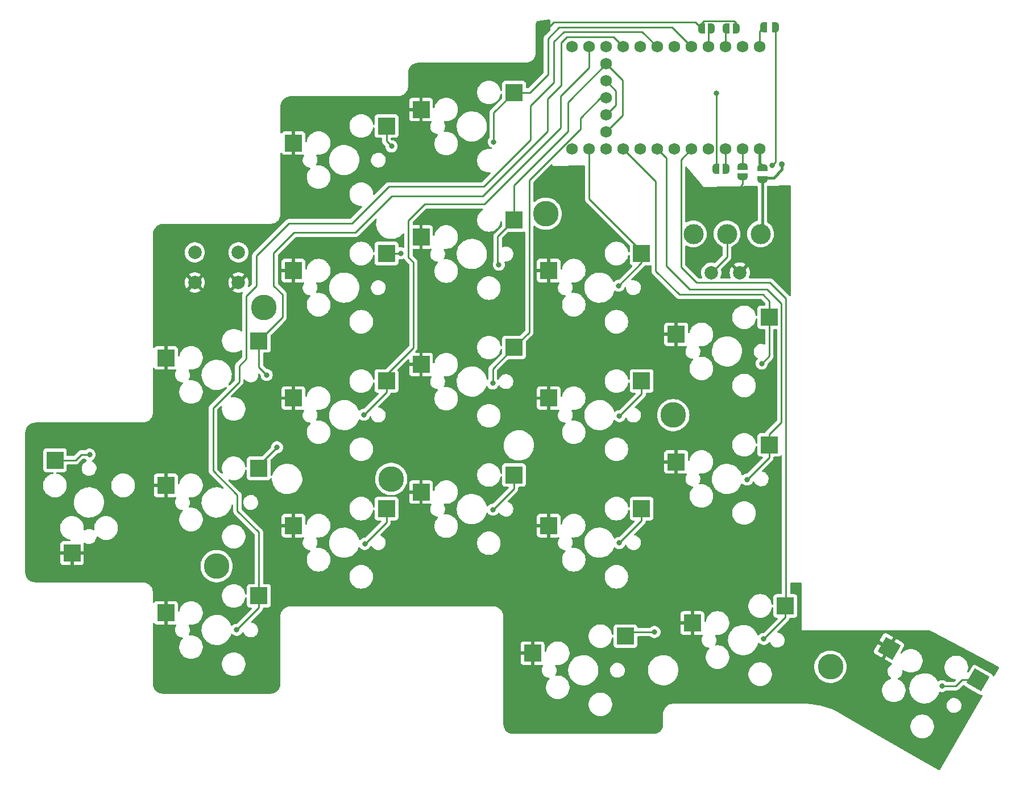
<source format=gbr>
%TF.GenerationSoftware,KiCad,Pcbnew,7.0.10*%
%TF.CreationDate,2024-05-01T10:45:40+02:00*%
%TF.ProjectId,talon,74616c6f-6e2e-46b6-9963-61645f706362,rev?*%
%TF.SameCoordinates,Original*%
%TF.FileFunction,Copper,L2,Bot*%
%TF.FilePolarity,Positive*%
%FSLAX46Y46*%
G04 Gerber Fmt 4.6, Leading zero omitted, Abs format (unit mm)*
G04 Created by KiCad (PCBNEW 7.0.10) date 2024-05-01 10:45:40*
%MOMM*%
%LPD*%
G01*
G04 APERTURE LIST*
G04 Aperture macros list*
%AMRotRect*
0 Rectangle, with rotation*
0 The origin of the aperture is its center*
0 $1 length*
0 $2 width*
0 $3 Rotation angle, in degrees counterclockwise*
0 Add horizontal line*
21,1,$1,$2,0,0,$3*%
%AMFreePoly0*
4,1,19,0.500000,-0.750000,0.000000,-0.750000,0.000000,-0.744911,-0.071157,-0.744911,-0.207708,-0.704816,-0.327430,-0.627875,-0.420627,-0.520320,-0.479746,-0.390866,-0.500000,-0.250000,-0.500000,0.250000,-0.479746,0.390866,-0.420627,0.520320,-0.327430,0.627875,-0.207708,0.704816,-0.071157,0.744911,0.000000,0.744911,0.000000,0.750000,0.500000,0.750000,0.500000,-0.750000,0.500000,-0.750000,
$1*%
%AMFreePoly1*
4,1,19,0.000000,0.744911,0.071157,0.744911,0.207708,0.704816,0.327430,0.627875,0.420627,0.520320,0.479746,0.390866,0.500000,0.250000,0.500000,-0.250000,0.479746,-0.390866,0.420627,-0.520320,0.327430,-0.627875,0.207708,-0.704816,0.071157,-0.744911,0.000000,-0.744911,0.000000,-0.750000,-0.500000,-0.750000,-0.500000,0.750000,0.000000,0.750000,0.000000,0.744911,0.000000,0.744911,
$1*%
G04 Aperture macros list end*
%TA.AperFunction,SMDPad,CuDef*%
%ADD10R,2.550000X2.500000*%
%TD*%
%TA.AperFunction,ComponentPad*%
%ADD11C,3.800000*%
%TD*%
%TA.AperFunction,ComponentPad*%
%ADD12C,1.752600*%
%TD*%
%TA.AperFunction,ComponentPad*%
%ADD13C,2.000000*%
%TD*%
%TA.AperFunction,ComponentPad*%
%ADD14C,3.000000*%
%TD*%
%TA.AperFunction,SMDPad,CuDef*%
%ADD15RotRect,2.550000X2.500000X330.000000*%
%TD*%
%TA.AperFunction,SMDPad,CuDef*%
%ADD16R,2.500000X2.550000*%
%TD*%
%TA.AperFunction,SMDPad,CuDef*%
%ADD17FreePoly0,180.000000*%
%TD*%
%TA.AperFunction,SMDPad,CuDef*%
%ADD18FreePoly1,180.000000*%
%TD*%
%TA.AperFunction,SMDPad,CuDef*%
%ADD19FreePoly0,90.000000*%
%TD*%
%TA.AperFunction,SMDPad,CuDef*%
%ADD20FreePoly1,90.000000*%
%TD*%
%TA.AperFunction,SMDPad,CuDef*%
%ADD21FreePoly0,0.000000*%
%TD*%
%TA.AperFunction,SMDPad,CuDef*%
%ADD22FreePoly1,0.000000*%
%TD*%
%TA.AperFunction,ViaPad*%
%ADD23C,0.800000*%
%TD*%
%TA.AperFunction,ViaPad*%
%ADD24C,0.900000*%
%TD*%
%TA.AperFunction,Conductor*%
%ADD25C,0.250000*%
%TD*%
%TA.AperFunction,Conductor*%
%ADD26C,0.400000*%
%TD*%
G04 APERTURE END LIST*
D10*
%TO.P,SW3,2,2*%
%TO.N,GND*%
X104440000Y-95460000D03*
%TO.P,SW3,1,1*%
%TO.N,P9*%
X118290000Y-92920000D03*
%TD*%
%TO.P,SW1,2,2*%
%TO.N,GND*%
X123440000Y-63460000D03*
%TO.P,SW1,1,1*%
%TO.N,P8*%
X137290000Y-60920000D03*
%TD*%
%TO.P,SW10,2,2*%
%TO.N,GND*%
X123440000Y-101460000D03*
%TO.P,SW10,1,1*%
%TO.N,P11*%
X137290000Y-98920000D03*
%TD*%
%TO.P,SW7,2,2*%
%TO.N,GND*%
X180440000Y-91960000D03*
%TO.P,SW7,1,1*%
%TO.N,P16*%
X194290000Y-89420000D03*
%TD*%
%TO.P,SW13,2,2*%
%TO.N,GND*%
X180440000Y-110960000D03*
%TO.P,SW13,1,1*%
%TO.N,P18*%
X194290000Y-108420000D03*
%TD*%
D11*
%TO.P,MOUNT5,1*%
%TO.N,N/C*%
X203400000Y-141500000D03*
%TD*%
D10*
%TO.P,SW6,2,2*%
%TO.N,GND*%
X161440000Y-82460000D03*
%TO.P,SW6,1,1*%
%TO.N,P14*%
X175290000Y-79920000D03*
%TD*%
%TO.P,SW5,2,2*%
%TO.N,GND*%
X142440000Y-77460000D03*
%TO.P,SW5,1,1*%
%TO.N,P31*%
X156290000Y-74920000D03*
%TD*%
D11*
%TO.P,MOUNT1,1*%
%TO.N,N/C*%
X119000000Y-88000000D03*
%TD*%
%TO.P,MOUNT2,1*%
%TO.N,N/C*%
X112000000Y-126500000D03*
%TD*%
D12*
%TO.P,U1,33,P1.07*%
%TO.N,P33*%
X170010000Y-56750000D03*
%TO.P,U1,32,P1.02*%
%TO.N,P32*%
X170010000Y-54210000D03*
X170010000Y-59290000D03*
%TO.P,U1,31,P1.01*%
%TO.N,P31*%
X170010000Y-51670000D03*
X170010000Y-61830000D03*
%TO.P,U1,24,BATIN/P0.04*%
%TO.N,Net-(JP8-B)*%
X192870000Y-64370000D03*
%TO.P,U1,23,GND*%
%TO.N,Net-(JP11-B)*%
X190330000Y-64370000D03*
%TO.P,U1,22,RST*%
%TO.N,Net-(JP12-B)*%
X187790000Y-64370000D03*
%TO.P,U1,21,VCC*%
%TO.N,Net-(JP14-B)*%
X185250000Y-64370000D03*
%TO.P,U1,20,AIN7/P0.31*%
%TO.N,P20*%
X182710000Y-64370000D03*
%TO.P,U1,19,AIN5/P0.29*%
%TO.N,P19*%
X180170000Y-64370000D03*
%TO.P,U1,18,AIN0/P0.02*%
%TO.N,P18*%
X177630000Y-64370000D03*
%TO.P,U1,17,P1.15*%
%TO.N,P17*%
X175090000Y-64370000D03*
%TO.P,U1,16,P1.13*%
%TO.N,P16*%
X172550000Y-64370000D03*
%TO.P,U1,15,P1.11*%
%TO.N,P15*%
X170010000Y-64370000D03*
%TO.P,U1,14,NFC2/P0.10*%
%TO.N,P14*%
X167470000Y-64370000D03*
%TO.P,U1,13,NFC1/P0.09*%
%TO.N,P13*%
X164930000Y-64370000D03*
%TO.P,U1,12,P1.06*%
%TO.N,P12*%
X164930000Y-49130000D03*
%TO.P,U1,11,P1.04*%
%TO.N,P11*%
X167470000Y-49130000D03*
%TO.P,U1,10,P0.11*%
%TO.N,P10*%
X170010000Y-49130000D03*
%TO.P,U1,9,P1.00*%
%TO.N,P9*%
X172550000Y-49130000D03*
%TO.P,U1,8,P0.24*%
%TO.N,P8*%
X175090000Y-49130000D03*
%TO.P,U1,7,P0.22*%
%TO.N,P7*%
X177630000Y-49130000D03*
%TO.P,U1,6,P0.20*%
%TO.N,P6*%
X180170000Y-49130000D03*
%TO.P,U1,5,P0.17*%
%TO.N,P5*%
X182710000Y-49130000D03*
%TO.P,U1,4,GND*%
%TO.N,Net-(JP7-B)*%
X185250000Y-49130000D03*
%TO.P,U1,3,GND*%
%TO.N,Net-(JP5-B)*%
X187790000Y-49130000D03*
%TO.P,U1,2,RX1/P0.08*%
%TO.N,Net-(JP4-B)*%
X190330000Y-49130000D03*
%TO.P,U1,1,TX0/P0.06*%
%TO.N,Net-(JP1-B)*%
X192870000Y-49130000D03*
%TD*%
D11*
%TO.P,MOUNT6,1*%
%TO.N,N/C*%
X180000000Y-104000000D03*
%TD*%
D13*
%TO.P,RESET_SW1,2,2*%
%TO.N,GND*%
X115250000Y-84250000D03*
X108750000Y-84250000D03*
%TO.P,RESET_SW1,1,1*%
%TO.N,RESET*%
X115250000Y-79750000D03*
X108750000Y-79750000D03*
%TD*%
D11*
%TO.P,MOUNT4,1*%
%TO.N,N/C*%
X161000000Y-74000000D03*
%TD*%
D10*
%TO.P,SW17,2,2*%
%TO.N,GND*%
X161440000Y-120460000D03*
%TO.P,SW17,1,1*%
%TO.N,P17*%
X175290000Y-117920000D03*
%TD*%
D11*
%TO.P,MOUNT3,1*%
%TO.N,N/C*%
X138000000Y-113500000D03*
%TD*%
D10*
%TO.P,SW12,2,2*%
%TO.N,GND*%
X161440000Y-101460000D03*
%TO.P,SW12,1,1*%
%TO.N,P15*%
X175290000Y-98920000D03*
%TD*%
%TO.P,SW9,2,2*%
%TO.N,GND*%
X104440000Y-114460000D03*
%TO.P,SW9,1,1*%
%TO.N,P10*%
X118290000Y-111920000D03*
%TD*%
%TO.P,SW15,2,2*%
%TO.N,GND*%
X123440000Y-120460000D03*
%TO.P,SW15,1,1*%
%TO.N,P32*%
X137290000Y-117920000D03*
%TD*%
D14*
%TO.P,SLIDE_SW1,3,C*%
%TO.N,unconnected-(SLIDE_SW1-C-Pad3)*%
X183000000Y-77000000D03*
%TO.P,SLIDE_SW1,2,B*%
%TO.N,Net-(J1-Pin_1)*%
X188000000Y-77000000D03*
%TO.P,SLIDE_SW1,1,A*%
%TO.N,BATIN*%
X193000000Y-77000000D03*
%TD*%
D10*
%TO.P,SW14,2,2*%
%TO.N,GND*%
X104440000Y-133460000D03*
%TO.P,SW14,1,1*%
%TO.N,P7*%
X118290000Y-130920000D03*
%TD*%
%TO.P,SW19,2,2*%
%TO.N,GND*%
X182840000Y-134960000D03*
%TO.P,SW19,1,1*%
%TO.N,P20*%
X196690000Y-132420000D03*
%TD*%
%TO.P,SW11,2,2*%
%TO.N,GND*%
X142440000Y-96460000D03*
%TO.P,SW11,1,1*%
%TO.N,P33*%
X156290000Y-93920000D03*
%TD*%
%TO.P,SW4,2,2*%
%TO.N,GND*%
X123440000Y-82460000D03*
%TO.P,SW4,1,1*%
%TO.N,P12*%
X137290000Y-79920000D03*
%TD*%
%TO.P,SW2,2,2*%
%TO.N,GND*%
X142440000Y-58460000D03*
%TO.P,SW2,1,1*%
%TO.N,P5*%
X156290000Y-55920000D03*
%TD*%
D15*
%TO.P,SW20,2,2*%
%TO.N,GND*%
X212123000Y-138720000D03*
%TO.P,SW20,1,1*%
%TO.N,P1*%
X225387452Y-143445296D03*
%TD*%
D16*
%TO.P,SW8,2,2*%
%TO.N,GND*%
X90460000Y-124560000D03*
%TO.P,SW8,1,1*%
%TO.N,P6*%
X87920000Y-110710000D03*
%TD*%
D13*
%TO.P,J1,2,Pin_2*%
%TO.N,GND*%
X189910000Y-82760000D03*
%TO.P,J1,1,Pin_1*%
%TO.N,Net-(J1-Pin_1)*%
X185660000Y-82760000D03*
%TD*%
D10*
%TO.P,SW16,2,2*%
%TO.N,GND*%
X142440000Y-115460000D03*
%TO.P,SW16,1,1*%
%TO.N,P13*%
X156290000Y-112920000D03*
%TD*%
%TO.P,SW18,2,2*%
%TO.N,GND*%
X159040000Y-139460000D03*
%TO.P,SW18,1,1*%
%TO.N,P19*%
X172890000Y-136920000D03*
%TD*%
D17*
%TO.P,JP2,1,A*%
%TO.N,P1*%
X195250000Y-46220000D03*
D18*
%TO.P,JP2,2,B*%
%TO.N,Net-(JP1-B)*%
X193450000Y-46220000D03*
%TD*%
D19*
%TO.P,JP8,1,A*%
%TO.N,BATIN*%
X193260000Y-68900000D03*
D20*
%TO.P,JP8,2,B*%
%TO.N,Net-(JP8-B)*%
X193260000Y-67100000D03*
%TD*%
D17*
%TO.P,JP6,1,A*%
%TO.N,GND*%
X189390000Y-46380000D03*
D18*
%TO.P,JP6,2,B*%
%TO.N,Net-(JP5-B)*%
X187890000Y-46380000D03*
%TD*%
D21*
%TO.P,JP7,1,A*%
%TO.N,GND*%
X184200000Y-46370000D03*
D22*
%TO.P,JP7,2,B*%
%TO.N,Net-(JP7-B)*%
X185700000Y-46370000D03*
%TD*%
D21*
%TO.P,JP12,1,A*%
%TO.N,RESET*%
X186380000Y-67340000D03*
D22*
%TO.P,JP12,2,B*%
%TO.N,Net-(JP12-B)*%
X187880000Y-67340000D03*
%TD*%
D19*
%TO.P,JP11,1,A*%
%TO.N,GND*%
X190340000Y-68500000D03*
D20*
%TO.P,JP11,2,B*%
%TO.N,Net-(JP11-B)*%
X190340000Y-67000000D03*
%TD*%
D23*
%TO.N,GND*%
X188610000Y-71340000D03*
X123120000Y-94420000D03*
D24*
%TO.N,BATIN*%
X196200000Y-66630000D03*
D23*
%TO.N,P1*%
X220022523Y-144362984D03*
X194750000Y-66760000D03*
%TO.N,RESET*%
X186450000Y-56000000D03*
%TO.N,P12*%
X139410000Y-79880000D03*
%TO.N,P14*%
X171870000Y-84720000D03*
%TO.N,P9*%
X119450000Y-98010000D03*
%TO.N,P19*%
X177205000Y-136305000D03*
%TO.N,P5*%
X153260000Y-63280000D03*
%TO.N,P31*%
X154020000Y-81580000D03*
%TO.N,P10*%
X120990000Y-108790000D03*
%TO.N,P13*%
X153150000Y-118080000D03*
%TO.N,P6*%
X93090000Y-109890000D03*
%TO.N,P16*%
X193170000Y-96300000D03*
%TO.N,P7*%
X115000000Y-135980000D03*
%TO.N,P33*%
X153120000Y-99250000D03*
%TO.N,P15*%
X171980000Y-104150000D03*
%TO.N,P32*%
X134080000Y-123170000D03*
%TO.N,P17*%
X171950000Y-123040000D03*
%TO.N,P8*%
X138050000Y-63948350D03*
%TO.N,P11*%
X133920000Y-103940000D03*
%TO.N,P18*%
X191000000Y-113590000D03*
%TO.N,P20*%
X193470000Y-137340000D03*
%TD*%
D25*
%TO.N,Net-(J1-Pin_1)*%
X188000000Y-80420000D02*
X188000000Y-77000000D01*
X185660000Y-82760000D02*
X188000000Y-80420000D01*
%TO.N,GND*%
X184200000Y-45620000D02*
X184200000Y-46370000D01*
X188610000Y-71340000D02*
X190340000Y-69610000D01*
X190340000Y-82330000D02*
X189910000Y-82760000D01*
X183270000Y-45440000D02*
X162220000Y-45440000D01*
X189390000Y-46380000D02*
X189390000Y-45630000D01*
X162220000Y-45440000D02*
X160440000Y-47220000D01*
X184525000Y-45295000D02*
X184200000Y-45620000D01*
X190340000Y-69610000D02*
X190340000Y-68500000D01*
X189055000Y-45295000D02*
X184525000Y-45295000D01*
X184200000Y-46370000D02*
X183270000Y-45440000D01*
X189390000Y-45630000D02*
X189055000Y-45295000D01*
D26*
%TO.N,BATIN*%
X193260000Y-68900000D02*
X193270000Y-68910000D01*
X196200000Y-67410000D02*
X194960000Y-68650000D01*
D25*
X196300000Y-66630000D02*
X196200000Y-66630000D01*
X193270000Y-76730000D02*
X193000000Y-77000000D01*
D26*
X194960000Y-68650000D02*
X193270000Y-68650000D01*
X196200000Y-66630000D02*
X196200000Y-67410000D01*
D25*
X196350000Y-66680000D02*
X196300000Y-66630000D01*
D26*
X193270000Y-68910000D02*
X193270000Y-76730000D01*
D25*
%TO.N,Net-(JP1-B)*%
X192870000Y-49130000D02*
X192870000Y-46800000D01*
X192870000Y-46800000D02*
X193450000Y-46220000D01*
%TO.N,P1*%
X223014704Y-143445296D02*
X225387452Y-143445296D01*
X220022523Y-144362984D02*
X222097016Y-144362984D01*
X195250000Y-66260000D02*
X195250000Y-46220000D01*
X222097016Y-144362984D02*
X223014704Y-143445296D01*
X194750000Y-66760000D02*
X195250000Y-66260000D01*
%TO.N,RESET*%
X186451300Y-56001300D02*
X186451300Y-67268700D01*
X186450000Y-56000000D02*
X186451300Y-56001300D01*
X186451300Y-67268700D02*
X186380000Y-67340000D01*
%TO.N,Net-(JP5-B)*%
X187790000Y-46480000D02*
X187890000Y-46380000D01*
X187790000Y-49130000D02*
X187790000Y-46480000D01*
%TO.N,Net-(JP7-B)*%
X185250000Y-49130000D02*
X185250000Y-46820000D01*
X185250000Y-46820000D02*
X185700000Y-46370000D01*
D26*
%TO.N,Net-(JP8-B)*%
X192870000Y-64510000D02*
X192870000Y-66450000D01*
X192870000Y-66450000D02*
X193270000Y-66850000D01*
D25*
%TO.N,Net-(JP11-B)*%
X190330000Y-64370000D02*
X190330000Y-66990000D01*
X190330000Y-66990000D02*
X190340000Y-67000000D01*
%TO.N,Net-(JP12-B)*%
X187790000Y-66870000D02*
X187660000Y-67000000D01*
X187790000Y-64370000D02*
X187790000Y-66870000D01*
%TO.N,P12*%
X139410000Y-79880000D02*
X138004998Y-79880000D01*
X137964998Y-79920000D02*
X137290000Y-79920000D01*
X138004998Y-79880000D02*
X137964998Y-79920000D01*
%TO.N,P14*%
X167470000Y-64370000D02*
X167470000Y-71790000D01*
X175290000Y-79610000D02*
X175290000Y-79920000D01*
X167470000Y-71790000D02*
X175290000Y-79610000D01*
X175290000Y-79920000D02*
X175290000Y-81300000D01*
X175290000Y-81300000D02*
X171870000Y-84720000D01*
%TO.N,P9*%
X118290000Y-96850000D02*
X118290000Y-92920000D01*
X172550000Y-49130000D02*
X171090000Y-47670000D01*
X171090000Y-47670000D02*
X164140000Y-47670000D01*
X163330000Y-54830000D02*
X161260000Y-56900000D01*
X151600000Y-71400000D02*
X138096396Y-71400000D01*
X119450000Y-98010000D02*
X118290000Y-96850000D01*
X163330000Y-48480000D02*
X163330000Y-54830000D01*
X120510000Y-79840000D02*
X120510000Y-84700000D01*
X164140000Y-47670000D02*
X163330000Y-48480000D01*
X138096396Y-71400000D02*
X132686396Y-76810000D01*
X161260000Y-56900000D02*
X161260000Y-61740000D01*
X132686396Y-76810000D02*
X123540000Y-76810000D01*
X121790000Y-89420000D02*
X118290000Y-92920000D01*
X123540000Y-76810000D02*
X120510000Y-79840000D01*
X161260000Y-61740000D02*
X151600000Y-71400000D01*
X121790000Y-85980000D02*
X121790000Y-89420000D01*
X120510000Y-84700000D02*
X121790000Y-85980000D01*
%TO.N,P19*%
X177205000Y-136305000D02*
X173505000Y-136305000D01*
X173505000Y-136305000D02*
X172890000Y-136920000D01*
%TO.N,P5*%
X158660000Y-55920000D02*
X156290000Y-55920000D01*
X163010000Y-46210000D02*
X161340000Y-47880000D01*
X153260000Y-58950000D02*
X156290000Y-55920000D01*
X161340000Y-47880000D02*
X161340000Y-53240000D01*
X153260000Y-63280000D02*
X153260000Y-58950000D01*
X182710000Y-49130000D02*
X179790000Y-46210000D01*
X179790000Y-46210000D02*
X163010000Y-46210000D01*
X161340000Y-53240000D02*
X158660000Y-55920000D01*
%TO.N,P31*%
X172460000Y-59380000D02*
X172460000Y-54120000D01*
X153854100Y-77355900D02*
X156290000Y-74920000D01*
X153854100Y-81414100D02*
X153854100Y-77355900D01*
X170010000Y-61830000D02*
X172460000Y-59380000D01*
X164320000Y-61720000D02*
X156290000Y-69750000D01*
X170010000Y-51670000D02*
X164320000Y-57360000D01*
X164320000Y-57360000D02*
X164320000Y-61720000D01*
X172460000Y-54120000D02*
X170010000Y-51670000D01*
X154020000Y-81580000D02*
X153854100Y-81414100D01*
X156290000Y-69750000D02*
X156290000Y-74920000D01*
%TO.N,P10*%
X118290000Y-111490000D02*
X118290000Y-111920000D01*
X120990000Y-108790000D02*
X118290000Y-111490000D01*
%TO.N,P13*%
X153150000Y-118080000D02*
X156290000Y-114940000D01*
X156290000Y-114940000D02*
X156290000Y-112920000D01*
%TO.N,P6*%
X87920000Y-110710000D02*
X90990000Y-110710000D01*
X93060000Y-109860000D02*
X93090000Y-109890000D01*
X91840000Y-109860000D02*
X93060000Y-109860000D01*
X90990000Y-110710000D02*
X91840000Y-109860000D01*
%TO.N,P16*%
X193170000Y-96300000D02*
X194305900Y-95164100D01*
X172550000Y-64370000D02*
X177375000Y-69195000D01*
X194305900Y-95164100D02*
X194305900Y-89435900D01*
X194305900Y-89435900D02*
X194290000Y-89420000D01*
X180880000Y-86040000D02*
X193340000Y-86040000D01*
X194290000Y-86990000D02*
X194290000Y-89420000D01*
X193340000Y-86040000D02*
X194290000Y-86990000D01*
X177375000Y-69195000D02*
X177375000Y-82535000D01*
X177375000Y-82535000D02*
X180880000Y-86040000D01*
%TO.N,P7*%
X117910000Y-84730000D02*
X116415000Y-86225000D01*
X175370000Y-46870000D02*
X163710000Y-46870000D01*
X117910000Y-80280000D02*
X117910000Y-84730000D01*
X115080000Y-115920000D02*
X115080000Y-118230000D01*
X162240000Y-48340000D02*
X162240000Y-54390000D01*
X111460000Y-102920000D02*
X111460000Y-112300000D01*
X118290000Y-132690000D02*
X118290000Y-130920000D01*
X163710000Y-46870000D02*
X162240000Y-48340000D01*
X132140000Y-75410000D02*
X122780000Y-75410000D01*
X115370000Y-99010000D02*
X111460000Y-102920000D01*
X116415000Y-95595000D02*
X115370000Y-96640000D01*
X115370000Y-96640000D02*
X115370000Y-99010000D01*
X162240000Y-54390000D02*
X158720000Y-57910000D01*
X115000000Y-135980000D02*
X118290000Y-132690000D01*
X158720000Y-57910000D02*
X158720000Y-62970000D01*
X122780000Y-75410000D02*
X117910000Y-80280000D01*
X111460000Y-112300000D02*
X115080000Y-115920000D01*
X137620000Y-69930000D02*
X132140000Y-75410000D01*
X115080000Y-118230000D02*
X118290000Y-121440000D01*
X118290000Y-121440000D02*
X118290000Y-130920000D01*
X116415000Y-86225000D02*
X116415000Y-95595000D01*
X158720000Y-62970000D02*
X151760000Y-69930000D01*
X177630000Y-49130000D02*
X175370000Y-46870000D01*
X151760000Y-69930000D02*
X137620000Y-69930000D01*
%TO.N,P33*%
X170010000Y-56750000D02*
X169150000Y-56750000D01*
X166150000Y-59750000D02*
X166150000Y-61410000D01*
X158560000Y-69000000D02*
X158560000Y-91650000D01*
X156290000Y-93920000D02*
X153120000Y-97090000D01*
X153120000Y-97090000D02*
X153120000Y-99250000D01*
X158560000Y-91650000D02*
X156290000Y-93920000D01*
X166150000Y-61410000D02*
X158560000Y-69000000D01*
X169150000Y-56750000D02*
X166150000Y-59750000D01*
%TO.N,P15*%
X175290000Y-100840000D02*
X175290000Y-98920000D01*
X171980000Y-104150000D02*
X175290000Y-100840000D01*
%TO.N,P32*%
X134080000Y-123170000D02*
X137290000Y-119960000D01*
X137290000Y-119960000D02*
X137290000Y-117920000D01*
X171470000Y-57830000D02*
X170010000Y-59290000D01*
X170010000Y-54210000D02*
X171470000Y-55670000D01*
X171470000Y-55670000D02*
X171470000Y-57830000D01*
%TO.N,P17*%
X171950000Y-123040000D02*
X175290000Y-119700000D01*
X175290000Y-119700000D02*
X175290000Y-117920000D01*
%TO.N,P8*%
X137290000Y-60920000D02*
X137290000Y-63188350D01*
X137290000Y-63188350D02*
X138050000Y-63948350D01*
%TO.N,P11*%
X163240000Y-61200000D02*
X151860000Y-72580000D01*
X140560000Y-74990000D02*
X140560000Y-80479697D01*
X142970000Y-72580000D02*
X140560000Y-74990000D01*
X163240000Y-56460000D02*
X163240000Y-61200000D01*
X137290000Y-100570000D02*
X133920000Y-103940000D01*
X167470000Y-52230000D02*
X163240000Y-56460000D01*
X141289998Y-81209695D02*
X141289998Y-93930002D01*
X137290000Y-98920000D02*
X137290000Y-100570000D01*
X137290000Y-97930000D02*
X137290000Y-98920000D01*
X167470000Y-49130000D02*
X167470000Y-52230000D01*
X141289998Y-93930002D02*
X137290000Y-97930000D01*
X151860000Y-72580000D02*
X142970000Y-72580000D01*
X140560000Y-80479697D02*
X141289998Y-81209695D01*
%TO.N,P18*%
X194290000Y-106840000D02*
X194290000Y-108420000D01*
X196080000Y-87400000D02*
X196080000Y-105050000D01*
X193930000Y-85250000D02*
X196080000Y-87400000D01*
X182440000Y-85250000D02*
X193930000Y-85250000D01*
X178960000Y-81770000D02*
X182440000Y-85250000D01*
X177630000Y-64370000D02*
X178960000Y-65700000D01*
X194290000Y-110300000D02*
X191000000Y-113590000D01*
X178960000Y-65700000D02*
X178960000Y-81770000D01*
X194290000Y-108420000D02*
X194290000Y-110300000D01*
X196080000Y-105050000D02*
X194290000Y-106840000D01*
%TO.N,P20*%
X196780000Y-132330000D02*
X196690000Y-132420000D01*
X196780000Y-86640000D02*
X196780000Y-132330000D01*
X196690000Y-132420000D02*
X196690000Y-134120000D01*
X183470000Y-84230000D02*
X194370000Y-84230000D01*
X196690000Y-134120000D02*
X193470000Y-137340000D01*
X194370000Y-84230000D02*
X196780000Y-86640000D01*
X181175000Y-81935000D02*
X183470000Y-84230000D01*
X181175000Y-65905000D02*
X181175000Y-81935000D01*
X182710000Y-64370000D02*
X181175000Y-65905000D01*
%TD*%
%TA.AperFunction,Conductor*%
%TO.N,GND*%
G36*
X161621742Y-45078254D02*
G01*
X161673618Y-45125059D01*
X161691966Y-45188229D01*
X161711633Y-46570635D01*
X161692905Y-46637948D01*
X161675327Y-46660080D01*
X160956208Y-47379199D01*
X160943951Y-47389020D01*
X160944134Y-47389241D01*
X160938122Y-47394214D01*
X160892098Y-47443223D01*
X160889391Y-47446016D01*
X160869889Y-47465517D01*
X160869875Y-47465534D01*
X160867407Y-47468715D01*
X160859843Y-47477570D01*
X160829937Y-47509418D01*
X160829936Y-47509420D01*
X160820284Y-47526976D01*
X160809610Y-47543226D01*
X160797329Y-47559061D01*
X160797324Y-47559068D01*
X160779975Y-47599158D01*
X160774838Y-47609644D01*
X160753803Y-47647906D01*
X160748822Y-47667307D01*
X160742521Y-47685710D01*
X160734562Y-47704102D01*
X160734561Y-47704105D01*
X160727728Y-47747243D01*
X160725360Y-47758674D01*
X160714501Y-47800971D01*
X160714500Y-47800982D01*
X160714500Y-47821016D01*
X160712973Y-47840415D01*
X160709840Y-47860194D01*
X160709840Y-47860195D01*
X160713950Y-47903674D01*
X160714500Y-47915343D01*
X160714500Y-52929547D01*
X160694815Y-52996586D01*
X160678181Y-53017228D01*
X158437228Y-55258181D01*
X158375905Y-55291666D01*
X158349547Y-55294500D01*
X158189499Y-55294500D01*
X158122460Y-55274815D01*
X158076705Y-55222011D01*
X158065499Y-55170500D01*
X158065499Y-54622129D01*
X158065498Y-54622123D01*
X158065497Y-54622116D01*
X158059091Y-54562517D01*
X158024440Y-54469614D01*
X158008797Y-54427671D01*
X158008793Y-54427664D01*
X157922547Y-54312455D01*
X157922544Y-54312452D01*
X157807335Y-54226206D01*
X157807328Y-54226202D01*
X157672482Y-54175908D01*
X157672483Y-54175908D01*
X157612883Y-54169501D01*
X157612881Y-54169500D01*
X157612873Y-54169500D01*
X157612864Y-54169500D01*
X154967129Y-54169500D01*
X154967123Y-54169501D01*
X154907516Y-54175908D01*
X154772671Y-54226202D01*
X154772664Y-54226206D01*
X154657455Y-54312452D01*
X154657452Y-54312455D01*
X154571206Y-54427664D01*
X154571202Y-54427671D01*
X154520908Y-54562517D01*
X154514501Y-54622116D01*
X154514501Y-54622123D01*
X154514500Y-54622135D01*
X154514500Y-55620299D01*
X154494815Y-55687338D01*
X154442011Y-55733093D01*
X154372853Y-55743037D01*
X154309297Y-55714012D01*
X154271523Y-55655234D01*
X154267885Y-55638781D01*
X154266820Y-55631716D01*
X154251396Y-55529385D01*
X154174063Y-55278677D01*
X154091541Y-55107318D01*
X154060232Y-55042303D01*
X154060231Y-55042302D01*
X154060230Y-55042301D01*
X154060228Y-55042296D01*
X153912433Y-54825521D01*
X153902441Y-54814753D01*
X153733985Y-54633198D01*
X153694533Y-54601736D01*
X153528857Y-54469614D01*
X153301643Y-54338432D01*
X153057416Y-54242580D01*
X153057411Y-54242578D01*
X153057402Y-54242576D01*
X152822879Y-54189048D01*
X152801630Y-54184198D01*
X152801629Y-54184197D01*
X152801625Y-54184197D01*
X152801620Y-54184196D01*
X152605515Y-54169500D01*
X152605494Y-54169500D01*
X152474506Y-54169500D01*
X152474484Y-54169500D01*
X152278379Y-54184196D01*
X152278374Y-54184197D01*
X152022597Y-54242576D01*
X152022578Y-54242582D01*
X151778356Y-54338432D01*
X151551143Y-54469614D01*
X151346014Y-54633198D01*
X151167567Y-54825520D01*
X151019768Y-55042302D01*
X151019767Y-55042303D01*
X150905938Y-55278673D01*
X150828606Y-55529376D01*
X150828605Y-55529381D01*
X150828604Y-55529385D01*
X150818949Y-55593439D01*
X150789500Y-55788812D01*
X150789500Y-56051187D01*
X150797003Y-56100963D01*
X150828604Y-56310615D01*
X150828605Y-56310617D01*
X150828606Y-56310623D01*
X150905938Y-56561326D01*
X151019767Y-56797696D01*
X151019768Y-56797697D01*
X151019770Y-56797700D01*
X151019772Y-56797704D01*
X151147390Y-56984885D01*
X151167567Y-57014479D01*
X151346014Y-57206801D01*
X151346018Y-57206804D01*
X151346019Y-57206805D01*
X151551143Y-57370386D01*
X151778357Y-57501568D01*
X152022584Y-57597420D01*
X152022596Y-57597422D01*
X152022597Y-57597423D01*
X152031469Y-57599448D01*
X152278370Y-57655802D01*
X152278376Y-57655802D01*
X152278379Y-57655803D01*
X152474484Y-57670499D01*
X152474503Y-57670499D01*
X152474506Y-57670500D01*
X152474508Y-57670500D01*
X152605492Y-57670500D01*
X152605494Y-57670500D01*
X152605496Y-57670499D01*
X152605515Y-57670499D01*
X152801620Y-57655803D01*
X152801622Y-57655802D01*
X152801630Y-57655802D01*
X153057416Y-57597420D01*
X153301643Y-57501568D01*
X153528857Y-57370386D01*
X153733981Y-57206805D01*
X153765167Y-57173195D01*
X153828311Y-57105141D01*
X153912433Y-57014479D01*
X154060228Y-56797704D01*
X154174063Y-56561323D01*
X154251396Y-56310615D01*
X154267885Y-56201217D01*
X154297342Y-56137861D01*
X154356376Y-56100488D01*
X154426244Y-56100963D01*
X154484763Y-56139137D01*
X154513355Y-56202889D01*
X154514500Y-56219700D01*
X154514500Y-56759546D01*
X154494815Y-56826585D01*
X154478181Y-56847227D01*
X152876208Y-58449199D01*
X152863951Y-58459020D01*
X152864134Y-58459241D01*
X152858122Y-58464214D01*
X152812098Y-58513223D01*
X152809391Y-58516016D01*
X152789889Y-58535517D01*
X152789875Y-58535534D01*
X152787407Y-58538715D01*
X152779843Y-58547570D01*
X152749937Y-58579418D01*
X152749936Y-58579420D01*
X152740284Y-58596976D01*
X152729610Y-58613226D01*
X152717329Y-58629061D01*
X152717324Y-58629068D01*
X152699975Y-58669158D01*
X152694838Y-58679644D01*
X152673803Y-58717906D01*
X152668822Y-58737307D01*
X152662521Y-58755710D01*
X152654562Y-58774102D01*
X152654561Y-58774105D01*
X152647728Y-58817243D01*
X152645360Y-58828674D01*
X152634501Y-58870971D01*
X152634500Y-58870982D01*
X152634500Y-58891016D01*
X152632973Y-58910415D01*
X152629840Y-58930194D01*
X152629840Y-58930195D01*
X152633950Y-58973674D01*
X152634500Y-58985343D01*
X152634500Y-62581312D01*
X152614815Y-62648351D01*
X152602650Y-62664284D01*
X152527466Y-62747784D01*
X152432821Y-62911715D01*
X152432818Y-62911722D01*
X152375801Y-63087205D01*
X152374326Y-63091744D01*
X152354540Y-63280000D01*
X152374326Y-63468256D01*
X152374327Y-63468259D01*
X152432818Y-63648277D01*
X152432821Y-63648284D01*
X152527467Y-63812216D01*
X152650043Y-63948350D01*
X152654129Y-63952888D01*
X152807265Y-64064148D01*
X152807270Y-64064151D01*
X152942550Y-64124383D01*
X152995787Y-64169633D01*
X153016108Y-64236483D01*
X152997062Y-64303706D01*
X152944696Y-64349961D01*
X152875635Y-64360562D01*
X152864529Y-64358554D01*
X152801630Y-64344198D01*
X152801629Y-64344197D01*
X152801621Y-64344196D01*
X152605515Y-64329500D01*
X152605494Y-64329500D01*
X152474506Y-64329500D01*
X152474484Y-64329500D01*
X152278379Y-64344196D01*
X152278374Y-64344197D01*
X152022597Y-64402576D01*
X152022578Y-64402582D01*
X151778356Y-64498432D01*
X151551143Y-64629614D01*
X151346014Y-64793198D01*
X151167567Y-64985520D01*
X151068856Y-65130303D01*
X151027112Y-65191531D01*
X151019768Y-65202302D01*
X151019767Y-65202303D01*
X150905938Y-65438673D01*
X150828606Y-65689376D01*
X150828605Y-65689381D01*
X150828604Y-65689385D01*
X150813853Y-65787247D01*
X150789500Y-65948812D01*
X150789500Y-66211187D01*
X150800937Y-66287060D01*
X150828604Y-66470615D01*
X150828605Y-66470617D01*
X150828606Y-66470623D01*
X150905938Y-66721326D01*
X151019767Y-66957696D01*
X151019768Y-66957697D01*
X151019770Y-66957700D01*
X151019772Y-66957704D01*
X151167165Y-67173889D01*
X151167567Y-67174479D01*
X151346014Y-67366801D01*
X151346018Y-67366804D01*
X151346019Y-67366805D01*
X151551143Y-67530386D01*
X151778357Y-67661568D01*
X152022584Y-67757420D01*
X152278370Y-67815802D01*
X152278376Y-67815802D01*
X152278379Y-67815803D01*
X152474484Y-67830499D01*
X152474503Y-67830499D01*
X152474506Y-67830500D01*
X152474508Y-67830500D01*
X152605492Y-67830500D01*
X152605494Y-67830500D01*
X152605497Y-67830499D01*
X152605513Y-67830499D01*
X152671577Y-67825548D01*
X152739900Y-67840167D01*
X152789473Y-67889404D01*
X152804557Y-67957626D01*
X152780364Y-68023173D01*
X152768525Y-68036882D01*
X151537228Y-69268181D01*
X151475905Y-69301666D01*
X151449547Y-69304500D01*
X137702737Y-69304500D01*
X137687120Y-69302776D01*
X137687093Y-69303062D01*
X137679331Y-69302327D01*
X137612144Y-69304439D01*
X137608250Y-69304500D01*
X137580650Y-69304500D01*
X137576962Y-69304965D01*
X137576649Y-69305005D01*
X137565031Y-69305918D01*
X137521377Y-69307290D01*
X137521367Y-69307292D01*
X137502134Y-69312879D01*
X137483094Y-69316822D01*
X137463217Y-69319334D01*
X137463210Y-69319335D01*
X137463208Y-69319336D01*
X137463206Y-69319336D01*
X137463205Y-69319337D01*
X137422584Y-69335419D01*
X137411537Y-69339201D01*
X137369611Y-69351382D01*
X137369608Y-69351383D01*
X137352363Y-69361581D01*
X137334901Y-69370135D01*
X137316272Y-69377511D01*
X137316267Y-69377514D01*
X137280926Y-69403189D01*
X137271168Y-69409599D01*
X137233580Y-69431828D01*
X137219408Y-69446000D01*
X137204623Y-69458628D01*
X137188412Y-69470407D01*
X137160571Y-69504059D01*
X137152711Y-69512696D01*
X135502181Y-71163227D01*
X135440858Y-71196712D01*
X135371166Y-71191728D01*
X135315233Y-71149856D01*
X135290816Y-71084392D01*
X135290500Y-71075546D01*
X135290500Y-70948817D01*
X135290499Y-70948812D01*
X135286593Y-70922897D01*
X135251396Y-70689385D01*
X135174063Y-70438677D01*
X135102705Y-70290500D01*
X135060232Y-70202303D01*
X135060231Y-70202302D01*
X135060230Y-70202301D01*
X135060228Y-70202296D01*
X134912433Y-69985521D01*
X134846630Y-69914602D01*
X134733985Y-69793198D01*
X134654983Y-69730196D01*
X134528857Y-69629614D01*
X134301643Y-69498432D01*
X134057416Y-69402580D01*
X134057411Y-69402578D01*
X134057402Y-69402576D01*
X133833105Y-69351382D01*
X133801630Y-69344198D01*
X133801629Y-69344197D01*
X133801625Y-69344197D01*
X133801620Y-69344196D01*
X133605515Y-69329500D01*
X133605494Y-69329500D01*
X133474506Y-69329500D01*
X133474484Y-69329500D01*
X133278379Y-69344196D01*
X133278374Y-69344197D01*
X133022597Y-69402576D01*
X133022578Y-69402582D01*
X132778356Y-69498432D01*
X132551143Y-69629614D01*
X132346014Y-69793198D01*
X132167567Y-69985520D01*
X132019768Y-70202302D01*
X132019767Y-70202303D01*
X131905938Y-70438673D01*
X131828606Y-70689376D01*
X131828605Y-70689381D01*
X131828604Y-70689385D01*
X131816102Y-70772328D01*
X131789500Y-70948812D01*
X131789500Y-71211187D01*
X131809794Y-71345823D01*
X131828604Y-71470615D01*
X131828605Y-71470617D01*
X131828606Y-71470623D01*
X131880037Y-71637357D01*
X131903207Y-71712474D01*
X131905938Y-71721326D01*
X132019767Y-71957696D01*
X132019768Y-71957697D01*
X132019770Y-71957700D01*
X132019772Y-71957704D01*
X132104400Y-72081830D01*
X132167567Y-72174479D01*
X132346014Y-72366801D01*
X132346018Y-72366804D01*
X132346019Y-72366805D01*
X132551143Y-72530386D01*
X132778357Y-72661568D01*
X133022584Y-72757420D01*
X133278370Y-72815802D01*
X133278376Y-72815802D01*
X133278379Y-72815803D01*
X133474484Y-72830499D01*
X133474503Y-72830499D01*
X133474506Y-72830500D01*
X133474508Y-72830500D01*
X133535546Y-72830500D01*
X133602585Y-72850185D01*
X133648340Y-72902989D01*
X133658284Y-72972147D01*
X133629259Y-73035703D01*
X133623227Y-73042181D01*
X131917228Y-74748181D01*
X131855905Y-74781666D01*
X131829547Y-74784500D01*
X122862738Y-74784500D01*
X122847121Y-74782776D01*
X122847094Y-74783062D01*
X122839332Y-74782327D01*
X122772145Y-74784439D01*
X122768251Y-74784500D01*
X122740650Y-74784500D01*
X122736962Y-74784965D01*
X122736649Y-74785005D01*
X122725031Y-74785918D01*
X122681373Y-74787290D01*
X122681372Y-74787290D01*
X122662129Y-74792881D01*
X122643079Y-74796825D01*
X122623211Y-74799334D01*
X122623210Y-74799334D01*
X122582599Y-74815413D01*
X122571554Y-74819194D01*
X122529614Y-74831379D01*
X122529610Y-74831381D01*
X122512366Y-74841579D01*
X122494905Y-74850133D01*
X122476274Y-74857510D01*
X122476262Y-74857517D01*
X122440933Y-74883185D01*
X122431173Y-74889596D01*
X122393580Y-74911829D01*
X122379414Y-74925995D01*
X122364624Y-74938627D01*
X122348414Y-74950404D01*
X122348411Y-74950407D01*
X122320573Y-74984058D01*
X122312711Y-74992697D01*
X117526208Y-79779199D01*
X117513951Y-79789020D01*
X117514134Y-79789241D01*
X117508122Y-79794214D01*
X117462098Y-79843223D01*
X117459391Y-79846016D01*
X117439889Y-79865517D01*
X117439875Y-79865534D01*
X117437407Y-79868715D01*
X117429843Y-79877570D01*
X117399937Y-79909418D01*
X117399936Y-79909420D01*
X117390284Y-79926976D01*
X117379610Y-79943226D01*
X117367329Y-79959061D01*
X117367324Y-79959068D01*
X117349975Y-79999158D01*
X117344838Y-80009644D01*
X117323803Y-80047906D01*
X117318822Y-80067307D01*
X117312521Y-80085710D01*
X117304562Y-80104102D01*
X117304561Y-80104105D01*
X117297728Y-80147243D01*
X117295360Y-80158674D01*
X117284501Y-80200971D01*
X117284500Y-80200982D01*
X117284500Y-80221016D01*
X117282973Y-80240413D01*
X117279840Y-80260196D01*
X117279902Y-80260851D01*
X117283950Y-80303674D01*
X117284500Y-80315343D01*
X117284500Y-84419546D01*
X117264815Y-84486585D01*
X117248181Y-84507227D01*
X116871406Y-84884002D01*
X116810083Y-84917487D01*
X116740391Y-84912503D01*
X116684458Y-84870631D01*
X116660041Y-84805167D01*
X116670170Y-84746508D01*
X116673588Y-84738714D01*
X116734612Y-84497738D01*
X116734614Y-84497729D01*
X116755141Y-84250005D01*
X116755141Y-84249994D01*
X116734614Y-84002270D01*
X116734612Y-84002261D01*
X116673587Y-83761282D01*
X116573731Y-83533630D01*
X116473434Y-83380116D01*
X115775929Y-84077622D01*
X115773116Y-84064085D01*
X115703558Y-83929844D01*
X115600362Y-83819348D01*
X115471181Y-83740791D01*
X115419997Y-83726450D01*
X116120057Y-83026390D01*
X116120056Y-83026389D01*
X116073229Y-82989943D01*
X115854614Y-82871635D01*
X115854603Y-82871630D01*
X115619493Y-82790916D01*
X115374293Y-82750000D01*
X115125707Y-82750000D01*
X114880506Y-82790916D01*
X114645396Y-82871630D01*
X114645390Y-82871632D01*
X114426761Y-82989949D01*
X114379942Y-83026388D01*
X114379942Y-83026390D01*
X115078431Y-83724878D01*
X114961542Y-83775651D01*
X114844261Y-83871066D01*
X114757072Y-83994585D01*
X114726645Y-84080197D01*
X114026564Y-83380116D01*
X113926267Y-83533632D01*
X113826412Y-83761282D01*
X113765387Y-84002261D01*
X113765385Y-84002270D01*
X113744859Y-84249994D01*
X113744859Y-84250005D01*
X113765385Y-84497729D01*
X113765387Y-84497738D01*
X113826412Y-84738717D01*
X113926266Y-84966364D01*
X114026564Y-85119882D01*
X114724070Y-84422376D01*
X114726884Y-84435915D01*
X114796442Y-84570156D01*
X114899638Y-84680652D01*
X115028819Y-84759209D01*
X115080002Y-84773549D01*
X114379942Y-85473609D01*
X114426768Y-85510055D01*
X114426770Y-85510056D01*
X114645385Y-85628364D01*
X114645396Y-85628369D01*
X114880506Y-85709083D01*
X115125707Y-85750000D01*
X115374293Y-85750000D01*
X115619493Y-85709083D01*
X115769168Y-85657699D01*
X115838966Y-85654549D01*
X115899388Y-85689635D01*
X115931248Y-85751817D01*
X115924433Y-85821354D01*
X115908062Y-85847048D01*
X115909522Y-85848109D01*
X115904936Y-85854420D01*
X115895284Y-85871976D01*
X115884610Y-85888226D01*
X115872329Y-85904061D01*
X115872324Y-85904068D01*
X115854975Y-85944158D01*
X115849838Y-85954644D01*
X115828803Y-85992906D01*
X115823822Y-86012307D01*
X115817521Y-86030710D01*
X115809562Y-86049102D01*
X115809561Y-86049105D01*
X115802728Y-86092243D01*
X115800360Y-86103674D01*
X115789501Y-86145971D01*
X115789500Y-86145982D01*
X115789500Y-86166016D01*
X115787973Y-86185413D01*
X115784840Y-86205196D01*
X115788044Y-86239090D01*
X115788950Y-86248674D01*
X115789500Y-86260343D01*
X115789500Y-91419981D01*
X115769815Y-91487020D01*
X115717011Y-91532775D01*
X115647853Y-91542719D01*
X115588188Y-91516928D01*
X115528860Y-91469616D01*
X115350786Y-91366805D01*
X115301643Y-91338432D01*
X115057416Y-91242580D01*
X115057411Y-91242578D01*
X115057402Y-91242576D01*
X114827852Y-91190183D01*
X114801630Y-91184198D01*
X114801629Y-91184197D01*
X114801625Y-91184197D01*
X114801620Y-91184196D01*
X114605515Y-91169500D01*
X114605494Y-91169500D01*
X114474506Y-91169500D01*
X114474484Y-91169500D01*
X114278379Y-91184196D01*
X114278374Y-91184197D01*
X114022597Y-91242576D01*
X114022578Y-91242582D01*
X113778356Y-91338432D01*
X113551143Y-91469614D01*
X113346014Y-91633198D01*
X113167567Y-91825520D01*
X113019768Y-92042302D01*
X113019767Y-92042303D01*
X112905938Y-92278673D01*
X112828606Y-92529376D01*
X112828605Y-92529381D01*
X112828604Y-92529385D01*
X112814627Y-92622116D01*
X112789500Y-92788812D01*
X112789500Y-93051187D01*
X112806759Y-93165686D01*
X112828604Y-93310615D01*
X112828605Y-93310617D01*
X112828606Y-93310623D01*
X112905938Y-93561326D01*
X113019767Y-93797696D01*
X113019768Y-93797697D01*
X113019770Y-93797700D01*
X113019772Y-93797704D01*
X113163034Y-94007831D01*
X113167567Y-94014479D01*
X113346014Y-94206801D01*
X113346018Y-94206804D01*
X113346019Y-94206805D01*
X113551143Y-94370386D01*
X113778357Y-94501568D01*
X114022584Y-94597420D01*
X114278370Y-94655802D01*
X114278376Y-94655802D01*
X114278379Y-94655803D01*
X114474484Y-94670499D01*
X114474503Y-94670499D01*
X114474506Y-94670500D01*
X114474508Y-94670500D01*
X114605492Y-94670500D01*
X114605494Y-94670500D01*
X114605496Y-94670499D01*
X114605515Y-94670499D01*
X114801620Y-94655803D01*
X114801622Y-94655802D01*
X114801630Y-94655802D01*
X115057416Y-94597420D01*
X115301643Y-94501568D01*
X115528857Y-94370386D01*
X115588189Y-94323070D01*
X115652873Y-94296663D01*
X115721569Y-94309418D01*
X115772463Y-94357289D01*
X115789500Y-94420018D01*
X115789500Y-95284546D01*
X115769815Y-95351585D01*
X115753181Y-95372227D01*
X114986208Y-96139199D01*
X114973951Y-96149020D01*
X114974134Y-96149241D01*
X114968122Y-96154214D01*
X114922098Y-96203223D01*
X114919391Y-96206016D01*
X114899889Y-96225517D01*
X114899875Y-96225534D01*
X114897407Y-96228715D01*
X114889843Y-96237570D01*
X114859937Y-96269418D01*
X114859936Y-96269420D01*
X114850284Y-96286976D01*
X114839610Y-96303226D01*
X114827329Y-96319061D01*
X114827324Y-96319068D01*
X114809975Y-96359158D01*
X114804838Y-96369644D01*
X114783803Y-96407906D01*
X114778822Y-96427307D01*
X114772521Y-96445710D01*
X114764562Y-96464102D01*
X114764561Y-96464105D01*
X114757728Y-96507243D01*
X114755360Y-96518674D01*
X114744501Y-96560971D01*
X114744500Y-96560982D01*
X114744500Y-96581016D01*
X114742973Y-96600413D01*
X114739840Y-96620196D01*
X114740291Y-96624962D01*
X114743950Y-96663674D01*
X114744500Y-96675343D01*
X114744500Y-98699546D01*
X114724815Y-98766585D01*
X114708181Y-98787227D01*
X113993095Y-99502312D01*
X113931772Y-99535797D01*
X113862080Y-99530813D01*
X113806147Y-99488941D01*
X113781730Y-99423477D01*
X113796582Y-99355204D01*
X113808571Y-99337716D01*
X113808483Y-99337651D01*
X113810396Y-99335054D01*
X113810744Y-99334547D01*
X113810943Y-99334312D01*
X113972631Y-99081032D01*
X114099118Y-98808460D01*
X114188146Y-98521462D01*
X114238126Y-98225158D01*
X114248167Y-97924836D01*
X114218089Y-97625855D01*
X114217202Y-97622135D01*
X114175417Y-97446795D01*
X114148430Y-97333551D01*
X114040431Y-97053140D01*
X113896021Y-96789625D01*
X113891045Y-96782872D01*
X113837353Y-96710000D01*
X113717777Y-96547710D01*
X113508879Y-96331711D01*
X113508872Y-96331705D01*
X113301935Y-96168289D01*
X113273054Y-96145482D01*
X113014513Y-95992348D01*
X112737867Y-95875040D01*
X112737860Y-95875037D01*
X112448059Y-95795653D01*
X112448056Y-95795652D01*
X112448054Y-95795652D01*
X112150245Y-95755600D01*
X111924967Y-95755600D01*
X111924959Y-95755600D01*
X111700183Y-95770647D01*
X111700174Y-95770649D01*
X111405710Y-95830501D01*
X111121847Y-95929069D01*
X111121844Y-95929071D01*
X110853662Y-96064589D01*
X110605918Y-96234655D01*
X110383062Y-96436216D01*
X110189058Y-96665686D01*
X110189056Y-96665688D01*
X110027366Y-96918972D01*
X109900886Y-97191531D01*
X109900882Y-97191540D01*
X109874851Y-97275456D01*
X109811854Y-97478535D01*
X109767895Y-97739148D01*
X109761874Y-97774842D01*
X109752032Y-98069229D01*
X109751833Y-98075167D01*
X109781910Y-98374142D01*
X109781911Y-98374149D01*
X109851568Y-98666441D01*
X109851571Y-98666453D01*
X109959566Y-98946853D01*
X109959573Y-98946868D01*
X110103979Y-99210375D01*
X110103983Y-99210381D01*
X110159320Y-99285485D01*
X110282223Y-99452290D01*
X110465488Y-99641785D01*
X110491120Y-99668288D01*
X110491127Y-99668294D01*
X110562351Y-99724539D01*
X110726946Y-99854518D01*
X110985487Y-100007652D01*
X111262133Y-100124960D01*
X111262136Y-100124960D01*
X111262139Y-100124962D01*
X111355369Y-100150500D01*
X111551946Y-100204348D01*
X111849755Y-100244400D01*
X111849760Y-100244400D01*
X112075041Y-100244400D01*
X112238513Y-100233456D01*
X112299819Y-100229352D01*
X112594287Y-100169499D01*
X112878151Y-100070931D01*
X113146343Y-99935407D01*
X113356486Y-99791152D01*
X113422895Y-99769441D01*
X113490502Y-99787080D01*
X113537840Y-99838470D01*
X113549879Y-99907295D01*
X113522798Y-99971703D01*
X113514343Y-99981065D01*
X111076208Y-102419199D01*
X111063951Y-102429020D01*
X111064134Y-102429241D01*
X111058122Y-102434214D01*
X111012098Y-102483223D01*
X111009391Y-102486016D01*
X110989889Y-102505517D01*
X110989875Y-102505534D01*
X110987407Y-102508715D01*
X110979843Y-102517570D01*
X110949937Y-102549418D01*
X110949936Y-102549420D01*
X110940284Y-102566976D01*
X110929610Y-102583226D01*
X110917329Y-102599061D01*
X110917324Y-102599068D01*
X110899975Y-102639158D01*
X110894838Y-102649644D01*
X110873803Y-102687906D01*
X110868822Y-102707307D01*
X110862521Y-102725710D01*
X110854562Y-102744102D01*
X110854561Y-102744105D01*
X110847728Y-102787243D01*
X110845360Y-102798674D01*
X110834501Y-102840971D01*
X110834500Y-102840982D01*
X110834500Y-102861016D01*
X110832973Y-102880415D01*
X110829931Y-102899623D01*
X110829840Y-102900196D01*
X110830803Y-102910385D01*
X110833950Y-102943674D01*
X110834500Y-102955343D01*
X110834500Y-112217255D01*
X110832775Y-112232872D01*
X110833061Y-112232899D01*
X110832326Y-112240665D01*
X110834439Y-112307872D01*
X110834500Y-112311767D01*
X110834500Y-112339357D01*
X110835003Y-112343335D01*
X110835918Y-112354967D01*
X110837290Y-112398624D01*
X110837291Y-112398627D01*
X110842880Y-112417867D01*
X110846824Y-112436911D01*
X110849336Y-112456792D01*
X110865414Y-112497403D01*
X110869197Y-112508452D01*
X110878818Y-112541568D01*
X110881382Y-112550390D01*
X110891315Y-112567187D01*
X110891580Y-112567634D01*
X110900138Y-112585103D01*
X110907514Y-112603732D01*
X110933181Y-112639060D01*
X110939593Y-112648821D01*
X110961828Y-112686417D01*
X110961833Y-112686424D01*
X110975990Y-112700580D01*
X110988628Y-112715376D01*
X110998422Y-112728857D01*
X111000406Y-112731587D01*
X111033649Y-112759088D01*
X111034057Y-112759425D01*
X111042698Y-112767288D01*
X113003569Y-114728159D01*
X113037054Y-114789482D01*
X113032070Y-114859174D01*
X112990198Y-114915107D01*
X112924734Y-114939524D01*
X112867481Y-114930001D01*
X112737867Y-114875040D01*
X112737863Y-114875039D01*
X112737861Y-114875038D01*
X112737859Y-114875037D01*
X112448059Y-114795653D01*
X112448056Y-114795652D01*
X112448054Y-114795652D01*
X112150245Y-114755600D01*
X111924967Y-114755600D01*
X111924959Y-114755600D01*
X111700183Y-114770647D01*
X111700174Y-114770649D01*
X111405710Y-114830501D01*
X111121847Y-114929069D01*
X111121844Y-114929071D01*
X110853662Y-115064589D01*
X110605918Y-115234655D01*
X110383062Y-115436216D01*
X110189058Y-115665686D01*
X110189056Y-115665688D01*
X110027366Y-115918972D01*
X109904289Y-116184198D01*
X109900882Y-116191540D01*
X109874852Y-116275454D01*
X109811854Y-116478535D01*
X109767895Y-116739148D01*
X109761874Y-116774842D01*
X109752032Y-117069229D01*
X109751833Y-117075167D01*
X109781910Y-117374142D01*
X109781911Y-117374149D01*
X109851568Y-117666441D01*
X109851571Y-117666453D01*
X109959566Y-117946853D01*
X109959573Y-117946868D01*
X110103979Y-118210375D01*
X110103983Y-118210381D01*
X110195296Y-118334312D01*
X110282223Y-118452290D01*
X110465488Y-118641785D01*
X110491120Y-118668288D01*
X110491127Y-118668294D01*
X110562351Y-118724539D01*
X110726946Y-118854518D01*
X110985487Y-119007652D01*
X111262133Y-119124960D01*
X111262136Y-119124960D01*
X111262139Y-119124962D01*
X111397917Y-119162155D01*
X111551946Y-119204348D01*
X111849755Y-119244400D01*
X111849760Y-119244400D01*
X112075041Y-119244400D01*
X112238513Y-119233456D01*
X112299819Y-119229352D01*
X112594287Y-119169499D01*
X112878151Y-119070931D01*
X113146343Y-118935407D01*
X113394080Y-118765346D01*
X113616939Y-118563782D01*
X113810943Y-118334312D01*
X113972631Y-118081032D01*
X114099118Y-117808460D01*
X114188146Y-117521462D01*
X114208227Y-117402406D01*
X114238788Y-117339578D01*
X114298467Y-117303243D01*
X114368316Y-117304941D01*
X114426159Y-117344133D01*
X114453630Y-117408375D01*
X114454500Y-117423034D01*
X114454500Y-118147255D01*
X114452775Y-118162872D01*
X114453061Y-118162899D01*
X114452326Y-118170665D01*
X114454439Y-118237872D01*
X114454500Y-118241767D01*
X114454500Y-118269357D01*
X114455003Y-118273335D01*
X114455918Y-118284967D01*
X114457290Y-118328624D01*
X114457291Y-118328627D01*
X114462880Y-118347867D01*
X114466824Y-118366911D01*
X114467739Y-118374149D01*
X114469336Y-118386792D01*
X114485414Y-118427403D01*
X114489197Y-118438452D01*
X114501381Y-118480388D01*
X114511580Y-118497634D01*
X114520138Y-118515103D01*
X114527514Y-118533732D01*
X114553181Y-118569060D01*
X114559593Y-118578821D01*
X114581828Y-118616417D01*
X114581833Y-118616424D01*
X114595990Y-118630580D01*
X114608627Y-118645375D01*
X114620406Y-118661587D01*
X114628513Y-118668294D01*
X114654057Y-118689425D01*
X114662698Y-118697288D01*
X117628181Y-121662771D01*
X117661666Y-121724094D01*
X117664500Y-121750452D01*
X117664500Y-129045500D01*
X117644815Y-129112539D01*
X117592011Y-129158294D01*
X117540500Y-129169500D01*
X116967129Y-129169500D01*
X116967123Y-129169501D01*
X116907516Y-129175908D01*
X116772671Y-129226202D01*
X116772664Y-129226206D01*
X116657455Y-129312452D01*
X116657452Y-129312455D01*
X116571206Y-129427664D01*
X116571202Y-129427671D01*
X116520908Y-129562517D01*
X116514501Y-129622116D01*
X116514501Y-129622123D01*
X116514500Y-129622135D01*
X116514500Y-130620301D01*
X116494815Y-130687340D01*
X116442011Y-130733095D01*
X116372853Y-130743039D01*
X116309297Y-130714014D01*
X116271523Y-130655236D01*
X116267885Y-130638783D01*
X116251396Y-130529385D01*
X116174063Y-130278677D01*
X116078744Y-130080744D01*
X116060232Y-130042303D01*
X116060231Y-130042302D01*
X116060230Y-130042301D01*
X116060228Y-130042296D01*
X115912433Y-129825521D01*
X115867840Y-129777461D01*
X115733985Y-129633198D01*
X115679316Y-129589601D01*
X115528857Y-129469614D01*
X115301643Y-129338432D01*
X115057416Y-129242580D01*
X115057411Y-129242578D01*
X115057402Y-129242576D01*
X114839818Y-129192914D01*
X114801630Y-129184198D01*
X114801629Y-129184197D01*
X114801625Y-129184197D01*
X114801620Y-129184196D01*
X114605515Y-129169500D01*
X114605494Y-129169500D01*
X114474506Y-129169500D01*
X114474484Y-129169500D01*
X114278379Y-129184196D01*
X114278374Y-129184197D01*
X114022597Y-129242576D01*
X114022578Y-129242582D01*
X113778356Y-129338432D01*
X113551143Y-129469614D01*
X113346014Y-129633198D01*
X113167567Y-129825520D01*
X113019768Y-130042302D01*
X113019767Y-130042303D01*
X112905938Y-130278673D01*
X112828606Y-130529376D01*
X112828605Y-130529381D01*
X112828604Y-130529385D01*
X112826175Y-130545500D01*
X112789500Y-130788812D01*
X112789500Y-131051187D01*
X112809794Y-131185823D01*
X112828604Y-131310615D01*
X112828605Y-131310617D01*
X112828606Y-131310623D01*
X112905938Y-131561326D01*
X113019767Y-131797696D01*
X113019768Y-131797697D01*
X113019770Y-131797700D01*
X113019772Y-131797704D01*
X113134312Y-131965703D01*
X113167567Y-132014479D01*
X113346014Y-132206801D01*
X113346018Y-132206804D01*
X113346019Y-132206805D01*
X113551143Y-132370386D01*
X113778357Y-132501568D01*
X114022584Y-132597420D01*
X114278370Y-132655802D01*
X114278376Y-132655802D01*
X114278379Y-132655803D01*
X114474484Y-132670499D01*
X114474503Y-132670499D01*
X114474506Y-132670500D01*
X114474508Y-132670500D01*
X114605492Y-132670500D01*
X114605494Y-132670500D01*
X114605496Y-132670499D01*
X114605515Y-132670499D01*
X114801620Y-132655803D01*
X114801622Y-132655802D01*
X114801630Y-132655802D01*
X115057416Y-132597420D01*
X115301643Y-132501568D01*
X115528857Y-132370386D01*
X115733981Y-132206805D01*
X115765167Y-132173195D01*
X115797096Y-132138783D01*
X115912433Y-132014479D01*
X116060228Y-131797704D01*
X116174063Y-131561323D01*
X116251396Y-131310615D01*
X116267886Y-131201212D01*
X116297341Y-131137858D01*
X116356375Y-131100484D01*
X116426243Y-131100959D01*
X116484763Y-131139132D01*
X116513355Y-131202884D01*
X116514500Y-131219696D01*
X116514500Y-132217870D01*
X116514501Y-132217876D01*
X116520908Y-132277483D01*
X116571202Y-132412328D01*
X116571206Y-132412335D01*
X116657452Y-132527544D01*
X116657455Y-132527547D01*
X116772664Y-132613793D01*
X116772671Y-132613797D01*
X116817618Y-132630561D01*
X116907517Y-132664091D01*
X116967127Y-132670500D01*
X117125548Y-132670499D01*
X117192586Y-132690183D01*
X117238341Y-132742987D01*
X117248285Y-132812145D01*
X117219260Y-132875701D01*
X117213228Y-132882180D01*
X115052228Y-135043181D01*
X114990905Y-135076666D01*
X114964547Y-135079500D01*
X114905354Y-135079500D01*
X114872897Y-135086398D01*
X114720197Y-135118855D01*
X114720192Y-135118857D01*
X114547270Y-135195848D01*
X114547265Y-135195851D01*
X114394129Y-135307111D01*
X114394128Y-135307112D01*
X114350135Y-135355971D01*
X114290648Y-135392619D01*
X114220791Y-135391288D01*
X114162743Y-135352401D01*
X114142275Y-135317570D01*
X114040431Y-135053140D01*
X113896021Y-134789625D01*
X113717777Y-134547710D01*
X113508879Y-134331711D01*
X113508872Y-134331705D01*
X113296616Y-134164089D01*
X113273054Y-134145482D01*
X113014513Y-133992348D01*
X112737867Y-133875040D01*
X112737860Y-133875037D01*
X112448059Y-133795653D01*
X112448056Y-133795652D01*
X112448054Y-133795652D01*
X112150245Y-133755600D01*
X111924967Y-133755600D01*
X111924959Y-133755600D01*
X111700183Y-133770647D01*
X111700174Y-133770649D01*
X111405710Y-133830501D01*
X111121847Y-133929069D01*
X111121844Y-133929071D01*
X110853662Y-134064589D01*
X110605918Y-134234655D01*
X110383062Y-134436216D01*
X110189058Y-134665686D01*
X110189056Y-134665688D01*
X110027366Y-134918972D01*
X109904289Y-135184198D01*
X109900882Y-135191540D01*
X109876342Y-135270649D01*
X109811854Y-135478535D01*
X109778695Y-135675121D01*
X109761874Y-135774842D01*
X109752478Y-136055889D01*
X109751833Y-136075167D01*
X109781910Y-136374142D01*
X109781911Y-136374149D01*
X109851568Y-136666441D01*
X109851571Y-136666453D01*
X109959566Y-136946853D01*
X109959573Y-136946868D01*
X110103979Y-137210375D01*
X110103983Y-137210381D01*
X110195296Y-137334312D01*
X110282223Y-137452290D01*
X110440543Y-137615992D01*
X110491120Y-137668288D01*
X110491127Y-137668294D01*
X110563135Y-137725158D01*
X110726946Y-137854518D01*
X110985487Y-138007652D01*
X111262133Y-138124960D01*
X111262136Y-138124960D01*
X111262139Y-138124962D01*
X111397917Y-138162155D01*
X111551946Y-138204348D01*
X111849755Y-138244400D01*
X111849760Y-138244400D01*
X112075041Y-138244400D01*
X112238513Y-138233456D01*
X112299819Y-138229352D01*
X112594287Y-138169499D01*
X112878151Y-138070931D01*
X113146343Y-137935407D01*
X113394080Y-137765346D01*
X113616939Y-137563782D01*
X113810943Y-137334312D01*
X113972631Y-137081032D01*
X114099118Y-136808460D01*
X114145979Y-136657394D01*
X114184640Y-136599200D01*
X114248629Y-136571144D01*
X114317629Y-136582137D01*
X114356559Y-136611163D01*
X114394128Y-136652887D01*
X114394129Y-136652888D01*
X114547265Y-136764148D01*
X114547270Y-136764151D01*
X114720192Y-136841142D01*
X114720197Y-136841144D01*
X114905354Y-136880500D01*
X114905355Y-136880500D01*
X115094644Y-136880500D01*
X115094646Y-136880500D01*
X115279803Y-136841144D01*
X115452730Y-136764151D01*
X115605871Y-136652888D01*
X115732533Y-136512216D01*
X115819176Y-136362144D01*
X115869742Y-136313930D01*
X115938349Y-136300706D01*
X116003214Y-136326674D01*
X116039356Y-136372631D01*
X116086356Y-136475548D01*
X116121820Y-136553204D01*
X116121824Y-136553210D01*
X116243826Y-136724539D01*
X116243831Y-136724544D01*
X116396063Y-136869697D01*
X116573014Y-136983416D01*
X116768288Y-137061593D01*
X116913677Y-137089614D01*
X116974828Y-137101400D01*
X116974829Y-137101400D01*
X117132461Y-137101400D01*
X117132468Y-137101400D01*
X117289389Y-137086416D01*
X117491211Y-137027156D01*
X117678170Y-136930771D01*
X117843510Y-136800747D01*
X117981255Y-136641781D01*
X118086426Y-136459619D01*
X118155222Y-136260846D01*
X118185157Y-136052645D01*
X118175148Y-135842541D01*
X118125558Y-135638129D01*
X118038179Y-135446795D01*
X118036086Y-135443856D01*
X117916173Y-135275460D01*
X117916167Y-135275454D01*
X117820458Y-135184196D01*
X117763937Y-135130303D01*
X117586986Y-135016584D01*
X117586984Y-135016583D01*
X117391721Y-134938410D01*
X117391709Y-134938406D01*
X117230840Y-134907401D01*
X117168738Y-134875385D01*
X117133803Y-134814876D01*
X117137128Y-134745085D01*
X117166625Y-134697963D01*
X118673786Y-133190802D01*
X118686048Y-133180980D01*
X118685865Y-133180759D01*
X118691868Y-133175791D01*
X118691877Y-133175786D01*
X118737934Y-133126739D01*
X118740582Y-133124006D01*
X118760120Y-133104470D01*
X118762570Y-133101310D01*
X118770154Y-133092429D01*
X118800062Y-133060582D01*
X118809714Y-133043023D01*
X118820389Y-133026772D01*
X118832674Y-133010936D01*
X118850030Y-132970825D01*
X118855161Y-132960354D01*
X118876194Y-132922098D01*
X118876194Y-132922097D01*
X118876197Y-132922092D01*
X118881180Y-132902680D01*
X118887477Y-132884291D01*
X118895438Y-132865895D01*
X118902270Y-132822748D01*
X118904639Y-132811316D01*
X118916877Y-132763658D01*
X118952617Y-132703621D01*
X119015141Y-132672437D01*
X119036980Y-132670499D01*
X119612871Y-132670499D01*
X119612872Y-132670499D01*
X119672483Y-132664091D01*
X119807331Y-132613796D01*
X119922546Y-132527546D01*
X120008796Y-132412331D01*
X120059091Y-132277483D01*
X120065500Y-132217873D01*
X120065499Y-129622128D01*
X120059091Y-129562517D01*
X120035304Y-129498742D01*
X120008797Y-129427671D01*
X120008793Y-129427664D01*
X119922547Y-129312455D01*
X119922544Y-129312452D01*
X119807335Y-129226206D01*
X119807328Y-129226202D01*
X119672482Y-129175908D01*
X119672483Y-129175908D01*
X119612883Y-129169501D01*
X119612881Y-129169500D01*
X119612873Y-129169500D01*
X119612865Y-129169500D01*
X119039500Y-129169500D01*
X118972461Y-129149815D01*
X118926706Y-129097011D01*
X118915500Y-129045500D01*
X118915500Y-128211187D01*
X131789500Y-128211187D01*
X131803074Y-128301240D01*
X131828604Y-128470615D01*
X131828605Y-128470617D01*
X131828606Y-128470623D01*
X131905938Y-128721326D01*
X132019767Y-128957696D01*
X132019768Y-128957697D01*
X132019770Y-128957700D01*
X132019772Y-128957704D01*
X132085767Y-129054500D01*
X132167567Y-129174479D01*
X132346014Y-129366801D01*
X132346018Y-129366804D01*
X132346019Y-129366805D01*
X132551143Y-129530386D01*
X132778357Y-129661568D01*
X133022584Y-129757420D01*
X133278370Y-129815802D01*
X133278376Y-129815802D01*
X133278379Y-129815803D01*
X133474484Y-129830499D01*
X133474503Y-129830499D01*
X133474506Y-129830500D01*
X133474508Y-129830500D01*
X133605492Y-129830500D01*
X133605494Y-129830500D01*
X133605496Y-129830499D01*
X133605515Y-129830499D01*
X133801620Y-129815803D01*
X133801622Y-129815802D01*
X133801630Y-129815802D01*
X134057416Y-129757420D01*
X134301643Y-129661568D01*
X134528857Y-129530386D01*
X134733981Y-129366805D01*
X134912433Y-129174479D01*
X135060228Y-128957704D01*
X135174063Y-128721323D01*
X135251396Y-128470615D01*
X135290499Y-128211187D01*
X169789500Y-128211187D01*
X169803074Y-128301240D01*
X169828604Y-128470615D01*
X169828605Y-128470617D01*
X169828606Y-128470623D01*
X169905938Y-128721326D01*
X170019767Y-128957696D01*
X170019768Y-128957697D01*
X170019770Y-128957700D01*
X170019772Y-128957704D01*
X170085767Y-129054500D01*
X170167567Y-129174479D01*
X170346014Y-129366801D01*
X170346018Y-129366804D01*
X170346019Y-129366805D01*
X170551143Y-129530386D01*
X170778357Y-129661568D01*
X171022584Y-129757420D01*
X171278370Y-129815802D01*
X171278376Y-129815802D01*
X171278379Y-129815803D01*
X171474484Y-129830499D01*
X171474503Y-129830499D01*
X171474506Y-129830500D01*
X171474508Y-129830500D01*
X171605492Y-129830500D01*
X171605494Y-129830500D01*
X171605496Y-129830499D01*
X171605515Y-129830499D01*
X171801620Y-129815803D01*
X171801622Y-129815802D01*
X171801630Y-129815802D01*
X172057416Y-129757420D01*
X172301643Y-129661568D01*
X172528857Y-129530386D01*
X172733981Y-129366805D01*
X172912433Y-129174479D01*
X173060228Y-128957704D01*
X173174063Y-128721323D01*
X173251396Y-128470615D01*
X173290500Y-128211182D01*
X173290500Y-127948818D01*
X173251396Y-127689385D01*
X173174063Y-127438677D01*
X173154879Y-127398840D01*
X173060232Y-127202303D01*
X173060231Y-127202302D01*
X173060230Y-127202301D01*
X173060228Y-127202296D01*
X172912433Y-126985521D01*
X172902441Y-126974753D01*
X172733985Y-126793198D01*
X172694533Y-126761736D01*
X172528857Y-126629614D01*
X172301643Y-126498432D01*
X172057416Y-126402580D01*
X172057411Y-126402578D01*
X172057402Y-126402576D01*
X171839818Y-126352914D01*
X171801630Y-126344198D01*
X171801629Y-126344197D01*
X171801625Y-126344197D01*
X171801620Y-126344196D01*
X171605515Y-126329500D01*
X171605494Y-126329500D01*
X171474506Y-126329500D01*
X171474484Y-126329500D01*
X171278379Y-126344196D01*
X171278374Y-126344197D01*
X171022597Y-126402576D01*
X171022578Y-126402582D01*
X170778356Y-126498432D01*
X170551143Y-126629614D01*
X170346014Y-126793198D01*
X170167567Y-126985520D01*
X170019768Y-127202302D01*
X170019767Y-127202303D01*
X169905938Y-127438673D01*
X169828606Y-127689376D01*
X169828605Y-127689381D01*
X169828604Y-127689385D01*
X169824296Y-127717966D01*
X169789500Y-127948812D01*
X169789500Y-128211187D01*
X135290499Y-128211187D01*
X135290500Y-128211182D01*
X135290500Y-127948818D01*
X135251396Y-127689385D01*
X135174063Y-127438677D01*
X135154879Y-127398840D01*
X135060232Y-127202303D01*
X135060231Y-127202302D01*
X135060230Y-127202301D01*
X135060228Y-127202296D01*
X134912433Y-126985521D01*
X134902441Y-126974753D01*
X134733985Y-126793198D01*
X134694533Y-126761736D01*
X134528857Y-126629614D01*
X134301643Y-126498432D01*
X134057416Y-126402580D01*
X134057411Y-126402578D01*
X134057402Y-126402576D01*
X133839818Y-126352914D01*
X133801630Y-126344198D01*
X133801629Y-126344197D01*
X133801625Y-126344197D01*
X133801620Y-126344196D01*
X133605515Y-126329500D01*
X133605494Y-126329500D01*
X133474506Y-126329500D01*
X133474484Y-126329500D01*
X133278379Y-126344196D01*
X133278374Y-126344197D01*
X133022597Y-126402576D01*
X133022578Y-126402582D01*
X132778356Y-126498432D01*
X132551143Y-126629614D01*
X132346014Y-126793198D01*
X132167567Y-126985520D01*
X132019768Y-127202302D01*
X132019767Y-127202303D01*
X131905938Y-127438673D01*
X131828606Y-127689376D01*
X131828605Y-127689381D01*
X131828604Y-127689385D01*
X131824296Y-127717966D01*
X131789500Y-127948812D01*
X131789500Y-128211187D01*
X118915500Y-128211187D01*
X118915500Y-121522742D01*
X118917224Y-121507122D01*
X118916939Y-121507095D01*
X118917673Y-121499333D01*
X118915561Y-121432112D01*
X118915500Y-121428218D01*
X118915500Y-121400656D01*
X118915500Y-121400650D01*
X118914996Y-121396668D01*
X118914081Y-121385029D01*
X118913152Y-121355456D01*
X118912710Y-121341373D01*
X118907119Y-121322130D01*
X118903173Y-121303078D01*
X118900664Y-121283208D01*
X118884579Y-121242583D01*
X118880806Y-121231562D01*
X118868618Y-121189610D01*
X118868617Y-121189609D01*
X118868617Y-121189607D01*
X118868616Y-121189606D01*
X118858423Y-121172371D01*
X118849861Y-121154894D01*
X118842487Y-121136269D01*
X118817099Y-121101326D01*
X118816811Y-121100930D01*
X118810405Y-121091177D01*
X118788170Y-121053580D01*
X118788168Y-121053578D01*
X118788165Y-121053574D01*
X118774006Y-121039415D01*
X118761368Y-121024619D01*
X118756854Y-121018406D01*
X118749594Y-121008413D01*
X118715940Y-120980572D01*
X118707299Y-120972709D01*
X118444590Y-120710000D01*
X121665000Y-120710000D01*
X121665000Y-121757844D01*
X121671401Y-121817372D01*
X121671403Y-121817379D01*
X121721645Y-121952086D01*
X121721649Y-121952093D01*
X121807809Y-122067187D01*
X121807812Y-122067190D01*
X121922906Y-122153350D01*
X121922913Y-122153354D01*
X122057620Y-122203596D01*
X122057627Y-122203598D01*
X122117155Y-122209999D01*
X122117172Y-122210000D01*
X123190000Y-122210000D01*
X123690000Y-122210000D01*
X124762828Y-122210000D01*
X124762844Y-122209999D01*
X124822372Y-122203598D01*
X124822380Y-122203596D01*
X124863214Y-122188366D01*
X124932906Y-122183380D01*
X124994229Y-122216865D01*
X125027715Y-122278187D01*
X125022731Y-122347879D01*
X125013936Y-122366547D01*
X124913574Y-122540379D01*
X124844779Y-122739148D01*
X124844778Y-122739153D01*
X124844778Y-122739154D01*
X124817654Y-122927809D01*
X124814843Y-122947357D01*
X124815336Y-122957696D01*
X124824852Y-123157459D01*
X124874442Y-123361871D01*
X124924107Y-123470623D01*
X124961820Y-123553204D01*
X124961824Y-123553210D01*
X125083826Y-123724539D01*
X125083831Y-123724544D01*
X125236063Y-123869697D01*
X125413014Y-123983416D01*
X125608288Y-124061593D01*
X125737084Y-124086416D01*
X125814828Y-124101400D01*
X125852653Y-124101400D01*
X125919692Y-124121085D01*
X125965447Y-124173889D01*
X125975391Y-124243047D01*
X125946366Y-124306603D01*
X125943552Y-124309741D01*
X125817567Y-124445520D01*
X125759707Y-124530386D01*
X125680388Y-124646726D01*
X125669768Y-124662302D01*
X125669767Y-124662303D01*
X125555938Y-124898673D01*
X125478606Y-125149376D01*
X125478605Y-125149381D01*
X125478604Y-125149385D01*
X125466551Y-125229350D01*
X125439500Y-125408812D01*
X125439500Y-125671187D01*
X125459794Y-125805823D01*
X125478604Y-125930615D01*
X125478605Y-125930617D01*
X125478606Y-125930623D01*
X125555938Y-126181326D01*
X125669767Y-126417696D01*
X125669768Y-126417697D01*
X125669770Y-126417700D01*
X125669772Y-126417704D01*
X125725881Y-126500000D01*
X125817567Y-126634479D01*
X125996014Y-126826801D01*
X125996018Y-126826804D01*
X125996019Y-126826805D01*
X126201143Y-126990386D01*
X126428357Y-127121568D01*
X126672584Y-127217420D01*
X126928370Y-127275802D01*
X126928376Y-127275802D01*
X126928379Y-127275803D01*
X127124484Y-127290499D01*
X127124503Y-127290499D01*
X127124506Y-127290500D01*
X127124508Y-127290500D01*
X127255492Y-127290500D01*
X127255494Y-127290500D01*
X127255496Y-127290499D01*
X127255515Y-127290499D01*
X127451620Y-127275803D01*
X127451622Y-127275802D01*
X127451630Y-127275802D01*
X127707416Y-127217420D01*
X127951643Y-127121568D01*
X128178857Y-126990386D01*
X128383981Y-126826805D01*
X128407501Y-126801457D01*
X128423945Y-126783733D01*
X128562433Y-126634479D01*
X128710228Y-126417704D01*
X128824063Y-126181323D01*
X128901396Y-125930615D01*
X128940500Y-125671182D01*
X128940500Y-125408818D01*
X128901396Y-125149385D01*
X128824063Y-124898677D01*
X128784153Y-124815802D01*
X128710232Y-124662303D01*
X128710231Y-124662302D01*
X128710230Y-124662301D01*
X128710228Y-124662296D01*
X128562433Y-124445521D01*
X128552441Y-124434753D01*
X128383985Y-124253198D01*
X128332920Y-124212475D01*
X128178857Y-124089614D01*
X127951643Y-123958432D01*
X127707416Y-123862580D01*
X127707411Y-123862578D01*
X127707402Y-123862576D01*
X127470263Y-123808451D01*
X127451630Y-123804198D01*
X127451629Y-123804197D01*
X127451625Y-123804197D01*
X127451620Y-123804196D01*
X127255515Y-123789500D01*
X127255494Y-123789500D01*
X127124506Y-123789500D01*
X127124484Y-123789500D01*
X126952361Y-123802399D01*
X126884038Y-123787779D01*
X126834465Y-123738542D01*
X126819382Y-123670320D01*
X126835706Y-123616749D01*
X126926426Y-123459619D01*
X126995222Y-123260846D01*
X127021919Y-123075167D01*
X128751833Y-123075167D01*
X128781910Y-123374142D01*
X128781911Y-123374149D01*
X128851568Y-123666441D01*
X128851571Y-123666453D01*
X128959566Y-123946853D01*
X128959573Y-123946868D01*
X129103979Y-124210375D01*
X129103983Y-124210381D01*
X129195296Y-124334312D01*
X129282223Y-124452290D01*
X129491121Y-124668289D01*
X129726946Y-124854518D01*
X129985487Y-125007652D01*
X130262133Y-125124960D01*
X130262136Y-125124960D01*
X130262139Y-125124962D01*
X130407039Y-125164654D01*
X130551946Y-125204348D01*
X130849755Y-125244400D01*
X130849760Y-125244400D01*
X131075041Y-125244400D01*
X131238513Y-125233456D01*
X131299819Y-125229352D01*
X131594287Y-125169499D01*
X131878151Y-125070931D01*
X132146343Y-124935407D01*
X132394080Y-124765346D01*
X132616939Y-124563782D01*
X132810943Y-124334312D01*
X132972631Y-124081032D01*
X133099118Y-123808460D01*
X133123334Y-123730394D01*
X133161995Y-123672201D01*
X133225984Y-123644144D01*
X133294983Y-123655137D01*
X133342621Y-123697699D01*
X133343645Y-123696956D01*
X133347077Y-123701680D01*
X133347086Y-123701688D01*
X133347099Y-123701710D01*
X133347465Y-123702214D01*
X133474129Y-123842888D01*
X133627265Y-123954148D01*
X133627270Y-123954151D01*
X133800192Y-124031142D01*
X133800197Y-124031144D01*
X133985354Y-124070500D01*
X133985355Y-124070500D01*
X134174644Y-124070500D01*
X134174646Y-124070500D01*
X134359803Y-124031144D01*
X134532730Y-123954151D01*
X134685871Y-123842888D01*
X134812533Y-123702216D01*
X134902957Y-123545595D01*
X134953521Y-123497383D01*
X135022128Y-123484159D01*
X135086993Y-123510127D01*
X135117480Y-123548888D01*
X135118867Y-123548088D01*
X135121824Y-123553210D01*
X135243826Y-123724539D01*
X135243831Y-123724544D01*
X135396063Y-123869697D01*
X135573014Y-123983416D01*
X135768288Y-124061593D01*
X135897084Y-124086416D01*
X135974828Y-124101400D01*
X135974829Y-124101400D01*
X136132461Y-124101400D01*
X136132468Y-124101400D01*
X136289389Y-124086416D01*
X136491211Y-124027156D01*
X136678170Y-123930771D01*
X136843510Y-123800747D01*
X136981255Y-123641781D01*
X137086426Y-123459619D01*
X137155222Y-123260846D01*
X137162362Y-123211187D01*
X150789500Y-123211187D01*
X150801939Y-123293711D01*
X150828604Y-123470615D01*
X150828605Y-123470617D01*
X150828606Y-123470623D01*
X150905938Y-123721326D01*
X151019767Y-123957696D01*
X151019768Y-123957697D01*
X151019770Y-123957700D01*
X151019772Y-123957704D01*
X151131164Y-124121085D01*
X151167567Y-124174479D01*
X151346014Y-124366801D01*
X151346018Y-124366804D01*
X151346019Y-124366805D01*
X151551143Y-124530386D01*
X151778357Y-124661568D01*
X152022584Y-124757420D01*
X152278370Y-124815802D01*
X152278376Y-124815802D01*
X152278379Y-124815803D01*
X152474484Y-124830499D01*
X152474503Y-124830499D01*
X152474506Y-124830500D01*
X152474508Y-124830500D01*
X152605492Y-124830500D01*
X152605494Y-124830500D01*
X152605496Y-124830499D01*
X152605515Y-124830499D01*
X152801620Y-124815803D01*
X152801622Y-124815802D01*
X152801630Y-124815802D01*
X153057416Y-124757420D01*
X153301643Y-124661568D01*
X153528857Y-124530386D01*
X153733981Y-124366805D01*
X153912433Y-124174479D01*
X154060228Y-123957704D01*
X154061941Y-123954148D01*
X154121486Y-123830500D01*
X154174063Y-123721323D01*
X154251396Y-123470615D01*
X154290500Y-123211182D01*
X154290500Y-122948818D01*
X154251396Y-122689385D01*
X154174063Y-122438677D01*
X154151376Y-122391567D01*
X154060232Y-122202303D01*
X154060231Y-122202302D01*
X154060230Y-122202301D01*
X154060228Y-122202296D01*
X153912433Y-121985521D01*
X153902441Y-121974753D01*
X153733985Y-121793198D01*
X153603807Y-121689385D01*
X153528857Y-121629614D01*
X153301643Y-121498432D01*
X153057416Y-121402580D01*
X153057411Y-121402578D01*
X153057402Y-121402576D01*
X152839818Y-121352914D01*
X152801630Y-121344198D01*
X152801629Y-121344197D01*
X152801625Y-121344197D01*
X152801620Y-121344196D01*
X152605515Y-121329500D01*
X152605494Y-121329500D01*
X152474506Y-121329500D01*
X152474484Y-121329500D01*
X152278379Y-121344196D01*
X152278374Y-121344197D01*
X152022597Y-121402576D01*
X152022578Y-121402582D01*
X151778356Y-121498432D01*
X151551143Y-121629614D01*
X151346014Y-121793198D01*
X151167567Y-121985520D01*
X151068856Y-122130303D01*
X151027112Y-122191531D01*
X151019768Y-122202302D01*
X151019767Y-122202303D01*
X150905938Y-122438673D01*
X150828606Y-122689376D01*
X150828605Y-122689381D01*
X150828604Y-122689385D01*
X150817807Y-122761020D01*
X150789500Y-122948812D01*
X150789500Y-123211187D01*
X137162362Y-123211187D01*
X137185157Y-123052645D01*
X137175148Y-122842541D01*
X137125558Y-122638129D01*
X137038179Y-122446795D01*
X137034673Y-122441871D01*
X136916173Y-122275460D01*
X136916167Y-122275454D01*
X136824832Y-122188366D01*
X136763937Y-122130303D01*
X136586986Y-122016584D01*
X136564663Y-122007647D01*
X136426605Y-121952375D01*
X136371684Y-121909184D01*
X136348832Y-121843157D01*
X136365306Y-121775257D01*
X136385007Y-121749581D01*
X137673786Y-120460802D01*
X137686048Y-120450980D01*
X137685865Y-120450759D01*
X137691868Y-120445791D01*
X137691877Y-120445786D01*
X137737934Y-120396739D01*
X137740582Y-120394006D01*
X137760120Y-120374470D01*
X137762570Y-120371310D01*
X137770154Y-120362429D01*
X137800062Y-120330582D01*
X137809714Y-120313023D01*
X137820389Y-120296772D01*
X137832674Y-120280936D01*
X137850030Y-120240825D01*
X137855161Y-120230354D01*
X137876194Y-120192098D01*
X137876194Y-120192097D01*
X137876197Y-120192092D01*
X137881180Y-120172680D01*
X137887477Y-120154291D01*
X137895438Y-120135895D01*
X137902270Y-120092748D01*
X137904639Y-120081316D01*
X137915499Y-120039022D01*
X137915500Y-120039017D01*
X137915500Y-120018983D01*
X137917027Y-119999582D01*
X137920160Y-119979804D01*
X137916050Y-119936324D01*
X137915500Y-119924655D01*
X137915500Y-119794499D01*
X137935185Y-119727460D01*
X137987989Y-119681705D01*
X138039500Y-119670499D01*
X138612871Y-119670499D01*
X138612872Y-119670499D01*
X138672483Y-119664091D01*
X138807331Y-119613796D01*
X138922546Y-119527546D01*
X139008796Y-119412331D01*
X139059091Y-119277483D01*
X139065500Y-119217873D01*
X139065499Y-116622128D01*
X139059091Y-116562517D01*
X139053568Y-116547710D01*
X139008797Y-116427671D01*
X139008793Y-116427664D01*
X138922547Y-116312455D01*
X138922544Y-116312452D01*
X138807335Y-116226206D01*
X138807328Y-116226202D01*
X138672482Y-116175908D01*
X138672483Y-116175908D01*
X138612883Y-116169501D01*
X138612881Y-116169500D01*
X138612873Y-116169500D01*
X138612864Y-116169500D01*
X135967129Y-116169500D01*
X135967123Y-116169501D01*
X135907516Y-116175908D01*
X135772671Y-116226202D01*
X135772664Y-116226206D01*
X135657455Y-116312452D01*
X135657452Y-116312455D01*
X135571206Y-116427664D01*
X135571202Y-116427671D01*
X135520908Y-116562517D01*
X135517138Y-116597589D01*
X135514501Y-116622123D01*
X135514500Y-116622135D01*
X135514500Y-117620301D01*
X135494815Y-117687340D01*
X135442011Y-117733095D01*
X135372853Y-117743039D01*
X135309297Y-117714014D01*
X135271523Y-117655236D01*
X135267885Y-117638783D01*
X135267787Y-117638130D01*
X135251396Y-117529385D01*
X135174063Y-117278677D01*
X135140990Y-117210000D01*
X135060232Y-117042303D01*
X135060231Y-117042302D01*
X135060230Y-117042301D01*
X135060228Y-117042296D01*
X134912433Y-116825521D01*
X134902441Y-116814753D01*
X134733985Y-116633198D01*
X134694533Y-116601736D01*
X134528857Y-116469614D01*
X134301643Y-116338432D01*
X134057416Y-116242580D01*
X134057411Y-116242578D01*
X134057402Y-116242576D01*
X133819891Y-116188366D01*
X133801630Y-116184198D01*
X133801629Y-116184197D01*
X133801625Y-116184197D01*
X133801620Y-116184196D01*
X133605515Y-116169500D01*
X133605494Y-116169500D01*
X133474506Y-116169500D01*
X133474484Y-116169500D01*
X133278379Y-116184196D01*
X133278374Y-116184197D01*
X133022597Y-116242576D01*
X133022578Y-116242582D01*
X132778356Y-116338432D01*
X132551143Y-116469614D01*
X132346014Y-116633198D01*
X132167567Y-116825520D01*
X132099855Y-116924836D01*
X132020155Y-117041735D01*
X132019768Y-117042302D01*
X132019767Y-117042303D01*
X131905938Y-117278673D01*
X131828606Y-117529376D01*
X131828605Y-117529381D01*
X131828604Y-117529385D01*
X131826947Y-117540379D01*
X131789500Y-117788812D01*
X131789500Y-118051187D01*
X131807510Y-118170667D01*
X131828604Y-118310615D01*
X131828605Y-118310617D01*
X131828606Y-118310623D01*
X131886292Y-118497634D01*
X131903434Y-118553210D01*
X131905938Y-118561326D01*
X132019767Y-118797696D01*
X132019768Y-118797697D01*
X132019770Y-118797700D01*
X132019772Y-118797704D01*
X132146389Y-118983416D01*
X132167567Y-119014479D01*
X132346014Y-119206801D01*
X132346018Y-119206804D01*
X132346019Y-119206805D01*
X132551143Y-119370386D01*
X132778357Y-119501568D01*
X133022584Y-119597420D01*
X133278370Y-119655802D01*
X133278376Y-119655802D01*
X133278379Y-119655803D01*
X133474484Y-119670499D01*
X133474503Y-119670499D01*
X133474506Y-119670500D01*
X133474508Y-119670500D01*
X133605492Y-119670500D01*
X133605494Y-119670500D01*
X133605496Y-119670499D01*
X133605515Y-119670499D01*
X133801620Y-119655803D01*
X133801622Y-119655802D01*
X133801630Y-119655802D01*
X134057416Y-119597420D01*
X134301643Y-119501568D01*
X134528857Y-119370386D01*
X134733981Y-119206805D01*
X134765167Y-119173195D01*
X134787267Y-119149376D01*
X134912433Y-119014479D01*
X135060228Y-118797704D01*
X135174063Y-118561323D01*
X135251396Y-118310615D01*
X135267886Y-118201212D01*
X135297341Y-118137858D01*
X135356375Y-118100484D01*
X135426243Y-118100959D01*
X135484763Y-118139132D01*
X135513355Y-118202884D01*
X135514500Y-118219696D01*
X135514500Y-119217870D01*
X135514501Y-119217876D01*
X135520908Y-119277483D01*
X135571202Y-119412328D01*
X135571206Y-119412335D01*
X135657452Y-119527544D01*
X135657455Y-119527547D01*
X135772664Y-119613793D01*
X135772671Y-119613797D01*
X135817618Y-119630561D01*
X135907517Y-119664091D01*
X135967127Y-119670500D01*
X136395548Y-119670499D01*
X136462586Y-119690183D01*
X136508341Y-119742987D01*
X136518285Y-119812146D01*
X136489260Y-119875702D01*
X136483228Y-119882180D01*
X134132228Y-122233181D01*
X134070905Y-122266666D01*
X134044547Y-122269500D01*
X133985354Y-122269500D01*
X133952897Y-122276398D01*
X133800197Y-122308855D01*
X133800192Y-122308857D01*
X133627270Y-122385848D01*
X133627265Y-122385851D01*
X133474129Y-122497111D01*
X133474128Y-122497112D01*
X133405436Y-122573401D01*
X133345949Y-122610049D01*
X133276092Y-122608718D01*
X133218044Y-122569831D01*
X133192666Y-122519175D01*
X133148430Y-122333551D01*
X133040431Y-122053140D01*
X132896021Y-121789625D01*
X132866513Y-121749577D01*
X132829314Y-121699090D01*
X132717777Y-121547710D01*
X132508879Y-121331711D01*
X132508872Y-121331705D01*
X132299811Y-121166612D01*
X132273054Y-121145482D01*
X132014513Y-120992348D01*
X131737867Y-120875040D01*
X131737860Y-120875037D01*
X131448059Y-120795653D01*
X131448056Y-120795652D01*
X131448054Y-120795652D01*
X131150245Y-120755600D01*
X130924967Y-120755600D01*
X130924959Y-120755600D01*
X130700183Y-120770647D01*
X130700174Y-120770649D01*
X130405710Y-120830501D01*
X130121847Y-120929069D01*
X130121844Y-120929071D01*
X129853662Y-121064589D01*
X129605918Y-121234655D01*
X129383062Y-121436216D01*
X129189058Y-121665686D01*
X129189056Y-121665688D01*
X129027366Y-121918972D01*
X128902355Y-122188366D01*
X128900882Y-122191540D01*
X128870184Y-122290500D01*
X128811854Y-122478535D01*
X128767895Y-122739148D01*
X128761874Y-122774842D01*
X128754875Y-122984195D01*
X128751833Y-123075167D01*
X127021919Y-123075167D01*
X127025157Y-123052645D01*
X127015148Y-122842541D01*
X126965558Y-122638129D01*
X126878179Y-122446795D01*
X126839881Y-122393013D01*
X126817030Y-122326988D01*
X126833503Y-122259088D01*
X126884070Y-122210872D01*
X126950157Y-122197435D01*
X127124486Y-122210499D01*
X127124502Y-122210499D01*
X127124506Y-122210500D01*
X127124508Y-122210500D01*
X127255492Y-122210500D01*
X127255494Y-122210500D01*
X127255496Y-122210499D01*
X127255515Y-122210499D01*
X127451620Y-122195803D01*
X127451622Y-122195802D01*
X127451630Y-122195802D01*
X127707416Y-122137420D01*
X127951643Y-122041568D01*
X128178857Y-121910386D01*
X128383981Y-121746805D01*
X128562433Y-121554479D01*
X128710228Y-121337704D01*
X128824063Y-121101323D01*
X128901396Y-120850615D01*
X128940500Y-120591182D01*
X128940500Y-120328818D01*
X128901396Y-120069385D01*
X128824063Y-119818677D01*
X128804961Y-119779011D01*
X128710232Y-119582303D01*
X128710231Y-119582302D01*
X128710230Y-119582301D01*
X128710228Y-119582296D01*
X128562433Y-119365521D01*
X128533475Y-119334312D01*
X128383985Y-119173198D01*
X128318637Y-119121085D01*
X128178857Y-119009614D01*
X127951643Y-118878432D01*
X127707416Y-118782580D01*
X127707411Y-118782578D01*
X127707402Y-118782576D01*
X127489818Y-118732914D01*
X127451630Y-118724198D01*
X127451629Y-118724197D01*
X127451625Y-118724197D01*
X127451620Y-118724196D01*
X127255515Y-118709500D01*
X127255494Y-118709500D01*
X127124506Y-118709500D01*
X127124484Y-118709500D01*
X126928379Y-118724196D01*
X126928374Y-118724197D01*
X126672597Y-118782576D01*
X126672578Y-118782582D01*
X126428356Y-118878432D01*
X126201143Y-119009614D01*
X125996014Y-119173198D01*
X125817567Y-119365520D01*
X125669768Y-119582302D01*
X125669767Y-119582303D01*
X125555938Y-119818673D01*
X125478606Y-120069376D01*
X125478604Y-120069382D01*
X125461615Y-120182098D01*
X125432158Y-120245455D01*
X125373124Y-120282828D01*
X125303256Y-120282353D01*
X125244736Y-120244179D01*
X125216145Y-120180427D01*
X125215000Y-120163616D01*
X125215000Y-119162172D01*
X125214999Y-119162155D01*
X125208598Y-119102627D01*
X125208596Y-119102620D01*
X125158354Y-118967913D01*
X125158350Y-118967906D01*
X125072190Y-118852812D01*
X125072187Y-118852809D01*
X124957093Y-118766649D01*
X124957086Y-118766645D01*
X124822379Y-118716403D01*
X124822372Y-118716401D01*
X124762844Y-118710000D01*
X123690000Y-118710000D01*
X123690000Y-122210000D01*
X123190000Y-122210000D01*
X123190000Y-120710000D01*
X121665000Y-120710000D01*
X118444590Y-120710000D01*
X117944590Y-120210000D01*
X121665000Y-120210000D01*
X123190000Y-120210000D01*
X123190000Y-118710000D01*
X122117155Y-118710000D01*
X122057627Y-118716401D01*
X122057620Y-118716403D01*
X121922913Y-118766645D01*
X121922906Y-118766649D01*
X121807812Y-118852809D01*
X121807809Y-118852812D01*
X121721649Y-118967906D01*
X121721645Y-118967913D01*
X121671403Y-119102620D01*
X121671401Y-119102627D01*
X121665000Y-119162155D01*
X121665000Y-120210000D01*
X117944590Y-120210000D01*
X115741819Y-118007228D01*
X115708334Y-117945905D01*
X115705500Y-117919547D01*
X115705500Y-116947355D01*
X115974843Y-116947355D01*
X115984852Y-117157459D01*
X116034442Y-117361871D01*
X116073226Y-117446796D01*
X116121820Y-117553204D01*
X116121824Y-117553210D01*
X116243826Y-117724539D01*
X116243832Y-117724545D01*
X116259155Y-117739155D01*
X116396063Y-117869697D01*
X116573014Y-117983416D01*
X116768288Y-118061593D01*
X116897084Y-118086416D01*
X116974828Y-118101400D01*
X116974829Y-118101400D01*
X117132461Y-118101400D01*
X117132468Y-118101400D01*
X117289389Y-118086416D01*
X117491211Y-118027156D01*
X117678170Y-117930771D01*
X117843510Y-117800747D01*
X117981255Y-117641781D01*
X118086426Y-117459619D01*
X118155222Y-117260846D01*
X118185157Y-117052645D01*
X118175148Y-116842541D01*
X118125558Y-116638129D01*
X118038179Y-116446795D01*
X118026659Y-116430617D01*
X117916173Y-116275460D01*
X117916167Y-116275454D01*
X117820458Y-116184196D01*
X117763937Y-116130303D01*
X117586986Y-116016584D01*
X117586984Y-116016583D01*
X117391721Y-115938410D01*
X117391714Y-115938407D01*
X117391712Y-115938407D01*
X117391709Y-115938406D01*
X117391708Y-115938406D01*
X117185172Y-115898600D01*
X117185171Y-115898600D01*
X117027532Y-115898600D01*
X116885692Y-115912144D01*
X116870611Y-115913584D01*
X116870607Y-115913585D01*
X116668791Y-115972843D01*
X116481831Y-116069228D01*
X116316490Y-116199252D01*
X116316489Y-116199253D01*
X116178749Y-116358214D01*
X116178740Y-116358225D01*
X116073574Y-116540379D01*
X116004779Y-116739148D01*
X116004778Y-116739153D01*
X116004778Y-116739154D01*
X115974843Y-116947355D01*
X115705500Y-116947355D01*
X115705500Y-116002738D01*
X115707224Y-115987124D01*
X115706938Y-115987097D01*
X115707672Y-115979334D01*
X115705561Y-115912144D01*
X115705500Y-115908250D01*
X115705500Y-115880651D01*
X115705500Y-115880650D01*
X115704997Y-115876670D01*
X115704080Y-115865021D01*
X115702709Y-115821373D01*
X115697122Y-115802144D01*
X115693174Y-115783084D01*
X115690664Y-115763208D01*
X115690663Y-115763206D01*
X115690663Y-115763204D01*
X115674588Y-115722604D01*
X115670804Y-115711552D01*
X115658618Y-115669609D01*
X115658616Y-115669606D01*
X115648423Y-115652371D01*
X115639861Y-115634894D01*
X115632487Y-115616269D01*
X115622929Y-115603114D01*
X115606811Y-115580930D01*
X115600405Y-115571177D01*
X115578170Y-115533580D01*
X115578168Y-115533578D01*
X115578165Y-115533574D01*
X115564006Y-115519415D01*
X115551368Y-115504619D01*
X115539594Y-115488413D01*
X115505940Y-115460572D01*
X115497299Y-115452709D01*
X113816383Y-113771793D01*
X113782898Y-113710470D01*
X113787882Y-113640778D01*
X113829754Y-113584845D01*
X113895218Y-113560428D01*
X113949365Y-113568683D01*
X114022584Y-113597420D01*
X114278370Y-113655802D01*
X114278376Y-113655802D01*
X114278379Y-113655803D01*
X114474484Y-113670499D01*
X114474503Y-113670499D01*
X114474506Y-113670500D01*
X114474508Y-113670500D01*
X114605492Y-113670500D01*
X114605494Y-113670500D01*
X114605496Y-113670499D01*
X114605515Y-113670499D01*
X114801620Y-113655803D01*
X114801622Y-113655802D01*
X114801630Y-113655802D01*
X115057416Y-113597420D01*
X115301643Y-113501568D01*
X115528857Y-113370386D01*
X115733981Y-113206805D01*
X115765167Y-113173195D01*
X115810036Y-113124837D01*
X115912433Y-113014479D01*
X116060228Y-112797704D01*
X116064086Y-112789694D01*
X116095627Y-112724197D01*
X116174063Y-112561323D01*
X116251396Y-112310615D01*
X116267886Y-112201212D01*
X116297341Y-112137858D01*
X116356375Y-112100484D01*
X116426243Y-112100959D01*
X116484763Y-112139132D01*
X116513355Y-112202884D01*
X116514500Y-112219696D01*
X116514500Y-113217870D01*
X116514501Y-113217876D01*
X116520908Y-113277483D01*
X116571202Y-113412328D01*
X116571206Y-113412335D01*
X116657452Y-113527544D01*
X116657455Y-113527547D01*
X116772664Y-113613793D01*
X116772671Y-113613797D01*
X116907517Y-113664091D01*
X116907516Y-113664091D01*
X116914444Y-113664835D01*
X116967127Y-113670500D01*
X119612872Y-113670499D01*
X119672483Y-113664091D01*
X119807331Y-113613796D01*
X119922546Y-113527546D01*
X120008796Y-113412331D01*
X120009537Y-113410343D01*
X120010808Y-113408644D01*
X120013047Y-113404546D01*
X120013635Y-113404867D01*
X120051404Y-113354407D01*
X120116866Y-113329985D01*
X120185140Y-113344831D01*
X120234549Y-113394232D01*
X120249653Y-113457811D01*
X120245723Y-113575369D01*
X120275881Y-113875160D01*
X120275882Y-113875162D01*
X120345728Y-114168252D01*
X120345730Y-114168259D01*
X120345731Y-114168261D01*
X120350417Y-114180427D01*
X120454020Y-114449427D01*
X120454024Y-114449436D01*
X120598825Y-114713665D01*
X120598829Y-114713671D01*
X120722988Y-114882180D01*
X120777554Y-114956238D01*
X120949737Y-115134274D01*
X120987019Y-115172823D01*
X121223478Y-115359553D01*
X121223480Y-115359554D01*
X121223485Y-115359558D01*
X121482730Y-115513109D01*
X121760128Y-115630736D01*
X122050729Y-115710340D01*
X122349347Y-115750500D01*
X122349351Y-115750500D01*
X122575252Y-115750500D01*
X122739164Y-115739526D01*
X122800634Y-115735412D01*
X123095903Y-115675396D01*
X123380537Y-115576560D01*
X123649459Y-115440668D01*
X123897869Y-115270144D01*
X124121333Y-115068032D01*
X124315865Y-114837939D01*
X124477993Y-114583970D01*
X124604823Y-114310658D01*
X124694093Y-114022879D01*
X124744209Y-113725770D01*
X124751757Y-113500005D01*
X135594754Y-113500005D01*
X135613718Y-113801446D01*
X135613719Y-113801453D01*
X135627780Y-113875162D01*
X135664829Y-114069382D01*
X135670320Y-114098164D01*
X135763659Y-114385431D01*
X135763661Y-114385436D01*
X135892265Y-114658732D01*
X135892268Y-114658738D01*
X136054111Y-114913763D01*
X136054114Y-114913767D01*
X136054115Y-114913768D01*
X136245806Y-115145483D01*
X136246652Y-115146505D01*
X136269850Y-115168289D01*
X136459820Y-115346684D01*
X136466836Y-115353272D01*
X136466846Y-115353280D01*
X136711193Y-115530808D01*
X136711198Y-115530810D01*
X136711205Y-115530816D01*
X136975896Y-115676332D01*
X136975901Y-115676334D01*
X136975903Y-115676335D01*
X136975904Y-115676336D01*
X137256734Y-115787524D01*
X137256737Y-115787525D01*
X137354259Y-115812564D01*
X137549302Y-115862642D01*
X137691839Y-115880649D01*
X137848963Y-115900499D01*
X137848969Y-115900499D01*
X137848973Y-115900500D01*
X137848975Y-115900500D01*
X138151025Y-115900500D01*
X138151027Y-115900500D01*
X138151032Y-115900499D01*
X138151036Y-115900499D01*
X138230591Y-115890448D01*
X138450698Y-115862642D01*
X138743262Y-115787525D01*
X138754479Y-115783084D01*
X138939069Y-115710000D01*
X140665000Y-115710000D01*
X140665000Y-116757844D01*
X140671401Y-116817372D01*
X140671403Y-116817379D01*
X140721645Y-116952086D01*
X140721649Y-116952093D01*
X140807809Y-117067187D01*
X140807812Y-117067190D01*
X140922906Y-117153350D01*
X140922913Y-117153354D01*
X141057620Y-117203596D01*
X141057627Y-117203598D01*
X141117155Y-117209999D01*
X141117172Y-117210000D01*
X142190000Y-117210000D01*
X142690000Y-117210000D01*
X143762828Y-117210000D01*
X143762844Y-117209999D01*
X143822372Y-117203598D01*
X143822380Y-117203596D01*
X143863214Y-117188366D01*
X143932906Y-117183380D01*
X143994229Y-117216865D01*
X144027715Y-117278187D01*
X144022731Y-117347879D01*
X144013936Y-117366547D01*
X143913574Y-117540379D01*
X143844779Y-117739148D01*
X143844778Y-117739153D01*
X143844778Y-117739154D01*
X143814843Y-117947355D01*
X143824852Y-118157459D01*
X143874442Y-118361871D01*
X143915735Y-118452290D01*
X143961820Y-118553204D01*
X143961824Y-118553210D01*
X144083826Y-118724539D01*
X144083831Y-118724544D01*
X144236063Y-118869697D01*
X144413014Y-118983416D01*
X144608288Y-119061593D01*
X144737084Y-119086416D01*
X144814828Y-119101400D01*
X144852653Y-119101400D01*
X144919692Y-119121085D01*
X144965447Y-119173889D01*
X144975391Y-119243047D01*
X144946366Y-119306603D01*
X144943552Y-119309741D01*
X144817567Y-119445520D01*
X144669768Y-119662302D01*
X144669767Y-119662303D01*
X144555938Y-119898673D01*
X144478606Y-120149376D01*
X144478605Y-120149381D01*
X144478604Y-120149385D01*
X144463853Y-120247247D01*
X144439500Y-120408812D01*
X144439500Y-120671187D01*
X144457891Y-120793195D01*
X144478604Y-120930615D01*
X144478605Y-120930617D01*
X144478606Y-120930623D01*
X144531141Y-121100937D01*
X144555683Y-121180501D01*
X144555938Y-121181326D01*
X144669767Y-121417696D01*
X144669768Y-121417697D01*
X144669770Y-121417700D01*
X144669772Y-121417704D01*
X144732054Y-121509054D01*
X144817567Y-121634479D01*
X144996014Y-121826801D01*
X144996018Y-121826804D01*
X144996019Y-121826805D01*
X145201143Y-121990386D01*
X145428357Y-122121568D01*
X145672584Y-122217420D01*
X145928370Y-122275802D01*
X145928376Y-122275802D01*
X145928379Y-122275803D01*
X146124484Y-122290499D01*
X146124503Y-122290499D01*
X146124506Y-122290500D01*
X146124508Y-122290500D01*
X146255492Y-122290500D01*
X146255494Y-122290500D01*
X146255496Y-122290499D01*
X146255515Y-122290499D01*
X146451620Y-122275803D01*
X146451622Y-122275802D01*
X146451630Y-122275802D01*
X146707416Y-122217420D01*
X146951643Y-122121568D01*
X147178857Y-121990386D01*
X147383981Y-121826805D01*
X147415167Y-121793195D01*
X147447983Y-121757827D01*
X147562433Y-121634479D01*
X147710228Y-121417704D01*
X147824063Y-121181323D01*
X147901396Y-120930615D01*
X147934649Y-120710000D01*
X159665000Y-120710000D01*
X159665000Y-121757844D01*
X159671401Y-121817372D01*
X159671403Y-121817379D01*
X159721645Y-121952086D01*
X159721649Y-121952093D01*
X159807809Y-122067187D01*
X159807812Y-122067190D01*
X159922906Y-122153350D01*
X159922913Y-122153354D01*
X160057620Y-122203596D01*
X160057627Y-122203598D01*
X160117155Y-122209999D01*
X160117172Y-122210000D01*
X161190000Y-122210000D01*
X161690000Y-122210000D01*
X162762828Y-122210000D01*
X162762844Y-122209999D01*
X162822372Y-122203598D01*
X162822380Y-122203596D01*
X162863214Y-122188366D01*
X162932906Y-122183380D01*
X162994229Y-122216865D01*
X163027715Y-122278187D01*
X163022731Y-122347879D01*
X163013936Y-122366547D01*
X162913574Y-122540379D01*
X162844779Y-122739148D01*
X162844778Y-122739153D01*
X162844778Y-122739154D01*
X162817654Y-122927809D01*
X162814843Y-122947357D01*
X162815336Y-122957696D01*
X162824852Y-123157459D01*
X162874442Y-123361871D01*
X162924107Y-123470623D01*
X162961820Y-123553204D01*
X162961824Y-123553210D01*
X163083826Y-123724539D01*
X163083831Y-123724544D01*
X163236063Y-123869697D01*
X163413014Y-123983416D01*
X163608288Y-124061593D01*
X163737084Y-124086416D01*
X163814828Y-124101400D01*
X163852653Y-124101400D01*
X163919692Y-124121085D01*
X163965447Y-124173889D01*
X163975391Y-124243047D01*
X163946366Y-124306603D01*
X163943552Y-124309741D01*
X163817567Y-124445520D01*
X163759707Y-124530386D01*
X163680388Y-124646726D01*
X163669768Y-124662302D01*
X163669767Y-124662303D01*
X163555938Y-124898673D01*
X163478606Y-125149376D01*
X163478605Y-125149381D01*
X163478604Y-125149385D01*
X163466551Y-125229350D01*
X163439500Y-125408812D01*
X163439500Y-125671187D01*
X163459794Y-125805823D01*
X163478604Y-125930615D01*
X163478605Y-125930617D01*
X163478606Y-125930623D01*
X163555938Y-126181326D01*
X163669767Y-126417696D01*
X163669768Y-126417697D01*
X163669770Y-126417700D01*
X163669772Y-126417704D01*
X163725881Y-126500000D01*
X163817567Y-126634479D01*
X163996014Y-126826801D01*
X163996018Y-126826804D01*
X163996019Y-126826805D01*
X164201143Y-126990386D01*
X164428357Y-127121568D01*
X164672584Y-127217420D01*
X164928370Y-127275802D01*
X164928376Y-127275802D01*
X164928379Y-127275803D01*
X165124484Y-127290499D01*
X165124503Y-127290499D01*
X165124506Y-127290500D01*
X165124508Y-127290500D01*
X165255492Y-127290500D01*
X165255494Y-127290500D01*
X165255496Y-127290499D01*
X165255515Y-127290499D01*
X165451620Y-127275803D01*
X165451622Y-127275802D01*
X165451630Y-127275802D01*
X165707416Y-127217420D01*
X165951643Y-127121568D01*
X166178857Y-126990386D01*
X166383981Y-126826805D01*
X166407501Y-126801457D01*
X166423945Y-126783733D01*
X166562433Y-126634479D01*
X166710228Y-126417704D01*
X166824063Y-126181323D01*
X166901396Y-125930615D01*
X166940500Y-125671182D01*
X166940500Y-125408818D01*
X166901396Y-125149385D01*
X166824063Y-124898677D01*
X166784153Y-124815802D01*
X166710232Y-124662303D01*
X166710231Y-124662302D01*
X166710230Y-124662301D01*
X166710228Y-124662296D01*
X166562433Y-124445521D01*
X166552441Y-124434753D01*
X166383985Y-124253198D01*
X166332920Y-124212475D01*
X166178857Y-124089614D01*
X165951643Y-123958432D01*
X165707416Y-123862580D01*
X165707411Y-123862578D01*
X165707402Y-123862576D01*
X165470263Y-123808451D01*
X165451630Y-123804198D01*
X165451629Y-123804197D01*
X165451625Y-123804197D01*
X165451620Y-123804196D01*
X165255515Y-123789500D01*
X165255494Y-123789500D01*
X165124506Y-123789500D01*
X165124484Y-123789500D01*
X164952361Y-123802399D01*
X164884038Y-123787779D01*
X164834465Y-123738542D01*
X164819382Y-123670320D01*
X164835706Y-123616749D01*
X164926426Y-123459619D01*
X164995222Y-123260846D01*
X165021919Y-123075167D01*
X166751833Y-123075167D01*
X166781910Y-123374142D01*
X166781911Y-123374149D01*
X166851568Y-123666441D01*
X166851571Y-123666453D01*
X166959566Y-123946853D01*
X166959573Y-123946868D01*
X167103979Y-124210375D01*
X167103983Y-124210381D01*
X167195296Y-124334312D01*
X167282223Y-124452290D01*
X167491121Y-124668289D01*
X167726946Y-124854518D01*
X167985487Y-125007652D01*
X168262133Y-125124960D01*
X168262136Y-125124960D01*
X168262139Y-125124962D01*
X168407039Y-125164654D01*
X168551946Y-125204348D01*
X168849755Y-125244400D01*
X168849760Y-125244400D01*
X169075041Y-125244400D01*
X169238513Y-125233456D01*
X169299819Y-125229352D01*
X169594287Y-125169499D01*
X169878151Y-125070931D01*
X170146343Y-124935407D01*
X170394080Y-124765346D01*
X170616939Y-124563782D01*
X170810943Y-124334312D01*
X170972631Y-124081032D01*
X171099118Y-123808460D01*
X171119323Y-123743323D01*
X171157985Y-123685128D01*
X171221974Y-123657071D01*
X171290973Y-123668064D01*
X171329904Y-123697090D01*
X171344128Y-123712887D01*
X171344129Y-123712888D01*
X171497265Y-123824148D01*
X171497270Y-123824151D01*
X171670192Y-123901142D01*
X171670197Y-123901144D01*
X171855354Y-123940500D01*
X171855355Y-123940500D01*
X172044644Y-123940500D01*
X172044646Y-123940500D01*
X172229803Y-123901144D01*
X172402730Y-123824151D01*
X172555871Y-123712888D01*
X172682533Y-123572216D01*
X172777179Y-123408284D01*
X172795666Y-123351386D01*
X172835103Y-123293711D01*
X172899461Y-123266512D01*
X172968307Y-123278426D01*
X173019784Y-123325670D01*
X173032398Y-123356326D01*
X173032510Y-123356288D01*
X173033185Y-123358241D01*
X173034099Y-123360460D01*
X173034439Y-123361862D01*
X173034441Y-123361867D01*
X173034442Y-123361871D01*
X173084107Y-123470623D01*
X173121820Y-123553204D01*
X173121824Y-123553210D01*
X173243826Y-123724539D01*
X173243831Y-123724544D01*
X173396063Y-123869697D01*
X173573014Y-123983416D01*
X173768288Y-124061593D01*
X173897084Y-124086416D01*
X173974828Y-124101400D01*
X173974829Y-124101400D01*
X174132461Y-124101400D01*
X174132468Y-124101400D01*
X174289389Y-124086416D01*
X174491211Y-124027156D01*
X174678170Y-123930771D01*
X174843510Y-123800747D01*
X174981255Y-123641781D01*
X175086426Y-123459619D01*
X175155222Y-123260846D01*
X175185157Y-123052645D01*
X175175148Y-122842541D01*
X175125558Y-122638129D01*
X175038179Y-122446795D01*
X175034673Y-122441871D01*
X174916173Y-122275460D01*
X174916167Y-122275454D01*
X174824832Y-122188366D01*
X174763937Y-122130303D01*
X174586986Y-122016584D01*
X174586984Y-122016583D01*
X174391721Y-121938410D01*
X174391714Y-121938407D01*
X174391712Y-121938407D01*
X174391709Y-121938406D01*
X174391708Y-121938406D01*
X174270419Y-121915030D01*
X174239224Y-121909017D01*
X174177122Y-121877002D01*
X174142187Y-121816493D01*
X174145512Y-121746703D01*
X174175009Y-121699580D01*
X175673788Y-120200801D01*
X175686042Y-120190986D01*
X175685859Y-120190764D01*
X175691868Y-120185791D01*
X175691877Y-120185786D01*
X175737949Y-120136722D01*
X175740566Y-120134023D01*
X175760120Y-120114471D01*
X175762576Y-120111303D01*
X175770156Y-120102427D01*
X175800062Y-120070582D01*
X175809713Y-120053024D01*
X175820396Y-120036761D01*
X175832673Y-120020936D01*
X175850021Y-119980844D01*
X175855151Y-119970371D01*
X175876197Y-119932092D01*
X175881180Y-119912680D01*
X175887481Y-119894280D01*
X175895437Y-119875896D01*
X175902270Y-119832748D01*
X175904633Y-119821338D01*
X175915500Y-119779019D01*
X175915500Y-119779014D01*
X175915501Y-119779011D01*
X175915509Y-119778952D01*
X175915527Y-119778908D01*
X175917440Y-119771462D01*
X175918641Y-119771770D01*
X175943443Y-119714909D01*
X176001567Y-119676136D01*
X176038530Y-119670499D01*
X176612871Y-119670499D01*
X176612872Y-119670499D01*
X176672483Y-119664091D01*
X176807331Y-119613796D01*
X176922546Y-119527546D01*
X177008796Y-119412331D01*
X177059091Y-119277483D01*
X177065500Y-119217873D01*
X177065500Y-118711187D01*
X188789500Y-118711187D01*
X188804164Y-118808468D01*
X188828604Y-118970615D01*
X188828605Y-118970617D01*
X188828606Y-118970623D01*
X188905938Y-119221326D01*
X189019767Y-119457696D01*
X189019768Y-119457697D01*
X189019770Y-119457700D01*
X189019772Y-119457704D01*
X189115027Y-119597417D01*
X189167567Y-119674479D01*
X189346014Y-119866801D01*
X189346018Y-119866804D01*
X189346019Y-119866805D01*
X189551143Y-120030386D01*
X189778357Y-120161568D01*
X190022584Y-120257420D01*
X190278370Y-120315802D01*
X190278376Y-120315802D01*
X190278379Y-120315803D01*
X190474484Y-120330499D01*
X190474503Y-120330499D01*
X190474506Y-120330500D01*
X190474508Y-120330500D01*
X190605492Y-120330500D01*
X190605494Y-120330500D01*
X190605496Y-120330499D01*
X190605515Y-120330499D01*
X190801620Y-120315803D01*
X190801622Y-120315802D01*
X190801630Y-120315802D01*
X191057416Y-120257420D01*
X191301643Y-120161568D01*
X191528857Y-120030386D01*
X191733981Y-119866805D01*
X191745384Y-119854516D01*
X191815434Y-119779019D01*
X191912433Y-119674479D01*
X192060228Y-119457704D01*
X192174063Y-119221323D01*
X192251396Y-118970615D01*
X192290500Y-118711182D01*
X192290500Y-118448818D01*
X192251396Y-118189385D01*
X192174063Y-117938677D01*
X192137415Y-117862576D01*
X192060232Y-117702303D01*
X192060231Y-117702302D01*
X192060230Y-117702301D01*
X192060228Y-117702296D01*
X191912433Y-117485521D01*
X191902441Y-117474753D01*
X191733985Y-117293198D01*
X191640763Y-117218856D01*
X191528857Y-117129614D01*
X191301643Y-116998432D01*
X191057416Y-116902580D01*
X191057411Y-116902578D01*
X191057402Y-116902576D01*
X190839818Y-116852914D01*
X190801630Y-116844198D01*
X190801629Y-116844197D01*
X190801625Y-116844197D01*
X190801620Y-116844196D01*
X190605515Y-116829500D01*
X190605494Y-116829500D01*
X190474506Y-116829500D01*
X190474484Y-116829500D01*
X190278379Y-116844196D01*
X190278374Y-116844197D01*
X190022597Y-116902576D01*
X190022578Y-116902582D01*
X189778356Y-116998432D01*
X189551143Y-117129614D01*
X189346014Y-117293198D01*
X189167567Y-117485520D01*
X189019768Y-117702302D01*
X189019767Y-117702303D01*
X188905938Y-117938673D01*
X188828606Y-118189376D01*
X188828605Y-118189381D01*
X188828604Y-118189385D01*
X188823212Y-118225158D01*
X188789500Y-118448812D01*
X188789500Y-118711187D01*
X177065500Y-118711187D01*
X177065499Y-116622128D01*
X177059091Y-116562517D01*
X177053568Y-116547710D01*
X177008797Y-116427671D01*
X177008793Y-116427664D01*
X176922547Y-116312455D01*
X176922544Y-116312452D01*
X176807335Y-116226206D01*
X176807328Y-116226202D01*
X176672482Y-116175908D01*
X176672483Y-116175908D01*
X176612883Y-116169501D01*
X176612881Y-116169500D01*
X176612873Y-116169500D01*
X176612864Y-116169500D01*
X173967129Y-116169500D01*
X173967123Y-116169501D01*
X173907516Y-116175908D01*
X173772671Y-116226202D01*
X173772664Y-116226206D01*
X173657455Y-116312452D01*
X173657452Y-116312455D01*
X173571206Y-116427664D01*
X173571202Y-116427671D01*
X173520908Y-116562517D01*
X173517138Y-116597589D01*
X173514501Y-116622123D01*
X173514500Y-116622135D01*
X173514500Y-117620301D01*
X173494815Y-117687340D01*
X173442011Y-117733095D01*
X173372853Y-117743039D01*
X173309297Y-117714014D01*
X173271523Y-117655236D01*
X173267885Y-117638783D01*
X173267787Y-117638130D01*
X173251396Y-117529385D01*
X173174063Y-117278677D01*
X173140990Y-117210000D01*
X173060232Y-117042303D01*
X173060231Y-117042302D01*
X173060230Y-117042301D01*
X173060228Y-117042296D01*
X172912433Y-116825521D01*
X172902441Y-116814753D01*
X172733985Y-116633198D01*
X172694533Y-116601736D01*
X172528857Y-116469614D01*
X172301643Y-116338432D01*
X172057416Y-116242580D01*
X172057411Y-116242578D01*
X172057402Y-116242576D01*
X171819891Y-116188366D01*
X171801630Y-116184198D01*
X171801629Y-116184197D01*
X171801625Y-116184197D01*
X171801620Y-116184196D01*
X171605515Y-116169500D01*
X171605494Y-116169500D01*
X171474506Y-116169500D01*
X171474484Y-116169500D01*
X171278379Y-116184196D01*
X171278374Y-116184197D01*
X171022597Y-116242576D01*
X171022578Y-116242582D01*
X170778356Y-116338432D01*
X170551143Y-116469614D01*
X170346014Y-116633198D01*
X170167567Y-116825520D01*
X170099855Y-116924836D01*
X170020155Y-117041735D01*
X170019768Y-117042302D01*
X170019767Y-117042303D01*
X169905938Y-117278673D01*
X169828606Y-117529376D01*
X169828605Y-117529381D01*
X169828604Y-117529385D01*
X169826947Y-117540379D01*
X169789500Y-117788812D01*
X169789500Y-118051187D01*
X169807510Y-118170667D01*
X169828604Y-118310615D01*
X169828605Y-118310617D01*
X169828606Y-118310623D01*
X169886292Y-118497634D01*
X169903434Y-118553210D01*
X169905938Y-118561326D01*
X170019767Y-118797696D01*
X170019768Y-118797697D01*
X170019770Y-118797700D01*
X170019772Y-118797704D01*
X170146389Y-118983416D01*
X170167567Y-119014479D01*
X170346014Y-119206801D01*
X170346018Y-119206804D01*
X170346019Y-119206805D01*
X170551143Y-119370386D01*
X170778357Y-119501568D01*
X171022584Y-119597420D01*
X171278370Y-119655802D01*
X171278376Y-119655802D01*
X171278379Y-119655803D01*
X171474484Y-119670499D01*
X171474503Y-119670499D01*
X171474506Y-119670500D01*
X171474508Y-119670500D01*
X171605492Y-119670500D01*
X171605494Y-119670500D01*
X171605496Y-119670499D01*
X171605515Y-119670499D01*
X171801620Y-119655803D01*
X171801622Y-119655802D01*
X171801630Y-119655802D01*
X172057416Y-119597420D01*
X172301643Y-119501568D01*
X172528857Y-119370386D01*
X172733981Y-119206805D01*
X172765167Y-119173195D01*
X172787267Y-119149376D01*
X172912433Y-119014479D01*
X173060228Y-118797704D01*
X173174063Y-118561323D01*
X173251396Y-118310615D01*
X173267886Y-118201212D01*
X173297341Y-118137858D01*
X173356375Y-118100484D01*
X173426243Y-118100959D01*
X173484763Y-118139132D01*
X173513355Y-118202884D01*
X173514500Y-118219696D01*
X173514500Y-119217870D01*
X173514501Y-119217876D01*
X173520908Y-119277483D01*
X173571202Y-119412328D01*
X173571206Y-119412335D01*
X173657452Y-119527544D01*
X173657455Y-119527547D01*
X173772664Y-119613793D01*
X173772671Y-119613797D01*
X173817618Y-119630561D01*
X173907517Y-119664091D01*
X173967127Y-119670500D01*
X174135547Y-119670499D01*
X174202585Y-119690183D01*
X174248340Y-119742987D01*
X174258284Y-119812145D01*
X174229259Y-119875701D01*
X174223227Y-119882180D01*
X172002228Y-122103181D01*
X171940905Y-122136666D01*
X171914547Y-122139500D01*
X171855354Y-122139500D01*
X171847060Y-122141263D01*
X171670197Y-122178855D01*
X171670192Y-122178857D01*
X171497270Y-122255848D01*
X171497265Y-122255851D01*
X171344124Y-122367115D01*
X171342325Y-122368735D01*
X171341058Y-122369342D01*
X171338871Y-122370932D01*
X171338580Y-122370531D01*
X171279330Y-122398957D01*
X171209995Y-122390324D01*
X171156335Y-122345576D01*
X171143652Y-122321147D01*
X171040431Y-122053140D01*
X170896021Y-121789625D01*
X170866513Y-121749577D01*
X170829314Y-121699090D01*
X170717777Y-121547710D01*
X170508879Y-121331711D01*
X170508872Y-121331705D01*
X170299811Y-121166612D01*
X170273054Y-121145482D01*
X170014513Y-120992348D01*
X169737867Y-120875040D01*
X169737860Y-120875037D01*
X169448059Y-120795653D01*
X169448056Y-120795652D01*
X169448054Y-120795652D01*
X169150245Y-120755600D01*
X168924967Y-120755600D01*
X168924959Y-120755600D01*
X168700183Y-120770647D01*
X168700174Y-120770649D01*
X168405710Y-120830501D01*
X168121847Y-120929069D01*
X168121844Y-120929071D01*
X167853662Y-121064589D01*
X167605918Y-121234655D01*
X167383062Y-121436216D01*
X167189058Y-121665686D01*
X167189056Y-121665688D01*
X167027366Y-121918972D01*
X166902355Y-122188366D01*
X166900882Y-122191540D01*
X166870184Y-122290500D01*
X166811854Y-122478535D01*
X166767895Y-122739148D01*
X166761874Y-122774842D01*
X166754875Y-122984195D01*
X166751833Y-123075167D01*
X165021919Y-123075167D01*
X165025157Y-123052645D01*
X165015148Y-122842541D01*
X164965558Y-122638129D01*
X164878179Y-122446795D01*
X164839881Y-122393013D01*
X164817030Y-122326988D01*
X164833503Y-122259088D01*
X164884070Y-122210872D01*
X164950157Y-122197435D01*
X165124486Y-122210499D01*
X165124502Y-122210499D01*
X165124506Y-122210500D01*
X165124508Y-122210500D01*
X165255492Y-122210500D01*
X165255494Y-122210500D01*
X165255496Y-122210499D01*
X165255515Y-122210499D01*
X165451620Y-122195803D01*
X165451622Y-122195802D01*
X165451630Y-122195802D01*
X165707416Y-122137420D01*
X165951643Y-122041568D01*
X166178857Y-121910386D01*
X166383981Y-121746805D01*
X166562433Y-121554479D01*
X166710228Y-121337704D01*
X166824063Y-121101323D01*
X166901396Y-120850615D01*
X166940500Y-120591182D01*
X166940500Y-120328818D01*
X166901396Y-120069385D01*
X166824063Y-119818677D01*
X166804961Y-119779011D01*
X166710232Y-119582303D01*
X166710231Y-119582302D01*
X166710230Y-119582301D01*
X166710228Y-119582296D01*
X166562433Y-119365521D01*
X166533475Y-119334312D01*
X166383985Y-119173198D01*
X166318637Y-119121085D01*
X166178857Y-119009614D01*
X165951643Y-118878432D01*
X165707416Y-118782580D01*
X165707411Y-118782578D01*
X165707402Y-118782576D01*
X165489818Y-118732914D01*
X165451630Y-118724198D01*
X165451629Y-118724197D01*
X165451625Y-118724197D01*
X165451620Y-118724196D01*
X165255515Y-118709500D01*
X165255494Y-118709500D01*
X165124506Y-118709500D01*
X165124484Y-118709500D01*
X164928379Y-118724196D01*
X164928374Y-118724197D01*
X164672597Y-118782576D01*
X164672578Y-118782582D01*
X164428356Y-118878432D01*
X164201143Y-119009614D01*
X163996014Y-119173198D01*
X163817567Y-119365520D01*
X163669768Y-119582302D01*
X163669767Y-119582303D01*
X163555938Y-119818673D01*
X163478606Y-120069376D01*
X163478604Y-120069382D01*
X163461615Y-120182098D01*
X163432158Y-120245455D01*
X163373124Y-120282828D01*
X163303256Y-120282353D01*
X163244736Y-120244179D01*
X163216145Y-120180427D01*
X163215000Y-120163616D01*
X163215000Y-119162172D01*
X163214999Y-119162155D01*
X163208598Y-119102627D01*
X163208596Y-119102620D01*
X163158354Y-118967913D01*
X163158350Y-118967906D01*
X163072190Y-118852812D01*
X163072187Y-118852809D01*
X162957093Y-118766649D01*
X162957086Y-118766645D01*
X162822379Y-118716403D01*
X162822372Y-118716401D01*
X162762844Y-118710000D01*
X161690000Y-118710000D01*
X161690000Y-122210000D01*
X161190000Y-122210000D01*
X161190000Y-120710000D01*
X159665000Y-120710000D01*
X147934649Y-120710000D01*
X147940500Y-120671182D01*
X147940500Y-120408818D01*
X147901396Y-120149385D01*
X147824063Y-119898677D01*
X147792324Y-119832771D01*
X147710232Y-119662303D01*
X147710231Y-119662302D01*
X147710230Y-119662301D01*
X147710228Y-119662296D01*
X147562433Y-119445521D01*
X147531637Y-119412331D01*
X147383985Y-119253198D01*
X147322729Y-119204348D01*
X147178857Y-119089614D01*
X146951643Y-118958432D01*
X146707416Y-118862580D01*
X146707411Y-118862578D01*
X146707402Y-118862576D01*
X146470281Y-118808455D01*
X146451630Y-118804198D01*
X146451629Y-118804197D01*
X146451625Y-118804197D01*
X146451620Y-118804196D01*
X146255515Y-118789500D01*
X146255494Y-118789500D01*
X146124506Y-118789500D01*
X146124484Y-118789500D01*
X145952361Y-118802399D01*
X145884038Y-118787779D01*
X145834465Y-118738542D01*
X145819382Y-118670320D01*
X145835706Y-118616749D01*
X145926426Y-118459619D01*
X145995222Y-118260846D01*
X146021919Y-118075167D01*
X147751833Y-118075167D01*
X147781910Y-118374142D01*
X147781911Y-118374149D01*
X147851568Y-118666441D01*
X147851571Y-118666453D01*
X147959566Y-118946853D01*
X147959573Y-118946868D01*
X148103979Y-119210375D01*
X148103983Y-119210381D01*
X148195296Y-119334312D01*
X148282223Y-119452290D01*
X148483769Y-119660687D01*
X148491120Y-119668288D01*
X148491127Y-119668294D01*
X148508110Y-119681705D01*
X148726946Y-119854518D01*
X148985487Y-120007652D01*
X149262133Y-120124960D01*
X149262136Y-120124960D01*
X149262139Y-120124962D01*
X149369146Y-120154274D01*
X149551946Y-120204348D01*
X149849755Y-120244400D01*
X149849760Y-120244400D01*
X150075041Y-120244400D01*
X150238513Y-120233456D01*
X150299819Y-120229352D01*
X150395028Y-120210000D01*
X159665000Y-120210000D01*
X161190000Y-120210000D01*
X161190000Y-118710000D01*
X160117155Y-118710000D01*
X160057627Y-118716401D01*
X160057620Y-118716403D01*
X159922913Y-118766645D01*
X159922906Y-118766649D01*
X159807812Y-118852809D01*
X159807809Y-118852812D01*
X159721649Y-118967906D01*
X159721645Y-118967913D01*
X159671403Y-119102620D01*
X159671401Y-119102627D01*
X159665000Y-119162155D01*
X159665000Y-120210000D01*
X150395028Y-120210000D01*
X150594287Y-120169499D01*
X150878151Y-120070931D01*
X151146343Y-119935407D01*
X151394080Y-119765346D01*
X151616939Y-119563782D01*
X151810943Y-119334312D01*
X151972631Y-119081032D01*
X152099118Y-118808460D01*
X152165960Y-118592981D01*
X152204621Y-118534787D01*
X152268610Y-118506731D01*
X152337610Y-118517724D01*
X152389713Y-118564276D01*
X152391778Y-118567722D01*
X152417467Y-118612216D01*
X152544129Y-118752888D01*
X152697265Y-118864148D01*
X152697270Y-118864151D01*
X152870192Y-118941142D01*
X152870197Y-118941144D01*
X153055354Y-118980500D01*
X153055355Y-118980500D01*
X153244644Y-118980500D01*
X153244646Y-118980500D01*
X153429803Y-118941144D01*
X153602730Y-118864151D01*
X153755871Y-118752888D01*
X153882533Y-118612216D01*
X153912015Y-118561150D01*
X153962580Y-118512935D01*
X154031187Y-118499711D01*
X154096052Y-118525678D01*
X154120409Y-118551223D01*
X154243826Y-118724539D01*
X154243831Y-118724544D01*
X154396063Y-118869697D01*
X154573014Y-118983416D01*
X154768288Y-119061593D01*
X154897084Y-119086416D01*
X154974828Y-119101400D01*
X154974829Y-119101400D01*
X155132461Y-119101400D01*
X155132468Y-119101400D01*
X155289389Y-119086416D01*
X155491211Y-119027156D01*
X155678170Y-118930771D01*
X155843510Y-118800747D01*
X155981255Y-118641781D01*
X156086426Y-118459619D01*
X156155222Y-118260846D01*
X156185157Y-118052645D01*
X156175148Y-117842541D01*
X156125558Y-117638129D01*
X156038179Y-117446795D01*
X156021259Y-117423034D01*
X155916173Y-117275460D01*
X155916167Y-117275454D01*
X155824832Y-117188366D01*
X155763937Y-117130303D01*
X155586986Y-117016584D01*
X155541645Y-116998432D01*
X155412322Y-116946658D01*
X155357401Y-116903468D01*
X155334549Y-116837441D01*
X155351022Y-116769540D01*
X155370724Y-116743864D01*
X156673786Y-115440802D01*
X156686048Y-115430980D01*
X156685865Y-115430759D01*
X156691868Y-115425791D01*
X156691877Y-115425786D01*
X156737934Y-115376739D01*
X156740582Y-115374006D01*
X156760120Y-115354470D01*
X156762570Y-115351310D01*
X156770154Y-115342429D01*
X156800062Y-115310582D01*
X156809714Y-115293023D01*
X156820389Y-115276772D01*
X156832674Y-115260936D01*
X156850030Y-115220825D01*
X156855161Y-115210354D01*
X156876194Y-115172098D01*
X156876194Y-115172097D01*
X156876197Y-115172092D01*
X156881180Y-115152680D01*
X156887477Y-115134291D01*
X156895438Y-115115895D01*
X156902270Y-115072748D01*
X156904639Y-115061316D01*
X156915499Y-115019022D01*
X156915500Y-115019017D01*
X156915500Y-114998983D01*
X156917027Y-114979582D01*
X156920160Y-114959804D01*
X156916050Y-114916324D01*
X156915500Y-114904655D01*
X156915500Y-114794499D01*
X156935185Y-114727460D01*
X156987989Y-114681705D01*
X157039500Y-114670499D01*
X157612871Y-114670499D01*
X157612872Y-114670499D01*
X157672483Y-114664091D01*
X157807331Y-114613796D01*
X157922546Y-114527546D01*
X158008796Y-114412331D01*
X158059091Y-114277483D01*
X158065500Y-114217873D01*
X158065499Y-111622128D01*
X158059091Y-111562517D01*
X158057454Y-111558129D01*
X158008797Y-111427671D01*
X158008793Y-111427664D01*
X157922547Y-111312455D01*
X157922544Y-111312452D01*
X157807335Y-111226206D01*
X157807328Y-111226202D01*
X157763888Y-111210000D01*
X178665000Y-111210000D01*
X178665000Y-112257844D01*
X178671401Y-112317372D01*
X178671403Y-112317379D01*
X178721645Y-112452086D01*
X178721649Y-112452093D01*
X178807809Y-112567187D01*
X178807812Y-112567190D01*
X178922906Y-112653350D01*
X178922913Y-112653354D01*
X179057620Y-112703596D01*
X179057627Y-112703598D01*
X179117155Y-112709999D01*
X179117172Y-112710000D01*
X180190000Y-112710000D01*
X180690000Y-112710000D01*
X181762828Y-112710000D01*
X181762844Y-112709999D01*
X181822372Y-112703598D01*
X181822380Y-112703596D01*
X181863214Y-112688366D01*
X181932906Y-112683380D01*
X181994229Y-112716865D01*
X182027715Y-112778187D01*
X182022731Y-112847879D01*
X182013936Y-112866547D01*
X181913574Y-113040379D01*
X181844779Y-113239148D01*
X181844778Y-113239153D01*
X181844778Y-113239154D01*
X181814843Y-113447355D01*
X181824852Y-113657459D01*
X181874442Y-113861871D01*
X181903950Y-113926484D01*
X181961820Y-114053204D01*
X181961824Y-114053210D01*
X182083826Y-114224539D01*
X182083831Y-114224544D01*
X182236063Y-114369697D01*
X182413014Y-114483416D01*
X182608288Y-114561593D01*
X182737084Y-114586416D01*
X182814828Y-114601400D01*
X182852653Y-114601400D01*
X182919692Y-114621085D01*
X182965447Y-114673889D01*
X182975391Y-114743047D01*
X182946366Y-114806603D01*
X182943552Y-114809741D01*
X182817567Y-114945520D01*
X182669768Y-115162302D01*
X182669767Y-115162303D01*
X182555938Y-115398673D01*
X182478606Y-115649376D01*
X182478605Y-115649381D01*
X182478604Y-115649385D01*
X182469234Y-115711552D01*
X182439500Y-115908812D01*
X182439500Y-116171187D01*
X182450262Y-116242582D01*
X182478604Y-116430615D01*
X182478605Y-116430617D01*
X182478606Y-116430623D01*
X182555938Y-116681326D01*
X182669767Y-116917696D01*
X182669768Y-116917697D01*
X182669770Y-116917700D01*
X182669772Y-116917704D01*
X182762105Y-117053131D01*
X182817567Y-117134479D01*
X182996014Y-117326801D01*
X182996018Y-117326804D01*
X182996019Y-117326805D01*
X183201143Y-117490386D01*
X183428357Y-117621568D01*
X183672584Y-117717420D01*
X183928370Y-117775802D01*
X183928376Y-117775802D01*
X183928379Y-117775803D01*
X184124484Y-117790499D01*
X184124503Y-117790499D01*
X184124506Y-117790500D01*
X184124508Y-117790500D01*
X184255492Y-117790500D01*
X184255494Y-117790500D01*
X184255496Y-117790499D01*
X184255515Y-117790499D01*
X184451620Y-117775803D01*
X184451622Y-117775802D01*
X184451630Y-117775802D01*
X184707416Y-117717420D01*
X184951643Y-117621568D01*
X185178857Y-117490386D01*
X185383981Y-117326805D01*
X185415167Y-117293195D01*
X185478296Y-117225157D01*
X185562433Y-117134479D01*
X185710228Y-116917704D01*
X185718306Y-116900931D01*
X185745627Y-116844197D01*
X185824063Y-116681323D01*
X185901396Y-116430615D01*
X185940500Y-116171182D01*
X185940500Y-115908818D01*
X185901396Y-115649385D01*
X185824063Y-115398677D01*
X185768273Y-115282828D01*
X185710232Y-115162303D01*
X185710231Y-115162302D01*
X185710230Y-115162301D01*
X185710228Y-115162296D01*
X185562433Y-114945521D01*
X185524515Y-114904655D01*
X185383985Y-114753198D01*
X185284534Y-114673889D01*
X185178857Y-114589614D01*
X184951643Y-114458432D01*
X184707416Y-114362580D01*
X184707411Y-114362578D01*
X184707402Y-114362576D01*
X184470263Y-114308451D01*
X184451630Y-114304198D01*
X184451629Y-114304197D01*
X184451625Y-114304197D01*
X184451620Y-114304196D01*
X184255515Y-114289500D01*
X184255494Y-114289500D01*
X184124506Y-114289500D01*
X184124484Y-114289500D01*
X183952361Y-114302399D01*
X183884038Y-114287779D01*
X183834465Y-114238542D01*
X183819382Y-114170320D01*
X183835706Y-114116749D01*
X183926426Y-113959619D01*
X183995222Y-113760846D01*
X184025157Y-113552645D01*
X184015148Y-113342541D01*
X183965558Y-113138129D01*
X183878179Y-112946795D01*
X183839881Y-112893013D01*
X183817030Y-112826988D01*
X183833503Y-112759088D01*
X183884070Y-112710872D01*
X183950157Y-112697435D01*
X184124486Y-112710499D01*
X184124502Y-112710499D01*
X184124506Y-112710500D01*
X184124508Y-112710500D01*
X184255492Y-112710500D01*
X184255494Y-112710500D01*
X184255496Y-112710499D01*
X184255515Y-112710499D01*
X184451620Y-112695803D01*
X184451622Y-112695802D01*
X184451630Y-112695802D01*
X184707416Y-112637420D01*
X184951643Y-112541568D01*
X185178857Y-112410386D01*
X185383981Y-112246805D01*
X185402047Y-112227335D01*
X185462609Y-112162064D01*
X185562433Y-112054479D01*
X185710228Y-111837704D01*
X185824063Y-111601323D01*
X185901396Y-111350615D01*
X185940500Y-111091182D01*
X185940500Y-110828818D01*
X185901396Y-110569385D01*
X185824063Y-110318677D01*
X185785006Y-110237574D01*
X185710232Y-110082303D01*
X185710231Y-110082302D01*
X185710230Y-110082301D01*
X185710228Y-110082296D01*
X185562433Y-109865521D01*
X185480746Y-109777483D01*
X185383985Y-109673198D01*
X185344533Y-109641736D01*
X185178857Y-109509614D01*
X184951643Y-109378432D01*
X184707416Y-109282580D01*
X184707411Y-109282578D01*
X184707402Y-109282576D01*
X184487241Y-109232326D01*
X184451630Y-109224198D01*
X184451629Y-109224197D01*
X184451625Y-109224197D01*
X184451620Y-109224196D01*
X184255515Y-109209500D01*
X184255494Y-109209500D01*
X184124506Y-109209500D01*
X184124484Y-109209500D01*
X183928379Y-109224196D01*
X183928374Y-109224197D01*
X183672597Y-109282576D01*
X183672578Y-109282582D01*
X183428356Y-109378432D01*
X183201143Y-109509614D01*
X182996014Y-109673198D01*
X182817567Y-109865520D01*
X182715011Y-110015942D01*
X182672527Y-110078256D01*
X182669768Y-110082302D01*
X182669767Y-110082303D01*
X182555938Y-110318673D01*
X182478606Y-110569376D01*
X182478604Y-110569382D01*
X182461615Y-110682098D01*
X182432158Y-110745455D01*
X182373124Y-110782828D01*
X182303256Y-110782353D01*
X182244736Y-110744179D01*
X182216145Y-110680427D01*
X182215000Y-110663616D01*
X182215000Y-109662172D01*
X182214999Y-109662155D01*
X182208598Y-109602627D01*
X182208596Y-109602620D01*
X182158354Y-109467913D01*
X182158350Y-109467906D01*
X182072190Y-109352812D01*
X182072187Y-109352809D01*
X181957093Y-109266649D01*
X181957086Y-109266645D01*
X181822379Y-109216403D01*
X181822372Y-109216401D01*
X181762844Y-109210000D01*
X180690000Y-109210000D01*
X180690000Y-112710000D01*
X180190000Y-112710000D01*
X180190000Y-111210000D01*
X178665000Y-111210000D01*
X157763888Y-111210000D01*
X157672482Y-111175908D01*
X157672483Y-111175908D01*
X157612883Y-111169501D01*
X157612881Y-111169500D01*
X157612873Y-111169500D01*
X157612864Y-111169500D01*
X154967129Y-111169500D01*
X154967123Y-111169501D01*
X154907516Y-111175908D01*
X154772671Y-111226202D01*
X154772664Y-111226206D01*
X154657455Y-111312452D01*
X154657452Y-111312455D01*
X154571206Y-111427664D01*
X154571202Y-111427671D01*
X154520908Y-111562517D01*
X154516736Y-111601326D01*
X154514501Y-111622123D01*
X154514500Y-111622135D01*
X154514500Y-112620301D01*
X154494815Y-112687340D01*
X154442011Y-112733095D01*
X154372853Y-112743039D01*
X154309297Y-112714014D01*
X154271523Y-112655236D01*
X154267885Y-112638783D01*
X154267680Y-112637420D01*
X154251396Y-112529385D01*
X154174063Y-112278677D01*
X154155757Y-112240665D01*
X154060232Y-112042303D01*
X154060231Y-112042302D01*
X154060230Y-112042301D01*
X154060228Y-112042296D01*
X153912433Y-111825521D01*
X153878372Y-111788812D01*
X153733985Y-111633198D01*
X153647952Y-111564589D01*
X153528857Y-111469614D01*
X153301643Y-111338432D01*
X153057416Y-111242580D01*
X153057411Y-111242578D01*
X153057402Y-111242576D01*
X152814366Y-111187105D01*
X152801630Y-111184198D01*
X152801629Y-111184197D01*
X152801625Y-111184197D01*
X152801620Y-111184196D01*
X152605515Y-111169500D01*
X152605494Y-111169500D01*
X152474506Y-111169500D01*
X152474484Y-111169500D01*
X152278379Y-111184196D01*
X152278374Y-111184197D01*
X152022597Y-111242576D01*
X152022578Y-111242582D01*
X151778356Y-111338432D01*
X151551143Y-111469614D01*
X151346014Y-111633198D01*
X151167567Y-111825520D01*
X151094992Y-111931969D01*
X151026195Y-112032876D01*
X151019768Y-112042302D01*
X151019767Y-112042303D01*
X150905938Y-112278673D01*
X150828606Y-112529376D01*
X150828605Y-112529381D01*
X150828604Y-112529385D01*
X150815764Y-112614570D01*
X150789500Y-112788812D01*
X150789500Y-113051187D01*
X150802996Y-113140719D01*
X150828604Y-113310615D01*
X150828605Y-113310617D01*
X150828606Y-113310623D01*
X150905938Y-113561326D01*
X151019767Y-113797696D01*
X151019768Y-113797697D01*
X151019770Y-113797700D01*
X151019772Y-113797704D01*
X151129254Y-113958284D01*
X151167567Y-114014479D01*
X151346014Y-114206801D01*
X151346018Y-114206804D01*
X151346019Y-114206805D01*
X151551143Y-114370386D01*
X151778357Y-114501568D01*
X152022584Y-114597420D01*
X152278370Y-114655802D01*
X152278376Y-114655802D01*
X152278379Y-114655803D01*
X152474484Y-114670499D01*
X152474503Y-114670499D01*
X152474506Y-114670500D01*
X152474508Y-114670500D01*
X152605492Y-114670500D01*
X152605494Y-114670500D01*
X152605496Y-114670499D01*
X152605515Y-114670499D01*
X152801620Y-114655803D01*
X152801622Y-114655802D01*
X152801630Y-114655802D01*
X153057416Y-114597420D01*
X153301643Y-114501568D01*
X153528857Y-114370386D01*
X153733981Y-114206805D01*
X153746812Y-114192977D01*
X153775410Y-114162155D01*
X153912433Y-114014479D01*
X154060228Y-113797704D01*
X154174063Y-113561323D01*
X154251396Y-113310615D01*
X154267886Y-113201212D01*
X154297341Y-113137858D01*
X154356375Y-113100484D01*
X154426243Y-113100959D01*
X154484763Y-113139132D01*
X154513355Y-113202884D01*
X154514500Y-113219696D01*
X154514500Y-114217870D01*
X154514501Y-114217876D01*
X154520908Y-114277483D01*
X154571202Y-114412328D01*
X154571206Y-114412335D01*
X154657452Y-114527544D01*
X154657455Y-114527547D01*
X154772664Y-114613793D01*
X154772671Y-114613797D01*
X154817618Y-114630561D01*
X154907517Y-114664091D01*
X154967127Y-114670500D01*
X155375548Y-114670499D01*
X155442586Y-114690183D01*
X155488341Y-114742987D01*
X155498285Y-114812146D01*
X155469260Y-114875702D01*
X155463228Y-114882180D01*
X153202228Y-117143181D01*
X153140905Y-117176666D01*
X153114547Y-117179500D01*
X153055354Y-117179500D01*
X153037100Y-117183380D01*
X152870197Y-117218855D01*
X152870192Y-117218857D01*
X152697270Y-117295848D01*
X152697265Y-117295851D01*
X152544129Y-117407111D01*
X152417465Y-117547785D01*
X152413645Y-117553044D01*
X152411995Y-117551845D01*
X152368373Y-117593430D01*
X152299765Y-117606644D01*
X152234903Y-117580668D01*
X152194382Y-117523749D01*
X152190945Y-117511953D01*
X152182981Y-117478535D01*
X152148430Y-117333551D01*
X152040431Y-117053140D01*
X151896021Y-116789625D01*
X151858834Y-116739155D01*
X151851507Y-116729210D01*
X151717777Y-116547710D01*
X151508879Y-116331711D01*
X151508872Y-116331705D01*
X151273055Y-116145483D01*
X151273056Y-116145483D01*
X151273054Y-116145482D01*
X151014513Y-115992348D01*
X150737867Y-115875040D01*
X150737860Y-115875037D01*
X150448059Y-115795653D01*
X150448056Y-115795652D01*
X150448054Y-115795652D01*
X150150245Y-115755600D01*
X149924967Y-115755600D01*
X149924959Y-115755600D01*
X149700183Y-115770647D01*
X149700174Y-115770649D01*
X149405710Y-115830501D01*
X149121847Y-115929069D01*
X149121844Y-115929071D01*
X148853662Y-116064589D01*
X148605918Y-116234655D01*
X148383062Y-116436216D01*
X148189058Y-116665686D01*
X148189056Y-116665688D01*
X148027366Y-116918972D01*
X147902355Y-117188366D01*
X147900882Y-117191540D01*
X147874852Y-117275454D01*
X147811854Y-117478535D01*
X147776634Y-117687340D01*
X147761874Y-117774842D01*
X147756123Y-117946868D01*
X147751833Y-118075167D01*
X146021919Y-118075167D01*
X146025157Y-118052645D01*
X146015148Y-117842541D01*
X145965558Y-117638129D01*
X145878179Y-117446795D01*
X145839881Y-117393013D01*
X145817030Y-117326988D01*
X145833503Y-117259088D01*
X145884070Y-117210872D01*
X145950157Y-117197435D01*
X146124486Y-117210499D01*
X146124502Y-117210499D01*
X146124506Y-117210500D01*
X146124508Y-117210500D01*
X146255492Y-117210500D01*
X146255494Y-117210500D01*
X146255496Y-117210499D01*
X146255515Y-117210499D01*
X146451620Y-117195803D01*
X146451622Y-117195802D01*
X146451630Y-117195802D01*
X146707416Y-117137420D01*
X146951643Y-117041568D01*
X147178857Y-116910386D01*
X147383981Y-116746805D01*
X147562433Y-116554479D01*
X147710228Y-116337704D01*
X147712231Y-116333546D01*
X147761878Y-116230452D01*
X147824063Y-116101323D01*
X147901396Y-115850615D01*
X147940500Y-115591182D01*
X147940500Y-115328818D01*
X147901396Y-115069385D01*
X147824063Y-114818677D01*
X147800934Y-114770649D01*
X147710232Y-114582303D01*
X147710231Y-114582302D01*
X147710230Y-114582301D01*
X147710228Y-114582296D01*
X147562433Y-114365521D01*
X147509496Y-114308468D01*
X147383985Y-114173198D01*
X147313196Y-114116746D01*
X147178857Y-114009614D01*
X146951643Y-113878432D01*
X146707416Y-113782580D01*
X146707411Y-113782578D01*
X146707402Y-113782576D01*
X146458517Y-113725770D01*
X146451630Y-113724198D01*
X146451629Y-113724197D01*
X146451625Y-113724197D01*
X146451620Y-113724196D01*
X146255515Y-113709500D01*
X146255494Y-113709500D01*
X146124506Y-113709500D01*
X146124484Y-113709500D01*
X145928379Y-113724196D01*
X145928374Y-113724197D01*
X145672597Y-113782576D01*
X145672578Y-113782582D01*
X145428356Y-113878432D01*
X145201143Y-114009614D01*
X144996014Y-114173198D01*
X144817567Y-114365520D01*
X144669768Y-114582302D01*
X144669767Y-114582303D01*
X144555938Y-114818673D01*
X144478606Y-115069376D01*
X144478604Y-115069382D01*
X144461615Y-115182098D01*
X144432158Y-115245455D01*
X144373124Y-115282828D01*
X144303256Y-115282353D01*
X144244736Y-115244179D01*
X144216145Y-115180427D01*
X144215000Y-115163616D01*
X144215000Y-114162172D01*
X144214999Y-114162155D01*
X144208598Y-114102627D01*
X144208596Y-114102620D01*
X144158354Y-113967913D01*
X144158350Y-113967906D01*
X144072190Y-113852812D01*
X144072187Y-113852809D01*
X143957093Y-113766649D01*
X143957086Y-113766645D01*
X143822379Y-113716403D01*
X143822372Y-113716401D01*
X143762844Y-113710000D01*
X142690000Y-113710000D01*
X142690000Y-117210000D01*
X142190000Y-117210000D01*
X142190000Y-115710000D01*
X140665000Y-115710000D01*
X138939069Y-115710000D01*
X139024095Y-115676336D01*
X139024096Y-115676335D01*
X139024094Y-115676335D01*
X139024104Y-115676332D01*
X139288795Y-115530816D01*
X139533162Y-115353274D01*
X139685733Y-115210000D01*
X140665000Y-115210000D01*
X142190000Y-115210000D01*
X142190000Y-113710000D01*
X141117155Y-113710000D01*
X141057627Y-113716401D01*
X141057620Y-113716403D01*
X140922913Y-113766645D01*
X140922906Y-113766649D01*
X140807812Y-113852809D01*
X140807809Y-113852812D01*
X140721649Y-113967906D01*
X140721645Y-113967913D01*
X140671403Y-114102620D01*
X140671401Y-114102627D01*
X140665000Y-114162155D01*
X140665000Y-115210000D01*
X139685733Y-115210000D01*
X139753349Y-115146504D01*
X139945885Y-114913768D01*
X140107733Y-114658736D01*
X140236341Y-114385430D01*
X140329681Y-114098160D01*
X140386280Y-113801457D01*
X140387740Y-113778256D01*
X140405246Y-113500005D01*
X140405246Y-113499994D01*
X140386281Y-113198553D01*
X140386280Y-113198546D01*
X140386280Y-113198543D01*
X140329681Y-112901840D01*
X140236341Y-112614570D01*
X140223488Y-112587257D01*
X140153445Y-112438407D01*
X140107733Y-112341264D01*
X140074961Y-112289624D01*
X139945888Y-112086236D01*
X139938436Y-112077228D01*
X139753349Y-111853496D01*
X139730150Y-111831711D01*
X139533163Y-111646727D01*
X139533153Y-111646719D01*
X139288806Y-111469191D01*
X139288799Y-111469186D01*
X139288795Y-111469184D01*
X139024104Y-111323668D01*
X139024101Y-111323666D01*
X139024096Y-111323664D01*
X139024095Y-111323663D01*
X138743265Y-111212475D01*
X138743262Y-111212474D01*
X138450695Y-111137357D01*
X138151036Y-111099500D01*
X138151027Y-111099500D01*
X137848973Y-111099500D01*
X137848963Y-111099500D01*
X137549304Y-111137357D01*
X137256737Y-111212474D01*
X137256734Y-111212475D01*
X136975904Y-111323663D01*
X136975903Y-111323664D01*
X136711205Y-111469184D01*
X136711193Y-111469191D01*
X136466846Y-111646719D01*
X136466836Y-111646727D01*
X136246652Y-111853494D01*
X136054111Y-112086236D01*
X135892268Y-112341261D01*
X135892265Y-112341267D01*
X135763661Y-112614563D01*
X135763659Y-112614568D01*
X135670320Y-112901835D01*
X135613719Y-113198546D01*
X135613718Y-113198553D01*
X135594754Y-113499994D01*
X135594754Y-113500005D01*
X124751757Y-113500005D01*
X124754277Y-113424631D01*
X124724118Y-113124838D01*
X124654269Y-112831739D01*
X124545977Y-112550566D01*
X124401175Y-112286335D01*
X124397884Y-112281869D01*
X124312280Y-112165686D01*
X124222446Y-112043762D01*
X124012980Y-111827176D01*
X124010883Y-111825520D01*
X123776521Y-111640446D01*
X123776517Y-111640443D01*
X123776515Y-111640442D01*
X123517270Y-111486891D01*
X123239872Y-111369264D01*
X123239863Y-111369261D01*
X122949272Y-111289660D01*
X122828760Y-111273453D01*
X122650653Y-111249500D01*
X122424756Y-111249500D01*
X122424748Y-111249500D01*
X122199368Y-111264587D01*
X122199359Y-111264589D01*
X121904094Y-111324604D01*
X121619464Y-111423439D01*
X121619459Y-111423441D01*
X121350546Y-111559328D01*
X121102125Y-111729860D01*
X120878665Y-111931969D01*
X120684132Y-112162064D01*
X120522006Y-112416030D01*
X120522005Y-112416032D01*
X120396534Y-112686417D01*
X120395177Y-112689342D01*
X120381605Y-112733095D01*
X120307932Y-112970591D01*
X120269268Y-113028788D01*
X120205279Y-113056844D01*
X120136279Y-113045851D01*
X120084177Y-112999299D01*
X120065499Y-112933855D01*
X120065499Y-110650451D01*
X120085184Y-110583413D01*
X120101818Y-110562771D01*
X120937771Y-109726819D01*
X120999094Y-109693334D01*
X121025452Y-109690500D01*
X121084644Y-109690500D01*
X121084646Y-109690500D01*
X121269803Y-109651144D01*
X121442730Y-109574151D01*
X121595871Y-109462888D01*
X121722533Y-109322216D01*
X121786635Y-109211187D01*
X131789500Y-109211187D01*
X131800262Y-109282582D01*
X131828604Y-109470615D01*
X131828605Y-109470617D01*
X131828606Y-109470623D01*
X131905938Y-109721326D01*
X132019767Y-109957696D01*
X132019768Y-109957697D01*
X132019770Y-109957700D01*
X132019772Y-109957704D01*
X132154833Y-110155802D01*
X132167567Y-110174479D01*
X132346014Y-110366801D01*
X132346018Y-110366804D01*
X132346019Y-110366805D01*
X132551143Y-110530386D01*
X132778357Y-110661568D01*
X133022584Y-110757420D01*
X133278370Y-110815802D01*
X133278376Y-110815802D01*
X133278379Y-110815803D01*
X133474484Y-110830499D01*
X133474503Y-110830499D01*
X133474506Y-110830500D01*
X133474508Y-110830500D01*
X133605492Y-110830500D01*
X133605494Y-110830500D01*
X133605496Y-110830499D01*
X133605515Y-110830499D01*
X133801620Y-110815803D01*
X133801622Y-110815802D01*
X133801630Y-110815802D01*
X134057416Y-110757420D01*
X134301643Y-110661568D01*
X134528857Y-110530386D01*
X134733981Y-110366805D01*
X134912433Y-110174479D01*
X135060228Y-109957704D01*
X135174063Y-109721323D01*
X135251396Y-109470615D01*
X135290500Y-109211182D01*
X135290500Y-108948818D01*
X135251396Y-108689385D01*
X135216228Y-108575373D01*
X154745723Y-108575373D01*
X154775881Y-108875160D01*
X154775882Y-108875162D01*
X154845728Y-109168252D01*
X154845733Y-109168266D01*
X154954020Y-109449427D01*
X154954024Y-109449436D01*
X155098825Y-109713665D01*
X155098829Y-109713671D01*
X155245201Y-109912328D01*
X155277554Y-109956238D01*
X155487020Y-110172824D01*
X155509002Y-110190183D01*
X155723478Y-110359553D01*
X155723480Y-110359554D01*
X155723485Y-110359558D01*
X155982730Y-110513109D01*
X156260128Y-110630736D01*
X156550729Y-110710340D01*
X156849347Y-110750500D01*
X156849351Y-110750500D01*
X157075252Y-110750500D01*
X157239164Y-110739526D01*
X157300634Y-110735412D01*
X157595903Y-110675396D01*
X157880537Y-110576560D01*
X158149459Y-110440668D01*
X158397869Y-110270144D01*
X158621333Y-110068032D01*
X158815865Y-109837939D01*
X158977993Y-109583970D01*
X159104823Y-109310658D01*
X159135679Y-109211187D01*
X169789500Y-109211187D01*
X169800262Y-109282582D01*
X169828604Y-109470615D01*
X169828605Y-109470617D01*
X169828606Y-109470623D01*
X169905938Y-109721326D01*
X170019767Y-109957696D01*
X170019768Y-109957697D01*
X170019770Y-109957700D01*
X170019772Y-109957704D01*
X170154833Y-110155802D01*
X170167567Y-110174479D01*
X170346014Y-110366801D01*
X170346018Y-110366804D01*
X170346019Y-110366805D01*
X170551143Y-110530386D01*
X170778357Y-110661568D01*
X171022584Y-110757420D01*
X171278370Y-110815802D01*
X171278376Y-110815802D01*
X171278379Y-110815803D01*
X171474484Y-110830499D01*
X171474503Y-110830499D01*
X171474506Y-110830500D01*
X171474508Y-110830500D01*
X171605492Y-110830500D01*
X171605494Y-110830500D01*
X171605496Y-110830499D01*
X171605515Y-110830499D01*
X171801620Y-110815803D01*
X171801622Y-110815802D01*
X171801630Y-110815802D01*
X172057416Y-110757420D01*
X172178240Y-110710000D01*
X178665000Y-110710000D01*
X180190000Y-110710000D01*
X180190000Y-109210000D01*
X179117155Y-109210000D01*
X179057627Y-109216401D01*
X179057620Y-109216403D01*
X178922913Y-109266645D01*
X178922906Y-109266649D01*
X178807812Y-109352809D01*
X178807809Y-109352812D01*
X178721649Y-109467906D01*
X178721645Y-109467913D01*
X178671403Y-109602620D01*
X178671401Y-109602627D01*
X178665000Y-109662155D01*
X178665000Y-110710000D01*
X172178240Y-110710000D01*
X172301643Y-110661568D01*
X172528857Y-110530386D01*
X172733981Y-110366805D01*
X172912433Y-110174479D01*
X173060228Y-109957704D01*
X173174063Y-109721323D01*
X173251396Y-109470615D01*
X173290500Y-109211182D01*
X173290500Y-108948818D01*
X173251396Y-108689385D01*
X173174063Y-108438677D01*
X173102705Y-108290500D01*
X173060232Y-108202303D01*
X173060231Y-108202302D01*
X173060230Y-108202301D01*
X173060228Y-108202296D01*
X172912433Y-107985521D01*
X172823339Y-107889500D01*
X172733985Y-107793198D01*
X172694533Y-107761736D01*
X172528857Y-107629614D01*
X172301643Y-107498432D01*
X172057416Y-107402580D01*
X172057411Y-107402578D01*
X172057402Y-107402576D01*
X171839818Y-107352914D01*
X171801630Y-107344198D01*
X171801629Y-107344197D01*
X171801625Y-107344197D01*
X171801620Y-107344196D01*
X171605515Y-107329500D01*
X171605494Y-107329500D01*
X171474506Y-107329500D01*
X171474484Y-107329500D01*
X171278379Y-107344196D01*
X171278374Y-107344197D01*
X171022597Y-107402576D01*
X171022578Y-107402582D01*
X170778356Y-107498432D01*
X170551143Y-107629614D01*
X170346014Y-107793198D01*
X170167567Y-107985520D01*
X170019768Y-108202302D01*
X170019767Y-108202303D01*
X169905938Y-108438673D01*
X169828606Y-108689376D01*
X169828605Y-108689381D01*
X169828604Y-108689385D01*
X169823120Y-108725769D01*
X169789500Y-108948812D01*
X169789500Y-109211187D01*
X159135679Y-109211187D01*
X159194093Y-109022879D01*
X159244209Y-108725770D01*
X159254277Y-108424631D01*
X159224118Y-108124838D01*
X159154269Y-107831739D01*
X159045977Y-107550566D01*
X158901175Y-107286335D01*
X158722446Y-107043762D01*
X158512980Y-106827176D01*
X158494335Y-106812452D01*
X158276521Y-106640446D01*
X158276517Y-106640443D01*
X158276515Y-106640442D01*
X158017270Y-106486891D01*
X157739872Y-106369264D01*
X157739863Y-106369261D01*
X157449272Y-106289660D01*
X157370490Y-106279065D01*
X157150653Y-106249500D01*
X156924756Y-106249500D01*
X156924748Y-106249500D01*
X156699368Y-106264587D01*
X156699359Y-106264589D01*
X156404094Y-106324604D01*
X156119464Y-106423439D01*
X156119459Y-106423441D01*
X155850546Y-106559328D01*
X155602125Y-106729860D01*
X155378665Y-106931969D01*
X155184132Y-107162064D01*
X155022006Y-107416030D01*
X155022005Y-107416032D01*
X154920636Y-107634479D01*
X154895177Y-107689342D01*
X154895176Y-107689346D01*
X154805907Y-107977118D01*
X154765948Y-108214014D01*
X154755791Y-108274230D01*
X154746532Y-108551187D01*
X154745723Y-108575373D01*
X135216228Y-108575373D01*
X135174063Y-108438677D01*
X135102705Y-108290500D01*
X135060232Y-108202303D01*
X135060231Y-108202302D01*
X135060230Y-108202301D01*
X135060228Y-108202296D01*
X134912433Y-107985521D01*
X134823339Y-107889500D01*
X134733985Y-107793198D01*
X134694533Y-107761736D01*
X134528857Y-107629614D01*
X134301643Y-107498432D01*
X134057416Y-107402580D01*
X134057411Y-107402578D01*
X134057402Y-107402576D01*
X133839818Y-107352914D01*
X133801630Y-107344198D01*
X133801629Y-107344197D01*
X133801625Y-107344197D01*
X133801620Y-107344196D01*
X133605515Y-107329500D01*
X133605494Y-107329500D01*
X133474506Y-107329500D01*
X133474484Y-107329500D01*
X133278379Y-107344196D01*
X133278374Y-107344197D01*
X133022597Y-107402576D01*
X133022578Y-107402582D01*
X132778356Y-107498432D01*
X132551143Y-107629614D01*
X132346014Y-107793198D01*
X132167567Y-107985520D01*
X132019768Y-108202302D01*
X132019767Y-108202303D01*
X131905938Y-108438673D01*
X131828606Y-108689376D01*
X131828605Y-108689381D01*
X131828604Y-108689385D01*
X131823120Y-108725769D01*
X131789500Y-108948812D01*
X131789500Y-109211187D01*
X121786635Y-109211187D01*
X121817179Y-109158284D01*
X121875674Y-108978256D01*
X121895460Y-108790000D01*
X121875674Y-108601744D01*
X121817179Y-108421716D01*
X121722533Y-108257784D01*
X121595871Y-108117112D01*
X121595870Y-108117111D01*
X121442734Y-108005851D01*
X121442729Y-108005848D01*
X121269807Y-107928857D01*
X121269802Y-107928855D01*
X121124001Y-107897865D01*
X121084646Y-107889500D01*
X120895354Y-107889500D01*
X120862897Y-107896398D01*
X120710197Y-107928855D01*
X120710192Y-107928857D01*
X120537270Y-108005848D01*
X120537265Y-108005851D01*
X120384129Y-108117111D01*
X120257466Y-108257785D01*
X120162821Y-108421715D01*
X120162818Y-108421722D01*
X120104735Y-108600484D01*
X120104326Y-108601744D01*
X120093696Y-108702884D01*
X120086679Y-108769649D01*
X120060094Y-108834263D01*
X120051039Y-108844368D01*
X118762226Y-110133181D01*
X118700903Y-110166666D01*
X118674545Y-110169500D01*
X116967129Y-110169500D01*
X116967123Y-110169501D01*
X116907516Y-110175908D01*
X116772671Y-110226202D01*
X116772664Y-110226206D01*
X116657455Y-110312452D01*
X116657452Y-110312455D01*
X116571206Y-110427664D01*
X116571202Y-110427671D01*
X116520908Y-110562517D01*
X116514501Y-110622116D01*
X116514500Y-110622135D01*
X116514500Y-111620301D01*
X116494815Y-111687340D01*
X116442011Y-111733095D01*
X116372853Y-111743039D01*
X116309297Y-111714014D01*
X116271523Y-111655236D01*
X116267885Y-111638783D01*
X116251396Y-111529385D01*
X116174063Y-111278677D01*
X116129964Y-111187105D01*
X116060232Y-111042303D01*
X116060231Y-111042302D01*
X116060230Y-111042301D01*
X116060228Y-111042296D01*
X115912433Y-110825521D01*
X115885471Y-110796463D01*
X115733985Y-110633198D01*
X115653962Y-110569382D01*
X115528857Y-110469614D01*
X115301643Y-110338432D01*
X115057416Y-110242580D01*
X115057411Y-110242578D01*
X115057402Y-110242576D01*
X114814138Y-110187053D01*
X114801630Y-110184198D01*
X114801629Y-110184197D01*
X114801625Y-110184197D01*
X114801620Y-110184196D01*
X114605515Y-110169500D01*
X114605494Y-110169500D01*
X114474506Y-110169500D01*
X114474484Y-110169500D01*
X114278379Y-110184196D01*
X114278374Y-110184197D01*
X114022597Y-110242576D01*
X114022578Y-110242582D01*
X113778356Y-110338432D01*
X113551143Y-110469614D01*
X113346014Y-110633198D01*
X113167567Y-110825520D01*
X113019768Y-111042302D01*
X113019767Y-111042303D01*
X112905938Y-111278673D01*
X112828606Y-111529376D01*
X112828605Y-111529381D01*
X112828604Y-111529385D01*
X112814900Y-111620301D01*
X112789500Y-111788812D01*
X112789500Y-112051187D01*
X112806213Y-112162061D01*
X112828604Y-112310615D01*
X112828605Y-112310617D01*
X112828606Y-112310623D01*
X112892386Y-112517393D01*
X112893336Y-112587257D01*
X112856365Y-112646543D01*
X112793209Y-112676430D01*
X112723922Y-112667427D01*
X112686216Y-112641625D01*
X112121819Y-112077228D01*
X112088334Y-112015905D01*
X112085500Y-111989547D01*
X112085500Y-103230451D01*
X112105185Y-103163412D01*
X112121815Y-103142774D01*
X112607119Y-102657470D01*
X112668439Y-102623987D01*
X112738130Y-102628971D01*
X112794064Y-102670842D01*
X112818481Y-102736307D01*
X112817412Y-102763635D01*
X112789500Y-102948812D01*
X112789500Y-103211187D01*
X112807946Y-103333558D01*
X112828604Y-103470615D01*
X112828605Y-103470617D01*
X112828606Y-103470623D01*
X112905938Y-103721326D01*
X113019767Y-103957696D01*
X113019768Y-103957697D01*
X113019770Y-103957700D01*
X113019772Y-103957704D01*
X113155239Y-104156397D01*
X113167567Y-104174479D01*
X113346014Y-104366801D01*
X113346018Y-104366804D01*
X113346019Y-104366805D01*
X113551143Y-104530386D01*
X113778357Y-104661568D01*
X114022584Y-104757420D01*
X114278370Y-104815802D01*
X114278376Y-104815802D01*
X114278379Y-104815803D01*
X114474484Y-104830499D01*
X114474503Y-104830499D01*
X114474506Y-104830500D01*
X114474508Y-104830500D01*
X114605492Y-104830500D01*
X114605494Y-104830500D01*
X114605496Y-104830499D01*
X114605515Y-104830499D01*
X114801620Y-104815803D01*
X114801622Y-104815802D01*
X114801630Y-104815802D01*
X115057416Y-104757420D01*
X115301643Y-104661568D01*
X115528857Y-104530386D01*
X115733981Y-104366805D01*
X115912433Y-104174479D01*
X116060228Y-103957704D01*
X116174063Y-103721323D01*
X116251396Y-103470615D01*
X116290500Y-103211182D01*
X116290500Y-102948818D01*
X116251396Y-102689385D01*
X116174063Y-102438677D01*
X116133041Y-102353494D01*
X116060232Y-102202303D01*
X116060231Y-102202302D01*
X116060230Y-102202301D01*
X116060228Y-102202296D01*
X115912433Y-101985521D01*
X115897275Y-101969184D01*
X115733985Y-101793198D01*
X115686838Y-101755600D01*
X115629658Y-101710000D01*
X121665000Y-101710000D01*
X121665000Y-102757844D01*
X121671401Y-102817372D01*
X121671403Y-102817379D01*
X121721645Y-102952086D01*
X121721649Y-102952093D01*
X121807809Y-103067187D01*
X121807812Y-103067190D01*
X121922906Y-103153350D01*
X121922913Y-103153354D01*
X122057620Y-103203596D01*
X122057627Y-103203598D01*
X122117155Y-103209999D01*
X122117172Y-103210000D01*
X123190000Y-103210000D01*
X123690000Y-103210000D01*
X124762828Y-103210000D01*
X124762844Y-103209999D01*
X124822372Y-103203598D01*
X124822380Y-103203596D01*
X124863214Y-103188366D01*
X124932906Y-103183380D01*
X124994229Y-103216865D01*
X125027715Y-103278187D01*
X125022731Y-103347879D01*
X125013936Y-103366547D01*
X124913574Y-103540379D01*
X124844779Y-103739148D01*
X124844778Y-103739153D01*
X124844778Y-103739154D01*
X124814843Y-103947355D01*
X124824852Y-104157459D01*
X124874442Y-104361871D01*
X124924107Y-104470623D01*
X124961820Y-104553204D01*
X124961824Y-104553210D01*
X125083826Y-104724539D01*
X125083831Y-104724544D01*
X125236063Y-104869697D01*
X125413014Y-104983416D01*
X125608288Y-105061593D01*
X125737084Y-105086416D01*
X125814828Y-105101400D01*
X125852653Y-105101400D01*
X125919692Y-105121085D01*
X125965447Y-105173889D01*
X125975391Y-105243047D01*
X125946366Y-105306603D01*
X125943552Y-105309741D01*
X125817567Y-105445520D01*
X125669768Y-105662302D01*
X125669767Y-105662303D01*
X125555938Y-105898673D01*
X125478606Y-106149376D01*
X125478605Y-106149381D01*
X125478604Y-106149385D01*
X125466551Y-106229350D01*
X125439500Y-106408812D01*
X125439500Y-106671187D01*
X125450262Y-106742582D01*
X125478604Y-106930615D01*
X125478605Y-106930617D01*
X125478606Y-106930623D01*
X125541092Y-107133198D01*
X125549995Y-107162061D01*
X125555938Y-107181326D01*
X125669767Y-107417696D01*
X125669768Y-107417697D01*
X125669770Y-107417700D01*
X125669772Y-107417704D01*
X125760354Y-107550563D01*
X125817567Y-107634479D01*
X125996014Y-107826801D01*
X125996018Y-107826804D01*
X125996019Y-107826805D01*
X126201143Y-107990386D01*
X126428357Y-108121568D01*
X126672584Y-108217420D01*
X126928370Y-108275802D01*
X126928376Y-108275802D01*
X126928379Y-108275803D01*
X127124484Y-108290499D01*
X127124503Y-108290499D01*
X127124506Y-108290500D01*
X127124508Y-108290500D01*
X127255492Y-108290500D01*
X127255494Y-108290500D01*
X127255496Y-108290499D01*
X127255515Y-108290499D01*
X127451620Y-108275803D01*
X127451622Y-108275802D01*
X127451630Y-108275802D01*
X127707416Y-108217420D01*
X127951643Y-108121568D01*
X128178857Y-107990386D01*
X128383981Y-107826805D01*
X128415167Y-107793195D01*
X128428641Y-107778673D01*
X128562433Y-107634479D01*
X128710228Y-107417704D01*
X128824063Y-107181323D01*
X128901396Y-106930615D01*
X128940500Y-106671182D01*
X128940500Y-106408818D01*
X128901396Y-106149385D01*
X128824063Y-105898677D01*
X128812121Y-105873880D01*
X128710232Y-105662303D01*
X128710231Y-105662302D01*
X128710230Y-105662301D01*
X128710228Y-105662296D01*
X128562433Y-105445521D01*
X128516224Y-105395719D01*
X128383985Y-105253198D01*
X128268673Y-105161240D01*
X128178857Y-105089614D01*
X127951643Y-104958432D01*
X127707416Y-104862580D01*
X127707411Y-104862578D01*
X127707402Y-104862576D01*
X127462088Y-104806585D01*
X127451630Y-104804198D01*
X127451629Y-104804197D01*
X127451625Y-104804197D01*
X127451620Y-104804196D01*
X127255515Y-104789500D01*
X127255494Y-104789500D01*
X127124506Y-104789500D01*
X127124484Y-104789500D01*
X126952361Y-104802399D01*
X126884038Y-104787779D01*
X126834465Y-104738542D01*
X126819382Y-104670320D01*
X126835706Y-104616749D01*
X126926426Y-104459619D01*
X126995222Y-104260846D01*
X127025157Y-104052645D01*
X127015148Y-103842541D01*
X126965558Y-103638129D01*
X126878179Y-103446795D01*
X126839881Y-103393013D01*
X126817030Y-103326988D01*
X126833503Y-103259088D01*
X126884070Y-103210872D01*
X126950157Y-103197435D01*
X127124486Y-103210499D01*
X127124502Y-103210499D01*
X127124506Y-103210500D01*
X127124508Y-103210500D01*
X127255492Y-103210500D01*
X127255494Y-103210500D01*
X127255496Y-103210499D01*
X127255515Y-103210499D01*
X127451620Y-103195803D01*
X127451622Y-103195802D01*
X127451630Y-103195802D01*
X127707416Y-103137420D01*
X127951643Y-103041568D01*
X128178857Y-102910386D01*
X128383981Y-102746805D01*
X128562433Y-102554479D01*
X128710228Y-102337704D01*
X128824063Y-102101323D01*
X128901396Y-101850615D01*
X128940500Y-101591182D01*
X128940500Y-101328818D01*
X128901396Y-101069385D01*
X128824063Y-100818677D01*
X128753036Y-100671187D01*
X128710232Y-100582303D01*
X128710231Y-100582302D01*
X128710230Y-100582301D01*
X128710228Y-100582296D01*
X128562433Y-100365521D01*
X128533475Y-100334312D01*
X128383985Y-100173198D01*
X128318637Y-100121085D01*
X128178857Y-100009614D01*
X127951643Y-99878432D01*
X127707416Y-99782580D01*
X127707411Y-99782578D01*
X127707402Y-99782576D01*
X127489818Y-99732914D01*
X127451630Y-99724198D01*
X127451629Y-99724197D01*
X127451625Y-99724197D01*
X127451620Y-99724196D01*
X127255515Y-99709500D01*
X127255494Y-99709500D01*
X127124506Y-99709500D01*
X127124484Y-99709500D01*
X126928379Y-99724196D01*
X126928374Y-99724197D01*
X126672597Y-99782576D01*
X126672578Y-99782582D01*
X126428356Y-99878432D01*
X126201143Y-100009614D01*
X125996014Y-100173198D01*
X125817567Y-100365520D01*
X125669768Y-100582302D01*
X125669767Y-100582303D01*
X125555938Y-100818673D01*
X125478606Y-101069376D01*
X125478604Y-101069382D01*
X125461615Y-101182098D01*
X125432158Y-101245455D01*
X125373124Y-101282828D01*
X125303256Y-101282353D01*
X125244736Y-101244179D01*
X125216145Y-101180427D01*
X125215000Y-101163616D01*
X125215000Y-100162172D01*
X125214999Y-100162155D01*
X125208598Y-100102627D01*
X125208596Y-100102620D01*
X125158354Y-99967913D01*
X125158350Y-99967906D01*
X125072190Y-99852812D01*
X125072187Y-99852809D01*
X124957093Y-99766649D01*
X124957086Y-99766645D01*
X124822379Y-99716403D01*
X124822372Y-99716401D01*
X124762844Y-99710000D01*
X123690000Y-99710000D01*
X123690000Y-103210000D01*
X123190000Y-103210000D01*
X123190000Y-101710000D01*
X121665000Y-101710000D01*
X115629658Y-101710000D01*
X115528857Y-101629614D01*
X115301643Y-101498432D01*
X115057416Y-101402580D01*
X115057411Y-101402578D01*
X115057402Y-101402576D01*
X114827133Y-101350019D01*
X114801630Y-101344198D01*
X114801629Y-101344197D01*
X114801625Y-101344197D01*
X114801620Y-101344196D01*
X114605515Y-101329500D01*
X114605494Y-101329500D01*
X114474506Y-101329500D01*
X114474484Y-101329500D01*
X114278379Y-101344196D01*
X114278374Y-101344197D01*
X114234141Y-101354293D01*
X114164402Y-101350019D01*
X114108045Y-101308720D01*
X114082962Y-101243508D01*
X114089894Y-101210000D01*
X121665000Y-101210000D01*
X123190000Y-101210000D01*
X123190000Y-99710000D01*
X122117155Y-99710000D01*
X122057627Y-99716401D01*
X122057620Y-99716403D01*
X121922913Y-99766645D01*
X121922906Y-99766649D01*
X121807812Y-99852809D01*
X121807809Y-99852812D01*
X121721649Y-99967906D01*
X121721645Y-99967913D01*
X121671403Y-100102620D01*
X121671401Y-100102627D01*
X121665000Y-100162155D01*
X121665000Y-101210000D01*
X114089894Y-101210000D01*
X114097117Y-101175088D01*
X114118865Y-101145724D01*
X115753788Y-99510801D01*
X115766042Y-99500986D01*
X115765859Y-99500764D01*
X115771868Y-99495791D01*
X115771877Y-99495786D01*
X115817949Y-99446722D01*
X115820566Y-99444023D01*
X115840120Y-99424471D01*
X115842576Y-99421303D01*
X115850156Y-99412427D01*
X115880062Y-99380582D01*
X115889715Y-99363020D01*
X115900389Y-99346770D01*
X115912673Y-99330936D01*
X115930019Y-99290850D01*
X115935157Y-99280362D01*
X115945884Y-99260851D01*
X115956197Y-99242092D01*
X115961177Y-99222691D01*
X115967478Y-99204288D01*
X115975438Y-99185896D01*
X115982272Y-99142741D01*
X115984635Y-99131331D01*
X115995500Y-99089019D01*
X115995500Y-99068983D01*
X115997027Y-99049582D01*
X116000160Y-99029804D01*
X115996050Y-98986324D01*
X115995500Y-98974655D01*
X115995500Y-98763717D01*
X116015185Y-98696678D01*
X116067989Y-98650923D01*
X116137147Y-98640979D01*
X116200703Y-98670004D01*
X116220506Y-98691789D01*
X116243829Y-98724541D01*
X116243832Y-98724545D01*
X116259155Y-98739155D01*
X116396063Y-98869697D01*
X116573014Y-98983416D01*
X116768288Y-99061593D01*
X116913677Y-99089614D01*
X116974828Y-99101400D01*
X116974829Y-99101400D01*
X117132461Y-99101400D01*
X117132468Y-99101400D01*
X117289389Y-99086416D01*
X117491211Y-99027156D01*
X117678170Y-98930771D01*
X117843510Y-98800747D01*
X117981255Y-98641781D01*
X118086426Y-98459619D01*
X118155222Y-98260846D01*
X118185157Y-98052645D01*
X118179265Y-97928975D01*
X118195737Y-97861078D01*
X118246304Y-97812862D01*
X118314911Y-97799638D01*
X118379776Y-97825606D01*
X118390806Y-97835396D01*
X118511038Y-97955628D01*
X118544523Y-98016951D01*
X118546678Y-98030347D01*
X118550765Y-98069228D01*
X118564326Y-98198256D01*
X118564327Y-98198259D01*
X118622818Y-98378277D01*
X118622821Y-98378284D01*
X118717467Y-98542216D01*
X118788916Y-98621568D01*
X118844129Y-98682888D01*
X118997265Y-98794148D01*
X118997270Y-98794151D01*
X119170192Y-98871142D01*
X119170197Y-98871144D01*
X119355354Y-98910500D01*
X119355355Y-98910500D01*
X119544644Y-98910500D01*
X119544646Y-98910500D01*
X119729803Y-98871144D01*
X119902730Y-98794151D01*
X120055871Y-98682888D01*
X120182533Y-98542216D01*
X120277179Y-98378284D01*
X120335674Y-98198256D01*
X120355460Y-98010000D01*
X120335674Y-97821744D01*
X120277179Y-97641716D01*
X120182533Y-97477784D01*
X120055871Y-97337112D01*
X120055870Y-97337111D01*
X119902734Y-97225851D01*
X119902729Y-97225848D01*
X119729807Y-97148857D01*
X119729802Y-97148855D01*
X119564283Y-97113674D01*
X119544646Y-97109500D01*
X119544645Y-97109500D01*
X119485452Y-97109500D01*
X119418413Y-97089815D01*
X119397771Y-97073181D01*
X118951819Y-96627228D01*
X118918334Y-96565905D01*
X118915500Y-96539547D01*
X118915500Y-94794499D01*
X118935185Y-94727460D01*
X118987989Y-94681705D01*
X119039500Y-94670499D01*
X119612871Y-94670499D01*
X119612872Y-94670499D01*
X119672483Y-94664091D01*
X119807331Y-94613796D01*
X119922546Y-94527546D01*
X120008796Y-94412331D01*
X120059091Y-94277483D01*
X120065500Y-94217873D01*
X120065499Y-92080451D01*
X120085184Y-92013413D01*
X120101813Y-91992776D01*
X121883402Y-90211187D01*
X131789500Y-90211187D01*
X131809011Y-90340629D01*
X131828604Y-90470615D01*
X131828605Y-90470617D01*
X131828606Y-90470623D01*
X131905938Y-90721326D01*
X132019767Y-90957696D01*
X132019768Y-90957697D01*
X132019770Y-90957700D01*
X132019772Y-90957704D01*
X132150751Y-91149815D01*
X132167567Y-91174479D01*
X132346014Y-91366801D01*
X132346018Y-91366804D01*
X132346019Y-91366805D01*
X132551143Y-91530386D01*
X132778357Y-91661568D01*
X133022584Y-91757420D01*
X133278370Y-91815802D01*
X133278376Y-91815802D01*
X133278379Y-91815803D01*
X133474484Y-91830499D01*
X133474503Y-91830499D01*
X133474506Y-91830500D01*
X133474508Y-91830500D01*
X133605492Y-91830500D01*
X133605494Y-91830500D01*
X133605496Y-91830499D01*
X133605515Y-91830499D01*
X133801620Y-91815803D01*
X133801622Y-91815802D01*
X133801630Y-91815802D01*
X134057416Y-91757420D01*
X134301643Y-91661568D01*
X134528857Y-91530386D01*
X134733981Y-91366805D01*
X134912433Y-91174479D01*
X135060228Y-90957704D01*
X135174063Y-90721323D01*
X135251396Y-90470615D01*
X135290500Y-90211182D01*
X135290500Y-89948818D01*
X135251396Y-89689385D01*
X135174063Y-89438677D01*
X135148047Y-89384655D01*
X135060232Y-89202303D01*
X135060231Y-89202302D01*
X135060230Y-89202301D01*
X135060228Y-89202296D01*
X134912433Y-88985521D01*
X134902441Y-88974753D01*
X134733985Y-88793198D01*
X134694533Y-88761736D01*
X134528857Y-88629614D01*
X134301643Y-88498432D01*
X134057416Y-88402580D01*
X134057411Y-88402578D01*
X134057402Y-88402576D01*
X133839818Y-88352914D01*
X133801630Y-88344198D01*
X133801629Y-88344197D01*
X133801625Y-88344197D01*
X133801620Y-88344196D01*
X133605515Y-88329500D01*
X133605494Y-88329500D01*
X133474506Y-88329500D01*
X133474484Y-88329500D01*
X133278379Y-88344196D01*
X133278374Y-88344197D01*
X133022597Y-88402576D01*
X133022578Y-88402582D01*
X132778356Y-88498432D01*
X132551143Y-88629614D01*
X132346014Y-88793198D01*
X132167567Y-88985520D01*
X132019768Y-89202302D01*
X132019767Y-89202303D01*
X131905938Y-89438673D01*
X131828606Y-89689376D01*
X131828605Y-89689381D01*
X131828604Y-89689385D01*
X131817286Y-89764474D01*
X131789500Y-89948812D01*
X131789500Y-90211187D01*
X121883402Y-90211187D01*
X122173788Y-89920801D01*
X122186042Y-89910986D01*
X122185859Y-89910764D01*
X122191868Y-89905791D01*
X122191877Y-89905786D01*
X122237949Y-89856722D01*
X122240566Y-89854023D01*
X122260120Y-89834471D01*
X122262576Y-89831303D01*
X122270156Y-89822427D01*
X122300062Y-89790582D01*
X122309713Y-89773024D01*
X122320396Y-89756761D01*
X122332673Y-89740936D01*
X122350021Y-89700844D01*
X122355151Y-89690371D01*
X122376197Y-89652092D01*
X122381180Y-89632680D01*
X122387481Y-89614280D01*
X122395437Y-89595896D01*
X122402270Y-89552748D01*
X122404633Y-89541338D01*
X122415500Y-89499019D01*
X122415500Y-89478983D01*
X122417027Y-89459582D01*
X122420160Y-89439804D01*
X122416050Y-89396324D01*
X122415500Y-89384655D01*
X122415500Y-86062737D01*
X122417224Y-86047123D01*
X122416938Y-86047096D01*
X122417672Y-86039333D01*
X122415561Y-85972143D01*
X122415500Y-85968249D01*
X122415500Y-85940651D01*
X122415500Y-85940650D01*
X122414997Y-85936670D01*
X122414080Y-85925021D01*
X122412709Y-85881374D01*
X122412709Y-85881372D01*
X122407120Y-85862137D01*
X122403174Y-85843084D01*
X122400664Y-85823208D01*
X122384578Y-85782581D01*
X122380803Y-85771554D01*
X122368617Y-85729610D01*
X122363716Y-85721323D01*
X122358421Y-85712369D01*
X122349860Y-85694893D01*
X122342486Y-85676269D01*
X122342485Y-85676267D01*
X122316809Y-85640926D01*
X122310412Y-85631190D01*
X122288170Y-85593579D01*
X122288167Y-85593576D01*
X122288165Y-85593573D01*
X122274005Y-85579413D01*
X122261370Y-85564620D01*
X122249593Y-85548412D01*
X122215945Y-85520576D01*
X122207304Y-85512713D01*
X121171819Y-84477228D01*
X121138334Y-84415905D01*
X121135500Y-84389547D01*
X121135500Y-82710000D01*
X121665000Y-82710000D01*
X121665000Y-83757844D01*
X121671401Y-83817372D01*
X121671403Y-83817379D01*
X121721645Y-83952086D01*
X121721649Y-83952093D01*
X121807809Y-84067187D01*
X121807812Y-84067190D01*
X121922906Y-84153350D01*
X121922913Y-84153354D01*
X122057620Y-84203596D01*
X122057627Y-84203598D01*
X122117155Y-84209999D01*
X122117172Y-84210000D01*
X123190000Y-84210000D01*
X123690000Y-84210000D01*
X124762828Y-84210000D01*
X124762844Y-84209999D01*
X124822372Y-84203598D01*
X124822380Y-84203596D01*
X124863214Y-84188366D01*
X124932906Y-84183380D01*
X124994229Y-84216865D01*
X125027715Y-84278187D01*
X125022731Y-84347879D01*
X125013936Y-84366547D01*
X124913574Y-84540379D01*
X124844779Y-84739148D01*
X124844778Y-84739153D01*
X124844778Y-84739154D01*
X124814843Y-84947355D01*
X124824852Y-85157459D01*
X124874442Y-85361871D01*
X124925471Y-85473609D01*
X124961820Y-85553204D01*
X124961824Y-85553210D01*
X125083826Y-85724539D01*
X125083831Y-85724544D01*
X125236063Y-85869697D01*
X125413014Y-85983416D01*
X125608288Y-86061593D01*
X125737084Y-86086416D01*
X125814828Y-86101400D01*
X125852653Y-86101400D01*
X125919692Y-86121085D01*
X125965447Y-86173889D01*
X125975391Y-86243047D01*
X125946366Y-86306603D01*
X125943552Y-86309741D01*
X125817567Y-86445520D01*
X125710647Y-86602343D01*
X125674993Y-86654639D01*
X125669768Y-86662302D01*
X125669767Y-86662303D01*
X125555938Y-86898673D01*
X125478606Y-87149376D01*
X125478605Y-87149381D01*
X125478604Y-87149385D01*
X125469050Y-87212771D01*
X125439500Y-87408812D01*
X125439500Y-87671187D01*
X125450262Y-87742582D01*
X125478604Y-87930615D01*
X125478605Y-87930617D01*
X125478606Y-87930623D01*
X125555938Y-88181326D01*
X125669767Y-88417696D01*
X125669768Y-88417697D01*
X125669770Y-88417700D01*
X125669772Y-88417704D01*
X125814250Y-88629614D01*
X125817567Y-88634479D01*
X125996014Y-88826801D01*
X125996018Y-88826804D01*
X125996019Y-88826805D01*
X126201143Y-88990386D01*
X126428357Y-89121568D01*
X126672584Y-89217420D01*
X126928370Y-89275802D01*
X126928376Y-89275802D01*
X126928379Y-89275803D01*
X127124484Y-89290499D01*
X127124503Y-89290499D01*
X127124506Y-89290500D01*
X127124508Y-89290500D01*
X127255492Y-89290500D01*
X127255494Y-89290500D01*
X127255496Y-89290499D01*
X127255515Y-89290499D01*
X127451620Y-89275803D01*
X127451622Y-89275802D01*
X127451630Y-89275802D01*
X127707416Y-89217420D01*
X127951643Y-89121568D01*
X128178857Y-88990386D01*
X128383981Y-88826805D01*
X128415167Y-88793195D01*
X128428641Y-88778673D01*
X128562433Y-88634479D01*
X128710228Y-88417704D01*
X128824063Y-88181323D01*
X128901396Y-87930615D01*
X128940500Y-87671182D01*
X128940500Y-87408818D01*
X128901396Y-87149385D01*
X128824063Y-86898677D01*
X128784153Y-86815802D01*
X128710232Y-86662303D01*
X128710231Y-86662302D01*
X128710230Y-86662301D01*
X128710228Y-86662296D01*
X128562433Y-86445521D01*
X128542264Y-86423784D01*
X128383985Y-86253198D01*
X128320751Y-86202771D01*
X128178857Y-86089614D01*
X127951643Y-85958432D01*
X127707416Y-85862580D01*
X127707411Y-85862578D01*
X127707402Y-85862576D01*
X127470281Y-85808455D01*
X127451630Y-85804198D01*
X127451629Y-85804197D01*
X127451625Y-85804197D01*
X127451620Y-85804196D01*
X127255515Y-85789500D01*
X127255494Y-85789500D01*
X127124506Y-85789500D01*
X127124484Y-85789500D01*
X126952361Y-85802399D01*
X126884038Y-85787779D01*
X126834465Y-85738542D01*
X126819382Y-85670320D01*
X126835706Y-85616749D01*
X126926426Y-85459619D01*
X126995222Y-85260846D01*
X127021919Y-85075167D01*
X128751833Y-85075167D01*
X128781910Y-85374142D01*
X128781911Y-85374149D01*
X128851568Y-85666441D01*
X128851571Y-85666453D01*
X128959566Y-85946853D01*
X128959573Y-85946868D01*
X129103979Y-86210375D01*
X129103983Y-86210381D01*
X129195296Y-86334312D01*
X129282223Y-86452290D01*
X129443319Y-86618862D01*
X129491120Y-86668288D01*
X129491127Y-86668294D01*
X129542742Y-86709054D01*
X129726946Y-86854518D01*
X129985487Y-87007652D01*
X130262133Y-87124960D01*
X130262136Y-87124960D01*
X130262139Y-87124962D01*
X130407039Y-87164654D01*
X130551946Y-87204348D01*
X130849755Y-87244400D01*
X130849760Y-87244400D01*
X131075041Y-87244400D01*
X131238513Y-87233456D01*
X131299819Y-87229352D01*
X131594287Y-87169499D01*
X131878151Y-87070931D01*
X132146343Y-86935407D01*
X132394080Y-86765346D01*
X132616939Y-86563782D01*
X132810943Y-86334312D01*
X132972631Y-86081032D01*
X133099118Y-85808460D01*
X133188146Y-85521462D01*
X133238126Y-85225158D01*
X133247414Y-84947355D01*
X134974843Y-84947355D01*
X134984852Y-85157459D01*
X135034442Y-85361871D01*
X135085471Y-85473609D01*
X135121820Y-85553204D01*
X135121824Y-85553210D01*
X135243826Y-85724539D01*
X135243831Y-85724544D01*
X135396063Y-85869697D01*
X135573014Y-85983416D01*
X135768288Y-86061593D01*
X135897084Y-86086416D01*
X135974828Y-86101400D01*
X135974829Y-86101400D01*
X136132461Y-86101400D01*
X136132468Y-86101400D01*
X136289389Y-86086416D01*
X136491211Y-86027156D01*
X136678170Y-85930771D01*
X136843510Y-85800747D01*
X136981255Y-85641781D01*
X137086426Y-85459619D01*
X137155222Y-85260846D01*
X137185157Y-85052645D01*
X137175148Y-84842541D01*
X137125558Y-84638129D01*
X137038179Y-84446795D01*
X137033988Y-84440909D01*
X136916173Y-84275460D01*
X136916167Y-84275454D01*
X136824221Y-84187784D01*
X136763937Y-84130303D01*
X136586986Y-84016584D01*
X136586984Y-84016583D01*
X136391721Y-83938410D01*
X136391714Y-83938407D01*
X136391712Y-83938407D01*
X136391709Y-83938406D01*
X136391708Y-83938406D01*
X136185172Y-83898600D01*
X136185171Y-83898600D01*
X136027532Y-83898600D01*
X135871700Y-83913480D01*
X135870611Y-83913584D01*
X135870607Y-83913585D01*
X135668791Y-83972843D01*
X135481831Y-84069228D01*
X135316490Y-84199252D01*
X135316489Y-84199253D01*
X135178749Y-84358214D01*
X135178740Y-84358225D01*
X135073574Y-84540379D01*
X135004779Y-84739148D01*
X135004778Y-84739153D01*
X135004778Y-84739154D01*
X134974843Y-84947355D01*
X133247414Y-84947355D01*
X133248167Y-84924836D01*
X133218089Y-84625855D01*
X133217520Y-84623469D01*
X133187555Y-84497729D01*
X133148430Y-84333551D01*
X133040431Y-84053140D01*
X132896021Y-83789625D01*
X132874108Y-83759885D01*
X132829693Y-83699604D01*
X132717777Y-83547710D01*
X132508879Y-83331711D01*
X132508872Y-83331705D01*
X132273055Y-83145483D01*
X132273056Y-83145483D01*
X132273054Y-83145482D01*
X132014513Y-82992348D01*
X131737867Y-82875040D01*
X131737860Y-82875037D01*
X131448059Y-82795653D01*
X131448056Y-82795652D01*
X131448054Y-82795652D01*
X131150245Y-82755600D01*
X130924967Y-82755600D01*
X130924959Y-82755600D01*
X130700183Y-82770647D01*
X130700174Y-82770649D01*
X130405710Y-82830501D01*
X130121847Y-82929069D01*
X130121844Y-82929071D01*
X129853662Y-83064589D01*
X129605918Y-83234655D01*
X129383062Y-83436216D01*
X129189058Y-83665686D01*
X129189056Y-83665688D01*
X129027366Y-83918972D01*
X128902625Y-84187784D01*
X128900882Y-84191540D01*
X128870184Y-84290500D01*
X128811854Y-84478535D01*
X128766653Y-84746508D01*
X128761874Y-84774842D01*
X128755471Y-84966369D01*
X128751833Y-85075167D01*
X127021919Y-85075167D01*
X127025157Y-85052645D01*
X127015148Y-84842541D01*
X126965558Y-84638129D01*
X126878179Y-84446795D01*
X126839881Y-84393013D01*
X126817030Y-84326988D01*
X126833503Y-84259088D01*
X126884070Y-84210872D01*
X126950157Y-84197435D01*
X127124486Y-84210499D01*
X127124502Y-84210499D01*
X127124506Y-84210500D01*
X127124508Y-84210500D01*
X127255492Y-84210500D01*
X127255494Y-84210500D01*
X127255496Y-84210499D01*
X127255515Y-84210499D01*
X127451620Y-84195803D01*
X127451622Y-84195802D01*
X127451630Y-84195802D01*
X127707416Y-84137420D01*
X127951643Y-84041568D01*
X128178857Y-83910386D01*
X128383981Y-83746805D01*
X128562433Y-83554479D01*
X128710228Y-83337704D01*
X128824063Y-83101323D01*
X128901396Y-82850615D01*
X128940500Y-82591182D01*
X128940500Y-82328818D01*
X128901396Y-82069385D01*
X128824063Y-81818677D01*
X128783942Y-81735364D01*
X128710232Y-81582303D01*
X128710231Y-81582302D01*
X128710230Y-81582301D01*
X128710228Y-81582296D01*
X128562433Y-81365521D01*
X128533475Y-81334312D01*
X128383985Y-81173198D01*
X128328349Y-81128830D01*
X128178857Y-81009614D01*
X127951643Y-80878432D01*
X127707416Y-80782580D01*
X127707411Y-80782578D01*
X127707402Y-80782576D01*
X127477431Y-80730087D01*
X127451630Y-80724198D01*
X127451629Y-80724197D01*
X127451625Y-80724197D01*
X127451620Y-80724196D01*
X127255515Y-80709500D01*
X127255494Y-80709500D01*
X127124506Y-80709500D01*
X127124484Y-80709500D01*
X126928379Y-80724196D01*
X126928374Y-80724197D01*
X126672597Y-80782576D01*
X126672578Y-80782582D01*
X126428356Y-80878432D01*
X126201143Y-81009614D01*
X125996014Y-81173198D01*
X125817567Y-81365520D01*
X125669768Y-81582302D01*
X125669767Y-81582303D01*
X125555938Y-81818673D01*
X125478606Y-82069376D01*
X125478604Y-82069382D01*
X125461615Y-82182098D01*
X125432158Y-82245455D01*
X125373124Y-82282828D01*
X125303256Y-82282353D01*
X125244736Y-82244179D01*
X125216145Y-82180427D01*
X125215000Y-82163616D01*
X125215000Y-81162172D01*
X125214999Y-81162155D01*
X125208598Y-81102627D01*
X125208596Y-81102620D01*
X125158354Y-80967913D01*
X125158350Y-80967906D01*
X125072190Y-80852812D01*
X125072187Y-80852809D01*
X124957093Y-80766649D01*
X124957086Y-80766645D01*
X124822379Y-80716403D01*
X124822372Y-80716401D01*
X124762844Y-80710000D01*
X123690000Y-80710000D01*
X123690000Y-84210000D01*
X123190000Y-84210000D01*
X123190000Y-82710000D01*
X121665000Y-82710000D01*
X121135500Y-82710000D01*
X121135500Y-82210000D01*
X121665000Y-82210000D01*
X123190000Y-82210000D01*
X123190000Y-80710000D01*
X122117155Y-80710000D01*
X122057627Y-80716401D01*
X122057620Y-80716403D01*
X121922913Y-80766645D01*
X121922906Y-80766649D01*
X121807812Y-80852809D01*
X121807809Y-80852812D01*
X121721649Y-80967906D01*
X121721645Y-80967913D01*
X121671403Y-81102620D01*
X121671401Y-81102627D01*
X121665000Y-81162155D01*
X121665000Y-82210000D01*
X121135500Y-82210000D01*
X121135500Y-80150452D01*
X121155185Y-80083413D01*
X121171819Y-80062771D01*
X123762772Y-77471819D01*
X123824095Y-77438334D01*
X123850453Y-77435500D01*
X132603653Y-77435500D01*
X132619273Y-77437224D01*
X132619300Y-77436939D01*
X132627056Y-77437671D01*
X132627063Y-77437673D01*
X132694269Y-77435561D01*
X132698164Y-77435500D01*
X132725742Y-77435500D01*
X132725746Y-77435500D01*
X132729720Y-77434997D01*
X132741359Y-77434080D01*
X132785023Y-77432709D01*
X132804265Y-77427117D01*
X132823308Y-77423174D01*
X132843188Y-77420664D01*
X132883797Y-77404585D01*
X132894840Y-77400803D01*
X132936786Y-77388618D01*
X132954025Y-77378422D01*
X132971499Y-77369862D01*
X132990123Y-77362488D01*
X132990123Y-77362487D01*
X132990128Y-77362486D01*
X133025479Y-77336800D01*
X133035210Y-77330408D01*
X133072816Y-77308170D01*
X133086985Y-77293999D01*
X133101775Y-77281368D01*
X133117983Y-77269594D01*
X133145834Y-77235926D01*
X133153675Y-77227309D01*
X135631953Y-74749031D01*
X135693274Y-74715548D01*
X135762966Y-74720532D01*
X135818899Y-74762404D01*
X135843316Y-74827868D01*
X135838065Y-74873452D01*
X135805907Y-74977118D01*
X135755791Y-75274230D01*
X135746196Y-75561240D01*
X135745723Y-75575373D01*
X135775881Y-75875160D01*
X135775882Y-75875162D01*
X135845728Y-76168252D01*
X135845730Y-76168259D01*
X135845731Y-76168261D01*
X135848841Y-76176335D01*
X135954020Y-76449427D01*
X135954024Y-76449436D01*
X136098825Y-76713665D01*
X136098829Y-76713671D01*
X136275912Y-76954009D01*
X136277554Y-76956238D01*
X136487020Y-77172824D01*
X136496648Y-77180427D01*
X136723478Y-77359553D01*
X136723480Y-77359554D01*
X136723485Y-77359558D01*
X136982730Y-77513109D01*
X137260128Y-77630736D01*
X137550729Y-77710340D01*
X137849347Y-77750500D01*
X137849351Y-77750500D01*
X138075252Y-77750500D01*
X138239164Y-77739526D01*
X138300634Y-77735412D01*
X138595903Y-77675396D01*
X138880537Y-77576560D01*
X139149459Y-77440668D01*
X139397869Y-77270144D01*
X139621333Y-77068032D01*
X139715808Y-76956285D01*
X139774122Y-76917801D01*
X139843986Y-76916952D01*
X139903219Y-76954009D01*
X139933014Y-77017208D01*
X139934500Y-77036345D01*
X139934500Y-78936859D01*
X139914815Y-79003898D01*
X139862011Y-79049653D01*
X139792853Y-79059597D01*
X139760064Y-79050138D01*
X139689807Y-79018857D01*
X139689802Y-79018855D01*
X139544001Y-78987865D01*
X139504646Y-78979500D01*
X139315354Y-78979500D01*
X139315353Y-78979500D01*
X139215279Y-79000771D01*
X139145612Y-78995455D01*
X139089879Y-78953318D01*
X139065774Y-78887738D01*
X139065499Y-78879481D01*
X139065499Y-78622129D01*
X139065498Y-78622123D01*
X139065497Y-78622116D01*
X139059091Y-78562517D01*
X139053568Y-78547710D01*
X139008797Y-78427671D01*
X139008793Y-78427664D01*
X138922547Y-78312455D01*
X138922544Y-78312452D01*
X138807335Y-78226206D01*
X138807328Y-78226202D01*
X138672482Y-78175908D01*
X138672483Y-78175908D01*
X138612883Y-78169501D01*
X138612881Y-78169500D01*
X138612873Y-78169500D01*
X138612864Y-78169500D01*
X135967129Y-78169500D01*
X135967123Y-78169501D01*
X135907516Y-78175908D01*
X135772671Y-78226202D01*
X135772664Y-78226206D01*
X135657455Y-78312452D01*
X135657452Y-78312455D01*
X135571206Y-78427664D01*
X135571202Y-78427671D01*
X135520908Y-78562517D01*
X135514501Y-78622116D01*
X135514501Y-78622123D01*
X135514500Y-78622135D01*
X135514500Y-79620301D01*
X135494815Y-79687340D01*
X135442011Y-79733095D01*
X135372853Y-79743039D01*
X135309297Y-79714014D01*
X135271523Y-79655236D01*
X135267885Y-79638783D01*
X135267787Y-79638130D01*
X135251396Y-79529385D01*
X135174063Y-79278677D01*
X135162121Y-79253880D01*
X135060232Y-79042303D01*
X135060231Y-79042302D01*
X135060230Y-79042301D01*
X135060228Y-79042296D01*
X134912433Y-78825521D01*
X134902441Y-78814753D01*
X134733985Y-78633198D01*
X134693609Y-78600999D01*
X134528857Y-78469614D01*
X134301643Y-78338432D01*
X134057416Y-78242580D01*
X134057411Y-78242578D01*
X134057402Y-78242576D01*
X133839818Y-78192914D01*
X133801630Y-78184198D01*
X133801629Y-78184197D01*
X133801625Y-78184197D01*
X133801620Y-78184196D01*
X133605515Y-78169500D01*
X133605494Y-78169500D01*
X133474506Y-78169500D01*
X133474484Y-78169500D01*
X133278379Y-78184196D01*
X133278374Y-78184197D01*
X133022597Y-78242576D01*
X133022578Y-78242582D01*
X132778356Y-78338432D01*
X132551143Y-78469614D01*
X132346014Y-78633198D01*
X132167567Y-78825520D01*
X132100173Y-78924369D01*
X132020155Y-79041735D01*
X132019768Y-79042302D01*
X132019767Y-79042303D01*
X131905938Y-79278673D01*
X131828606Y-79529376D01*
X131828605Y-79529381D01*
X131828604Y-79529385D01*
X131823309Y-79564514D01*
X131789500Y-79788812D01*
X131789500Y-80051187D01*
X131805519Y-80157459D01*
X131828604Y-80310615D01*
X131828605Y-80310617D01*
X131828606Y-80310623D01*
X131886718Y-80499017D01*
X131903434Y-80553210D01*
X131905938Y-80561326D01*
X132019767Y-80797696D01*
X132019768Y-80797697D01*
X132019770Y-80797700D01*
X132019772Y-80797704D01*
X132129355Y-80958432D01*
X132167567Y-81014479D01*
X132346014Y-81206801D01*
X132346018Y-81206804D01*
X132346019Y-81206805D01*
X132551143Y-81370386D01*
X132778357Y-81501568D01*
X133022584Y-81597420D01*
X133278370Y-81655802D01*
X133278376Y-81655802D01*
X133278379Y-81655803D01*
X133474484Y-81670499D01*
X133474503Y-81670499D01*
X133474506Y-81670500D01*
X133474508Y-81670500D01*
X133605492Y-81670500D01*
X133605494Y-81670500D01*
X133605496Y-81670499D01*
X133605515Y-81670499D01*
X133801620Y-81655803D01*
X133801622Y-81655802D01*
X133801630Y-81655802D01*
X134057416Y-81597420D01*
X134301643Y-81501568D01*
X134528857Y-81370386D01*
X134733981Y-81206805D01*
X134745977Y-81193877D01*
X134817755Y-81116518D01*
X134912433Y-81014479D01*
X135060228Y-80797704D01*
X135067103Y-80783429D01*
X135095627Y-80724197D01*
X135174063Y-80561323D01*
X135251396Y-80310615D01*
X135267886Y-80201212D01*
X135297341Y-80137858D01*
X135356375Y-80100484D01*
X135426243Y-80100959D01*
X135484763Y-80139132D01*
X135513355Y-80202884D01*
X135514500Y-80219696D01*
X135514500Y-81217870D01*
X135514501Y-81217876D01*
X135520908Y-81277483D01*
X135571202Y-81412328D01*
X135571206Y-81412335D01*
X135657452Y-81527544D01*
X135657455Y-81527547D01*
X135772664Y-81613793D01*
X135772671Y-81613797D01*
X135907517Y-81664091D01*
X135907516Y-81664091D01*
X135914444Y-81664835D01*
X135967127Y-81670500D01*
X138612872Y-81670499D01*
X138672483Y-81664091D01*
X138807331Y-81613796D01*
X138922546Y-81527546D01*
X139008796Y-81412331D01*
X139059091Y-81277483D01*
X139065500Y-81217873D01*
X139065499Y-80880516D01*
X139085183Y-80813479D01*
X139137987Y-80767724D01*
X139207146Y-80757780D01*
X139215256Y-80759223D01*
X139315354Y-80780500D01*
X139315355Y-80780500D01*
X139504644Y-80780500D01*
X139504646Y-80780500D01*
X139689803Y-80741144D01*
X139824855Y-80681013D01*
X139894104Y-80671729D01*
X139957381Y-80701357D01*
X139982022Y-80731171D01*
X139991578Y-80747329D01*
X140000136Y-80764797D01*
X140000870Y-80766649D01*
X140007514Y-80783429D01*
X140033181Y-80818757D01*
X140039593Y-80828518D01*
X140061828Y-80866114D01*
X140061833Y-80866121D01*
X140075990Y-80880277D01*
X140088628Y-80895073D01*
X140100024Y-80910759D01*
X140100406Y-80911284D01*
X140111917Y-80920807D01*
X140134057Y-80939122D01*
X140142698Y-80946985D01*
X140628179Y-81432466D01*
X140661664Y-81493789D01*
X140664498Y-81520147D01*
X140664498Y-93619548D01*
X140644813Y-93686587D01*
X140628179Y-93707229D01*
X137202226Y-97133181D01*
X137140903Y-97166666D01*
X137114545Y-97169500D01*
X135967129Y-97169500D01*
X135967123Y-97169501D01*
X135907516Y-97175908D01*
X135772671Y-97226202D01*
X135772664Y-97226206D01*
X135657455Y-97312452D01*
X135657452Y-97312455D01*
X135571206Y-97427664D01*
X135571202Y-97427671D01*
X135520908Y-97562517D01*
X135514501Y-97622116D01*
X135514501Y-97622123D01*
X135514500Y-97622135D01*
X135514500Y-98620301D01*
X135494815Y-98687340D01*
X135442011Y-98733095D01*
X135372853Y-98743039D01*
X135309297Y-98714014D01*
X135271523Y-98655236D01*
X135267885Y-98638783D01*
X135267787Y-98638130D01*
X135251396Y-98529385D01*
X135174063Y-98278677D01*
X135140990Y-98210000D01*
X135060232Y-98042303D01*
X135060231Y-98042302D01*
X135060230Y-98042301D01*
X135060228Y-98042296D01*
X134912433Y-97825521D01*
X134888417Y-97799638D01*
X134733985Y-97633198D01*
X134694533Y-97601736D01*
X134528857Y-97469614D01*
X134301643Y-97338432D01*
X134057416Y-97242580D01*
X134057411Y-97242578D01*
X134057402Y-97242576D01*
X133819891Y-97188366D01*
X133801630Y-97184198D01*
X133801629Y-97184197D01*
X133801625Y-97184197D01*
X133801620Y-97184196D01*
X133605515Y-97169500D01*
X133605494Y-97169500D01*
X133474506Y-97169500D01*
X133474484Y-97169500D01*
X133278379Y-97184196D01*
X133278374Y-97184197D01*
X133022597Y-97242576D01*
X133022578Y-97242582D01*
X132778356Y-97338432D01*
X132551143Y-97469614D01*
X132346014Y-97633198D01*
X132167567Y-97825520D01*
X132099855Y-97924836D01*
X132020155Y-98041735D01*
X132019768Y-98042302D01*
X132019767Y-98042303D01*
X131905938Y-98278673D01*
X131828606Y-98529376D01*
X131828605Y-98529381D01*
X131828604Y-98529385D01*
X131826670Y-98542216D01*
X131789500Y-98788812D01*
X131789500Y-99051187D01*
X131803304Y-99142764D01*
X131828604Y-99310615D01*
X131828605Y-99310617D01*
X131828606Y-99310623D01*
X131887367Y-99501121D01*
X131903434Y-99553210D01*
X131905938Y-99561326D01*
X132019767Y-99797696D01*
X132019768Y-99797697D01*
X132019770Y-99797700D01*
X132019772Y-99797704D01*
X132138403Y-99971703D01*
X132167567Y-100014479D01*
X132346014Y-100206801D01*
X132346018Y-100206804D01*
X132346019Y-100206805D01*
X132551143Y-100370386D01*
X132778357Y-100501568D01*
X133022584Y-100597420D01*
X133278370Y-100655802D01*
X133278376Y-100655802D01*
X133278379Y-100655803D01*
X133474484Y-100670499D01*
X133474503Y-100670499D01*
X133474506Y-100670500D01*
X133474508Y-100670500D01*
X133605492Y-100670500D01*
X133605494Y-100670500D01*
X133605496Y-100670499D01*
X133605515Y-100670499D01*
X133801620Y-100655803D01*
X133801622Y-100655802D01*
X133801630Y-100655802D01*
X134057416Y-100597420D01*
X134301643Y-100501568D01*
X134528857Y-100370386D01*
X134733981Y-100206805D01*
X134765167Y-100173195D01*
X134822743Y-100111142D01*
X134912433Y-100014479D01*
X135060228Y-99797704D01*
X135174063Y-99561323D01*
X135251396Y-99310615D01*
X135267886Y-99201212D01*
X135297341Y-99137858D01*
X135356375Y-99100484D01*
X135426243Y-99100959D01*
X135484763Y-99139132D01*
X135513355Y-99202884D01*
X135514500Y-99219696D01*
X135514500Y-100217870D01*
X135514501Y-100217876D01*
X135520908Y-100277483D01*
X135571202Y-100412328D01*
X135571206Y-100412335D01*
X135657452Y-100527544D01*
X135657455Y-100527547D01*
X135772664Y-100613793D01*
X135772671Y-100613797D01*
X135817618Y-100630561D01*
X135907517Y-100664091D01*
X135967127Y-100670500D01*
X136005546Y-100670499D01*
X136072583Y-100690182D01*
X136118339Y-100742985D01*
X136128284Y-100812143D01*
X136099261Y-100875699D01*
X136093227Y-100882180D01*
X133972228Y-103003181D01*
X133910905Y-103036666D01*
X133884547Y-103039500D01*
X133825354Y-103039500D01*
X133792897Y-103046398D01*
X133640197Y-103078855D01*
X133640192Y-103078857D01*
X133467270Y-103155848D01*
X133467265Y-103155851D01*
X133314129Y-103267111D01*
X133309300Y-103271460D01*
X133308150Y-103270183D01*
X133255859Y-103302381D01*
X133186002Y-103301031D01*
X133127964Y-103262129D01*
X133107514Y-103227317D01*
X133103703Y-103217423D01*
X133056645Y-103095239D01*
X133040435Y-103053150D01*
X133040433Y-103053146D01*
X133040431Y-103053140D01*
X132896021Y-102789625D01*
X132881062Y-102769323D01*
X132825120Y-102693397D01*
X132717777Y-102547710D01*
X132508879Y-102331711D01*
X132508872Y-102331705D01*
X132318440Y-102181323D01*
X132273054Y-102145482D01*
X132014513Y-101992348D01*
X131737867Y-101875040D01*
X131737860Y-101875037D01*
X131448059Y-101795653D01*
X131448056Y-101795652D01*
X131448054Y-101795652D01*
X131150245Y-101755600D01*
X130924967Y-101755600D01*
X130924959Y-101755600D01*
X130700183Y-101770647D01*
X130700174Y-101770649D01*
X130405710Y-101830501D01*
X130121847Y-101929069D01*
X130121844Y-101929071D01*
X129853662Y-102064589D01*
X129605918Y-102234655D01*
X129383062Y-102436216D01*
X129189058Y-102665686D01*
X129189056Y-102665688D01*
X129027366Y-102918972D01*
X128902355Y-103188366D01*
X128900882Y-103191540D01*
X128870184Y-103290500D01*
X128811854Y-103478535D01*
X128791477Y-103599340D01*
X128761874Y-103774842D01*
X128756058Y-103948812D01*
X128751833Y-104075167D01*
X128781910Y-104374142D01*
X128781911Y-104374149D01*
X128851568Y-104666441D01*
X128851571Y-104666453D01*
X128959566Y-104946853D01*
X128959573Y-104946868D01*
X129103979Y-105210375D01*
X129103983Y-105210381D01*
X129214215Y-105359989D01*
X129282223Y-105452290D01*
X129335159Y-105507025D01*
X129488899Y-105665992D01*
X129491121Y-105668289D01*
X129726946Y-105854518D01*
X129985487Y-106007652D01*
X130262133Y-106124960D01*
X130262136Y-106124960D01*
X130262139Y-106124962D01*
X130355756Y-106150606D01*
X130551946Y-106204348D01*
X130849755Y-106244400D01*
X130849760Y-106244400D01*
X131075041Y-106244400D01*
X131238513Y-106233456D01*
X131299819Y-106229352D01*
X131594287Y-106169499D01*
X131878151Y-106070931D01*
X132146343Y-105935407D01*
X132394080Y-105765346D01*
X132616939Y-105563782D01*
X132810943Y-105334312D01*
X132972631Y-105081032D01*
X133099118Y-104808460D01*
X133136890Y-104686693D01*
X133175551Y-104628500D01*
X133239540Y-104600443D01*
X133308539Y-104611436D01*
X133328206Y-104623116D01*
X133383174Y-104663052D01*
X133467270Y-104724151D01*
X133640192Y-104801142D01*
X133640197Y-104801144D01*
X133825354Y-104840500D01*
X133825355Y-104840500D01*
X134014644Y-104840500D01*
X134014646Y-104840500D01*
X134199803Y-104801144D01*
X134372730Y-104724151D01*
X134525871Y-104612888D01*
X134652533Y-104472216D01*
X134747179Y-104308284D01*
X134768953Y-104241271D01*
X134808390Y-104183596D01*
X134872749Y-104156397D01*
X134941595Y-104168311D01*
X134993071Y-104215555D01*
X135007387Y-104250351D01*
X135034442Y-104361871D01*
X135084107Y-104470623D01*
X135121820Y-104553204D01*
X135121824Y-104553210D01*
X135243826Y-104724539D01*
X135243831Y-104724544D01*
X135396063Y-104869697D01*
X135573014Y-104983416D01*
X135768288Y-105061593D01*
X135897084Y-105086416D01*
X135974828Y-105101400D01*
X135974829Y-105101400D01*
X136132461Y-105101400D01*
X136132468Y-105101400D01*
X136289389Y-105086416D01*
X136491211Y-105027156D01*
X136678170Y-104930771D01*
X136843510Y-104800747D01*
X136981255Y-104641781D01*
X137086426Y-104459619D01*
X137155222Y-104260846D01*
X137162362Y-104211187D01*
X150789500Y-104211187D01*
X150805945Y-104320287D01*
X150828604Y-104470615D01*
X150828605Y-104470617D01*
X150828606Y-104470623D01*
X150905938Y-104721326D01*
X151019767Y-104957696D01*
X151019768Y-104957697D01*
X151019770Y-104957700D01*
X151019772Y-104957704D01*
X151120501Y-105105446D01*
X151167567Y-105174479D01*
X151346014Y-105366801D01*
X151346018Y-105366804D01*
X151346019Y-105366805D01*
X151551143Y-105530386D01*
X151778357Y-105661568D01*
X152022584Y-105757420D01*
X152278370Y-105815802D01*
X152278376Y-105815802D01*
X152278379Y-105815803D01*
X152474484Y-105830499D01*
X152474503Y-105830499D01*
X152474506Y-105830500D01*
X152474508Y-105830500D01*
X152605492Y-105830500D01*
X152605494Y-105830500D01*
X152605496Y-105830499D01*
X152605515Y-105830499D01*
X152801620Y-105815803D01*
X152801622Y-105815802D01*
X152801630Y-105815802D01*
X153057416Y-105757420D01*
X153301643Y-105661568D01*
X153528857Y-105530386D01*
X153733981Y-105366805D01*
X153734326Y-105366434D01*
X153773945Y-105323733D01*
X153912433Y-105174479D01*
X154060228Y-104957704D01*
X154174063Y-104721323D01*
X154251396Y-104470615D01*
X154290500Y-104211182D01*
X154290500Y-103948818D01*
X154251396Y-103689385D01*
X154174063Y-103438677D01*
X154138991Y-103365849D01*
X154060232Y-103202303D01*
X154060231Y-103202302D01*
X154060230Y-103202301D01*
X154060228Y-103202296D01*
X153912433Y-102985521D01*
X153902441Y-102974753D01*
X153733985Y-102793198D01*
X153662646Y-102736307D01*
X153528857Y-102629614D01*
X153301643Y-102498432D01*
X153057416Y-102402580D01*
X153057411Y-102402578D01*
X153057402Y-102402576D01*
X152839818Y-102352914D01*
X152801630Y-102344198D01*
X152801629Y-102344197D01*
X152801625Y-102344197D01*
X152801620Y-102344196D01*
X152605515Y-102329500D01*
X152605494Y-102329500D01*
X152474506Y-102329500D01*
X152474484Y-102329500D01*
X152278379Y-102344196D01*
X152278374Y-102344197D01*
X152022597Y-102402576D01*
X152022578Y-102402582D01*
X151778356Y-102498432D01*
X151551143Y-102629614D01*
X151346014Y-102793198D01*
X151167567Y-102985520D01*
X151068856Y-103130303D01*
X151027112Y-103191531D01*
X151019768Y-103202302D01*
X151019767Y-103202303D01*
X150905938Y-103438673D01*
X150828606Y-103689376D01*
X150828605Y-103689381D01*
X150828604Y-103689385D01*
X150820987Y-103739922D01*
X150789500Y-103948812D01*
X150789500Y-104211187D01*
X137162362Y-104211187D01*
X137185157Y-104052645D01*
X137175148Y-103842541D01*
X137125558Y-103638129D01*
X137038179Y-103446795D01*
X137038175Y-103446789D01*
X136916173Y-103275460D01*
X136916167Y-103275454D01*
X136824832Y-103188366D01*
X136763937Y-103130303D01*
X136586986Y-103016584D01*
X136586984Y-103016583D01*
X136391721Y-102938410D01*
X136391714Y-102938407D01*
X136391712Y-102938407D01*
X136391709Y-102938406D01*
X136391708Y-102938406D01*
X136185172Y-102898600D01*
X136185171Y-102898600D01*
X136145351Y-102898600D01*
X136078312Y-102878915D01*
X136032557Y-102826111D01*
X136022613Y-102756953D01*
X136051638Y-102693397D01*
X136057670Y-102686919D01*
X136815520Y-101929069D01*
X137673786Y-101070802D01*
X137686048Y-101060980D01*
X137685865Y-101060759D01*
X137691868Y-101055791D01*
X137691877Y-101055786D01*
X137737934Y-101006739D01*
X137740582Y-101004006D01*
X137760120Y-100984470D01*
X137762570Y-100981310D01*
X137770154Y-100972429D01*
X137800062Y-100940582D01*
X137809714Y-100923023D01*
X137820389Y-100906772D01*
X137832674Y-100890936D01*
X137850030Y-100850825D01*
X137855161Y-100840354D01*
X137876194Y-100802098D01*
X137876194Y-100802097D01*
X137876197Y-100802092D01*
X137881180Y-100782680D01*
X137887478Y-100764287D01*
X137895438Y-100745895D01*
X137895438Y-100745892D01*
X137895717Y-100745249D01*
X137940409Y-100691542D01*
X138007042Y-100670524D01*
X138009517Y-100670499D01*
X138612871Y-100670499D01*
X138612872Y-100670499D01*
X138672483Y-100664091D01*
X138807331Y-100613796D01*
X138922546Y-100527546D01*
X139008796Y-100412331D01*
X139059091Y-100277483D01*
X139065500Y-100217873D01*
X139065499Y-97622128D01*
X139059091Y-97562517D01*
X139053568Y-97547710D01*
X139008797Y-97427671D01*
X139008795Y-97427668D01*
X139008792Y-97427664D01*
X138931105Y-97323887D01*
X138906688Y-97258426D01*
X138921539Y-97190153D01*
X138942687Y-97161901D01*
X139394588Y-96710000D01*
X140665000Y-96710000D01*
X140665000Y-97757844D01*
X140671401Y-97817372D01*
X140671403Y-97817379D01*
X140721645Y-97952086D01*
X140721649Y-97952093D01*
X140807809Y-98067187D01*
X140807812Y-98067190D01*
X140922906Y-98153350D01*
X140922913Y-98153354D01*
X141057620Y-98203596D01*
X141057627Y-98203598D01*
X141117155Y-98209999D01*
X141117172Y-98210000D01*
X142190000Y-98210000D01*
X142690000Y-98210000D01*
X143762828Y-98210000D01*
X143762844Y-98209999D01*
X143822372Y-98203598D01*
X143822380Y-98203596D01*
X143863214Y-98188366D01*
X143932906Y-98183380D01*
X143994229Y-98216865D01*
X144027715Y-98278187D01*
X144022731Y-98347879D01*
X144013936Y-98366547D01*
X143913574Y-98540379D01*
X143844779Y-98739148D01*
X143844778Y-98739153D01*
X143844778Y-98739154D01*
X143814843Y-98947355D01*
X143824852Y-99157459D01*
X143874442Y-99361871D01*
X143915735Y-99452290D01*
X143961820Y-99553204D01*
X143961824Y-99553210D01*
X144083826Y-99724539D01*
X144083831Y-99724544D01*
X144236063Y-99869697D01*
X144413014Y-99983416D01*
X144608288Y-100061593D01*
X144737084Y-100086416D01*
X144814828Y-100101400D01*
X144852653Y-100101400D01*
X144919692Y-100121085D01*
X144965447Y-100173889D01*
X144975391Y-100243047D01*
X144946366Y-100306603D01*
X144943552Y-100309741D01*
X144817567Y-100445520D01*
X144669768Y-100662302D01*
X144669767Y-100662303D01*
X144555938Y-100898673D01*
X144478606Y-101149376D01*
X144478605Y-101149381D01*
X144478604Y-101149385D01*
X144463939Y-101246680D01*
X144439500Y-101408812D01*
X144439500Y-101671187D01*
X144457891Y-101793195D01*
X144478604Y-101930615D01*
X144478605Y-101930617D01*
X144478606Y-101930623D01*
X144555938Y-102181326D01*
X144669767Y-102417696D01*
X144669768Y-102417697D01*
X144669770Y-102417700D01*
X144669772Y-102417704D01*
X144793424Y-102599068D01*
X144817567Y-102634479D01*
X144996014Y-102826801D01*
X144996018Y-102826804D01*
X144996019Y-102826805D01*
X145201143Y-102990386D01*
X145428357Y-103121568D01*
X145672584Y-103217420D01*
X145928370Y-103275802D01*
X145928376Y-103275802D01*
X145928379Y-103275803D01*
X146124484Y-103290499D01*
X146124503Y-103290499D01*
X146124506Y-103290500D01*
X146124508Y-103290500D01*
X146255492Y-103290500D01*
X146255494Y-103290500D01*
X146255496Y-103290499D01*
X146255515Y-103290499D01*
X146451620Y-103275803D01*
X146451622Y-103275802D01*
X146451630Y-103275802D01*
X146707416Y-103217420D01*
X146951643Y-103121568D01*
X147178857Y-102990386D01*
X147383981Y-102826805D01*
X147415167Y-102793195D01*
X147448794Y-102756953D01*
X147562433Y-102634479D01*
X147710228Y-102417704D01*
X147824063Y-102181323D01*
X147901396Y-101930615D01*
X147934649Y-101710000D01*
X159665000Y-101710000D01*
X159665000Y-102757844D01*
X159671401Y-102817372D01*
X159671403Y-102817379D01*
X159721645Y-102952086D01*
X159721649Y-102952093D01*
X159807809Y-103067187D01*
X159807812Y-103067190D01*
X159922906Y-103153350D01*
X159922913Y-103153354D01*
X160057620Y-103203596D01*
X160057627Y-103203598D01*
X160117155Y-103209999D01*
X160117172Y-103210000D01*
X161190000Y-103210000D01*
X161690000Y-103210000D01*
X162762828Y-103210000D01*
X162762844Y-103209999D01*
X162822372Y-103203598D01*
X162822380Y-103203596D01*
X162863214Y-103188366D01*
X162932906Y-103183380D01*
X162994229Y-103216865D01*
X163027715Y-103278187D01*
X163022731Y-103347879D01*
X163013936Y-103366547D01*
X162913574Y-103540379D01*
X162844779Y-103739148D01*
X162844778Y-103739153D01*
X162844778Y-103739154D01*
X162814843Y-103947355D01*
X162824852Y-104157459D01*
X162874442Y-104361871D01*
X162924107Y-104470623D01*
X162961820Y-104553204D01*
X162961824Y-104553210D01*
X163083826Y-104724539D01*
X163083831Y-104724544D01*
X163236063Y-104869697D01*
X163413014Y-104983416D01*
X163608288Y-105061593D01*
X163737084Y-105086416D01*
X163814828Y-105101400D01*
X163852653Y-105101400D01*
X163919692Y-105121085D01*
X163965447Y-105173889D01*
X163975391Y-105243047D01*
X163946366Y-105306603D01*
X163943552Y-105309741D01*
X163817567Y-105445520D01*
X163669768Y-105662302D01*
X163669767Y-105662303D01*
X163555938Y-105898673D01*
X163478606Y-106149376D01*
X163478605Y-106149381D01*
X163478604Y-106149385D01*
X163466551Y-106229350D01*
X163439500Y-106408812D01*
X163439500Y-106671187D01*
X163450262Y-106742582D01*
X163478604Y-106930615D01*
X163478605Y-106930617D01*
X163478606Y-106930623D01*
X163541092Y-107133198D01*
X163549995Y-107162061D01*
X163555938Y-107181326D01*
X163669767Y-107417696D01*
X163669768Y-107417697D01*
X163669770Y-107417700D01*
X163669772Y-107417704D01*
X163760354Y-107550563D01*
X163817567Y-107634479D01*
X163996014Y-107826801D01*
X163996018Y-107826804D01*
X163996019Y-107826805D01*
X164201143Y-107990386D01*
X164428357Y-108121568D01*
X164672584Y-108217420D01*
X164928370Y-108275802D01*
X164928376Y-108275802D01*
X164928379Y-108275803D01*
X165124484Y-108290499D01*
X165124503Y-108290499D01*
X165124506Y-108290500D01*
X165124508Y-108290500D01*
X165255492Y-108290500D01*
X165255494Y-108290500D01*
X165255496Y-108290499D01*
X165255515Y-108290499D01*
X165451620Y-108275803D01*
X165451622Y-108275802D01*
X165451630Y-108275802D01*
X165707416Y-108217420D01*
X165951643Y-108121568D01*
X166178857Y-107990386D01*
X166383981Y-107826805D01*
X166415167Y-107793195D01*
X166428641Y-107778673D01*
X166562433Y-107634479D01*
X166710228Y-107417704D01*
X166824063Y-107181323D01*
X166901396Y-106930615D01*
X166940500Y-106671182D01*
X166940500Y-106408818D01*
X166901396Y-106149385D01*
X166824063Y-105898677D01*
X166812121Y-105873880D01*
X166710232Y-105662303D01*
X166710231Y-105662302D01*
X166710230Y-105662301D01*
X166710228Y-105662296D01*
X166562433Y-105445521D01*
X166516224Y-105395719D01*
X166383985Y-105253198D01*
X166268673Y-105161240D01*
X166178857Y-105089614D01*
X165951643Y-104958432D01*
X165707416Y-104862580D01*
X165707411Y-104862578D01*
X165707402Y-104862576D01*
X165462088Y-104806585D01*
X165451630Y-104804198D01*
X165451629Y-104804197D01*
X165451625Y-104804197D01*
X165451620Y-104804196D01*
X165255515Y-104789500D01*
X165255494Y-104789500D01*
X165124506Y-104789500D01*
X165124484Y-104789500D01*
X164952361Y-104802399D01*
X164884038Y-104787779D01*
X164834465Y-104738542D01*
X164819382Y-104670320D01*
X164835706Y-104616749D01*
X164926426Y-104459619D01*
X164995222Y-104260846D01*
X165021919Y-104075167D01*
X166751833Y-104075167D01*
X166781910Y-104374142D01*
X166781911Y-104374149D01*
X166851568Y-104666441D01*
X166851571Y-104666453D01*
X166959566Y-104946853D01*
X166959573Y-104946868D01*
X167103979Y-105210375D01*
X167103983Y-105210381D01*
X167214215Y-105359989D01*
X167282223Y-105452290D01*
X167335159Y-105507025D01*
X167488899Y-105665992D01*
X167491121Y-105668289D01*
X167726946Y-105854518D01*
X167985487Y-106007652D01*
X168262133Y-106124960D01*
X168262136Y-106124960D01*
X168262139Y-106124962D01*
X168355756Y-106150606D01*
X168551946Y-106204348D01*
X168849755Y-106244400D01*
X168849760Y-106244400D01*
X169075041Y-106244400D01*
X169238513Y-106233456D01*
X169299819Y-106229352D01*
X169594287Y-106169499D01*
X169878151Y-106070931D01*
X170146343Y-105935407D01*
X170394080Y-105765346D01*
X170616939Y-105563782D01*
X170810943Y-105334312D01*
X170972631Y-105081032D01*
X171099118Y-104808460D01*
X171101630Y-104800360D01*
X171140288Y-104742164D01*
X171204276Y-104714105D01*
X171273276Y-104725094D01*
X171312211Y-104754121D01*
X171374129Y-104822888D01*
X171374132Y-104822890D01*
X171527265Y-104934148D01*
X171527270Y-104934151D01*
X171700192Y-105011142D01*
X171700197Y-105011144D01*
X171885354Y-105050500D01*
X171885355Y-105050500D01*
X172074644Y-105050500D01*
X172074646Y-105050500D01*
X172259803Y-105011144D01*
X172432730Y-104934151D01*
X172585871Y-104822888D01*
X172712533Y-104682216D01*
X172807179Y-104518284D01*
X172832929Y-104439031D01*
X172872366Y-104381357D01*
X172936724Y-104354158D01*
X173005570Y-104366072D01*
X173057047Y-104413316D01*
X173063654Y-104425838D01*
X173121818Y-104553199D01*
X173121824Y-104553210D01*
X173243826Y-104724539D01*
X173243831Y-104724544D01*
X173396063Y-104869697D01*
X173573014Y-104983416D01*
X173768288Y-105061593D01*
X173897084Y-105086416D01*
X173974828Y-105101400D01*
X173974829Y-105101400D01*
X174132461Y-105101400D01*
X174132468Y-105101400D01*
X174289389Y-105086416D01*
X174491211Y-105027156D01*
X174678170Y-104930771D01*
X174843510Y-104800747D01*
X174981255Y-104641781D01*
X175086426Y-104459619D01*
X175155222Y-104260846D01*
X175185157Y-104052645D01*
X175182649Y-104000005D01*
X177594754Y-104000005D01*
X177613718Y-104301446D01*
X177613719Y-104301453D01*
X177626046Y-104366072D01*
X177667101Y-104581293D01*
X177670320Y-104598164D01*
X177763659Y-104885431D01*
X177763661Y-104885436D01*
X177892265Y-105158732D01*
X177892268Y-105158738D01*
X178054111Y-105413763D01*
X178054114Y-105413767D01*
X178054115Y-105413768D01*
X178189783Y-105577763D01*
X178246652Y-105646505D01*
X178269850Y-105668289D01*
X178426934Y-105815802D01*
X178466836Y-105853272D01*
X178466846Y-105853280D01*
X178711193Y-106030808D01*
X178711198Y-106030810D01*
X178711205Y-106030816D01*
X178975896Y-106176332D01*
X178975901Y-106176334D01*
X178975903Y-106176335D01*
X178975904Y-106176336D01*
X179256734Y-106287524D01*
X179256737Y-106287525D01*
X179354259Y-106312564D01*
X179549302Y-106362642D01*
X179696039Y-106381179D01*
X179848963Y-106400499D01*
X179848969Y-106400499D01*
X179848973Y-106400500D01*
X179848975Y-106400500D01*
X180151025Y-106400500D01*
X180151027Y-106400500D01*
X180151032Y-106400499D01*
X180151036Y-106400499D01*
X180253495Y-106387555D01*
X180450698Y-106362642D01*
X180743262Y-106287525D01*
X180801192Y-106264589D01*
X181024095Y-106176336D01*
X181024096Y-106176335D01*
X181024094Y-106176335D01*
X181024104Y-106176332D01*
X181288795Y-106030816D01*
X181533162Y-105853274D01*
X181753349Y-105646504D01*
X181945885Y-105413768D01*
X182107733Y-105158736D01*
X182236341Y-104885430D01*
X182329681Y-104598160D01*
X182386280Y-104301457D01*
X182390067Y-104241271D01*
X182405246Y-104000005D01*
X182405246Y-103999994D01*
X182386281Y-103698553D01*
X182386280Y-103698546D01*
X182386280Y-103698543D01*
X182329681Y-103401840D01*
X182236341Y-103114570D01*
X182202067Y-103041735D01*
X182158344Y-102948818D01*
X182107733Y-102841264D01*
X182074961Y-102789624D01*
X181945888Y-102586236D01*
X181929955Y-102566976D01*
X181753349Y-102353496D01*
X181730150Y-102331711D01*
X181533163Y-102146727D01*
X181533153Y-102146719D01*
X181288806Y-101969191D01*
X181288799Y-101969186D01*
X181288795Y-101969184D01*
X181024104Y-101823668D01*
X181024101Y-101823666D01*
X181024096Y-101823664D01*
X181024095Y-101823663D01*
X180743265Y-101712475D01*
X180743262Y-101712474D01*
X180450695Y-101637357D01*
X180151036Y-101599500D01*
X180151027Y-101599500D01*
X179848973Y-101599500D01*
X179848963Y-101599500D01*
X179549304Y-101637357D01*
X179256737Y-101712474D01*
X179256734Y-101712475D01*
X178975904Y-101823663D01*
X178975903Y-101823664D01*
X178711205Y-101969184D01*
X178711193Y-101969191D01*
X178466846Y-102146719D01*
X178466836Y-102146727D01*
X178246652Y-102353494D01*
X178054111Y-102586236D01*
X177892268Y-102841261D01*
X177892265Y-102841267D01*
X177763661Y-103114563D01*
X177763659Y-103114568D01*
X177670320Y-103401835D01*
X177613719Y-103698546D01*
X177613718Y-103698553D01*
X177594754Y-103999994D01*
X177594754Y-104000005D01*
X175182649Y-104000005D01*
X175175148Y-103842541D01*
X175125558Y-103638129D01*
X175038179Y-103446795D01*
X175038175Y-103446789D01*
X174916173Y-103275460D01*
X174916167Y-103275454D01*
X174824832Y-103188366D01*
X174763937Y-103130303D01*
X174586986Y-103016584D01*
X174586984Y-103016583D01*
X174391721Y-102938410D01*
X174391714Y-102938408D01*
X174391712Y-102938407D01*
X174374016Y-102934996D01*
X174356602Y-102931640D01*
X174294500Y-102899623D01*
X174259566Y-102839113D01*
X174262891Y-102769323D01*
X174292388Y-102722202D01*
X175673788Y-101340801D01*
X175686042Y-101330986D01*
X175685859Y-101330764D01*
X175691868Y-101325791D01*
X175691877Y-101325786D01*
X175737949Y-101276722D01*
X175740566Y-101274023D01*
X175760120Y-101254471D01*
X175762576Y-101251303D01*
X175770156Y-101242427D01*
X175800062Y-101210582D01*
X175809715Y-101193020D01*
X175820389Y-101176770D01*
X175832673Y-101160936D01*
X175850019Y-101120850D01*
X175855157Y-101110362D01*
X175876196Y-101072093D01*
X175876197Y-101072092D01*
X175881177Y-101052691D01*
X175887478Y-101034288D01*
X175895438Y-101015896D01*
X175902272Y-100972741D01*
X175904635Y-100961331D01*
X175915500Y-100919019D01*
X175915500Y-100898983D01*
X175917027Y-100879582D01*
X175917642Y-100875699D01*
X175920160Y-100859804D01*
X175916050Y-100816324D01*
X175915500Y-100804655D01*
X175915500Y-100794499D01*
X175935185Y-100727460D01*
X175987989Y-100681705D01*
X176039500Y-100670499D01*
X176612871Y-100670499D01*
X176612872Y-100670499D01*
X176672483Y-100664091D01*
X176807331Y-100613796D01*
X176922546Y-100527546D01*
X177008796Y-100412331D01*
X177059091Y-100277483D01*
X177065500Y-100217873D01*
X177065500Y-99711187D01*
X188789500Y-99711187D01*
X188804164Y-99808468D01*
X188828604Y-99970615D01*
X188828605Y-99970617D01*
X188828606Y-99970623D01*
X188905938Y-100221326D01*
X189019767Y-100457696D01*
X189019768Y-100457697D01*
X189019770Y-100457700D01*
X189019772Y-100457704D01*
X189115027Y-100597417D01*
X189167567Y-100674479D01*
X189346014Y-100866801D01*
X189346018Y-100866804D01*
X189346019Y-100866805D01*
X189551143Y-101030386D01*
X189778357Y-101161568D01*
X190022584Y-101257420D01*
X190278370Y-101315802D01*
X190278376Y-101315802D01*
X190278379Y-101315803D01*
X190474484Y-101330499D01*
X190474503Y-101330499D01*
X190474506Y-101330500D01*
X190474508Y-101330500D01*
X190605492Y-101330500D01*
X190605494Y-101330500D01*
X190605496Y-101330499D01*
X190605515Y-101330499D01*
X190801620Y-101315803D01*
X190801622Y-101315802D01*
X190801630Y-101315802D01*
X191057416Y-101257420D01*
X191301643Y-101161568D01*
X191528857Y-101030386D01*
X191733981Y-100866805D01*
X191745384Y-100854516D01*
X191786218Y-100810507D01*
X191912433Y-100674479D01*
X192060228Y-100457704D01*
X192174063Y-100221323D01*
X192251396Y-99970615D01*
X192290500Y-99711182D01*
X192290500Y-99448818D01*
X192251396Y-99189385D01*
X192174063Y-98938677D01*
X192137415Y-98862576D01*
X192060232Y-98702303D01*
X192060231Y-98702302D01*
X192060230Y-98702301D01*
X192060228Y-98702296D01*
X191912433Y-98485521D01*
X191902441Y-98474753D01*
X191733985Y-98293198D01*
X191630751Y-98210872D01*
X191528857Y-98129614D01*
X191301643Y-97998432D01*
X191057416Y-97902580D01*
X191057411Y-97902578D01*
X191057402Y-97902576D01*
X190839818Y-97852914D01*
X190801630Y-97844198D01*
X190801629Y-97844197D01*
X190801625Y-97844197D01*
X190801620Y-97844196D01*
X190605515Y-97829500D01*
X190605494Y-97829500D01*
X190474506Y-97829500D01*
X190474484Y-97829500D01*
X190278379Y-97844196D01*
X190278374Y-97844197D01*
X190022597Y-97902576D01*
X190022578Y-97902582D01*
X189778356Y-97998432D01*
X189551143Y-98129614D01*
X189346014Y-98293198D01*
X189167567Y-98485520D01*
X189019768Y-98702302D01*
X189019767Y-98702303D01*
X188905938Y-98938673D01*
X188828606Y-99189376D01*
X188828605Y-99189381D01*
X188828604Y-99189385D01*
X188820516Y-99243047D01*
X188789500Y-99448812D01*
X188789500Y-99711187D01*
X177065500Y-99711187D01*
X177065499Y-97622128D01*
X177059091Y-97562517D01*
X177053568Y-97547710D01*
X177008797Y-97427671D01*
X177008793Y-97427664D01*
X176922547Y-97312455D01*
X176922544Y-97312452D01*
X176807335Y-97226206D01*
X176807328Y-97226202D01*
X176672482Y-97175908D01*
X176672483Y-97175908D01*
X176612883Y-97169501D01*
X176612881Y-97169500D01*
X176612873Y-97169500D01*
X176612864Y-97169500D01*
X173967129Y-97169500D01*
X173967123Y-97169501D01*
X173907516Y-97175908D01*
X173772671Y-97226202D01*
X173772664Y-97226206D01*
X173657455Y-97312452D01*
X173657452Y-97312455D01*
X173571206Y-97427664D01*
X173571202Y-97427671D01*
X173520908Y-97562517D01*
X173514501Y-97622116D01*
X173514501Y-97622123D01*
X173514500Y-97622135D01*
X173514500Y-98620301D01*
X173494815Y-98687340D01*
X173442011Y-98733095D01*
X173372853Y-98743039D01*
X173309297Y-98714014D01*
X173271523Y-98655236D01*
X173267885Y-98638783D01*
X173267787Y-98638130D01*
X173251396Y-98529385D01*
X173174063Y-98278677D01*
X173140990Y-98210000D01*
X173060232Y-98042303D01*
X173060231Y-98042302D01*
X173060230Y-98042301D01*
X173060228Y-98042296D01*
X172912433Y-97825521D01*
X172888417Y-97799638D01*
X172733985Y-97633198D01*
X172694533Y-97601736D01*
X172528857Y-97469614D01*
X172301643Y-97338432D01*
X172057416Y-97242580D01*
X172057411Y-97242578D01*
X172057402Y-97242576D01*
X171819891Y-97188366D01*
X171801630Y-97184198D01*
X171801629Y-97184197D01*
X171801625Y-97184197D01*
X171801620Y-97184196D01*
X171605515Y-97169500D01*
X171605494Y-97169500D01*
X171474506Y-97169500D01*
X171474484Y-97169500D01*
X171278379Y-97184196D01*
X171278374Y-97184197D01*
X171022597Y-97242576D01*
X171022578Y-97242582D01*
X170778356Y-97338432D01*
X170551143Y-97469614D01*
X170346014Y-97633198D01*
X170167567Y-97825520D01*
X170099855Y-97924836D01*
X170020155Y-98041735D01*
X170019768Y-98042302D01*
X170019767Y-98042303D01*
X169905938Y-98278673D01*
X169828606Y-98529376D01*
X169828605Y-98529381D01*
X169828604Y-98529385D01*
X169826670Y-98542216D01*
X169789500Y-98788812D01*
X169789500Y-99051187D01*
X169803304Y-99142764D01*
X169828604Y-99310615D01*
X169828605Y-99310617D01*
X169828606Y-99310623D01*
X169887367Y-99501121D01*
X169903434Y-99553210D01*
X169905938Y-99561326D01*
X170019767Y-99797696D01*
X170019768Y-99797697D01*
X170019770Y-99797700D01*
X170019772Y-99797704D01*
X170138403Y-99971703D01*
X170167567Y-100014479D01*
X170346014Y-100206801D01*
X170346018Y-100206804D01*
X170346019Y-100206805D01*
X170551143Y-100370386D01*
X170778357Y-100501568D01*
X171022584Y-100597420D01*
X171278370Y-100655802D01*
X171278376Y-100655802D01*
X171278379Y-100655803D01*
X171474484Y-100670499D01*
X171474503Y-100670499D01*
X171474506Y-100670500D01*
X171474508Y-100670500D01*
X171605492Y-100670500D01*
X171605494Y-100670500D01*
X171605496Y-100670499D01*
X171605515Y-100670499D01*
X171801620Y-100655803D01*
X171801622Y-100655802D01*
X171801630Y-100655802D01*
X172057416Y-100597420D01*
X172301643Y-100501568D01*
X172528857Y-100370386D01*
X172733981Y-100206805D01*
X172765167Y-100173195D01*
X172822743Y-100111142D01*
X172912433Y-100014479D01*
X173060228Y-99797704D01*
X173174063Y-99561323D01*
X173251396Y-99310615D01*
X173267886Y-99201212D01*
X173297341Y-99137858D01*
X173356375Y-99100484D01*
X173426243Y-99100959D01*
X173484763Y-99139132D01*
X173513355Y-99202884D01*
X173514500Y-99219696D01*
X173514500Y-100217870D01*
X173514501Y-100217876D01*
X173520908Y-100277483D01*
X173571202Y-100412328D01*
X173571206Y-100412335D01*
X173657452Y-100527544D01*
X173657455Y-100527547D01*
X173772664Y-100613793D01*
X173772671Y-100613797D01*
X173817618Y-100630561D01*
X173907517Y-100664091D01*
X173967127Y-100670500D01*
X174275548Y-100670499D01*
X174342586Y-100690183D01*
X174388341Y-100742987D01*
X174398285Y-100812146D01*
X174369260Y-100875701D01*
X174363228Y-100882180D01*
X172032228Y-103213181D01*
X171970905Y-103246666D01*
X171944547Y-103249500D01*
X171885354Y-103249500D01*
X171852897Y-103256398D01*
X171700197Y-103288855D01*
X171700192Y-103288857D01*
X171527270Y-103365848D01*
X171527265Y-103365851D01*
X171374130Y-103477110D01*
X171371651Y-103479343D01*
X171369904Y-103480180D01*
X171368871Y-103480932D01*
X171368733Y-103480742D01*
X171308658Y-103509569D01*
X171239323Y-103500940D01*
X171185660Y-103456196D01*
X171168062Y-103415933D01*
X171166120Y-103407784D01*
X171148430Y-103333551D01*
X171040431Y-103053140D01*
X170896021Y-102789625D01*
X170881062Y-102769323D01*
X170825120Y-102693397D01*
X170717777Y-102547710D01*
X170508879Y-102331711D01*
X170508872Y-102331705D01*
X170318440Y-102181323D01*
X170273054Y-102145482D01*
X170014513Y-101992348D01*
X169737867Y-101875040D01*
X169737860Y-101875037D01*
X169448059Y-101795653D01*
X169448056Y-101795652D01*
X169448054Y-101795652D01*
X169150245Y-101755600D01*
X168924967Y-101755600D01*
X168924959Y-101755600D01*
X168700183Y-101770647D01*
X168700174Y-101770649D01*
X168405710Y-101830501D01*
X168121847Y-101929069D01*
X168121844Y-101929071D01*
X167853662Y-102064589D01*
X167605918Y-102234655D01*
X167383062Y-102436216D01*
X167189058Y-102665686D01*
X167189056Y-102665688D01*
X167027366Y-102918972D01*
X166902355Y-103188366D01*
X166900882Y-103191540D01*
X166870184Y-103290500D01*
X166811854Y-103478535D01*
X166791477Y-103599340D01*
X166761874Y-103774842D01*
X166756058Y-103948812D01*
X166751833Y-104075167D01*
X165021919Y-104075167D01*
X165025157Y-104052645D01*
X165015148Y-103842541D01*
X164965558Y-103638129D01*
X164878179Y-103446795D01*
X164839881Y-103393013D01*
X164817030Y-103326988D01*
X164833503Y-103259088D01*
X164884070Y-103210872D01*
X164950157Y-103197435D01*
X165124486Y-103210499D01*
X165124502Y-103210499D01*
X165124506Y-103210500D01*
X165124508Y-103210500D01*
X165255492Y-103210500D01*
X165255494Y-103210500D01*
X165255496Y-103210499D01*
X165255515Y-103210499D01*
X165451620Y-103195803D01*
X165451622Y-103195802D01*
X165451630Y-103195802D01*
X165707416Y-103137420D01*
X165951643Y-103041568D01*
X166178857Y-102910386D01*
X166383981Y-102746805D01*
X166562433Y-102554479D01*
X166710228Y-102337704D01*
X166824063Y-102101323D01*
X166901396Y-101850615D01*
X166940500Y-101591182D01*
X166940500Y-101328818D01*
X166901396Y-101069385D01*
X166824063Y-100818677D01*
X166753036Y-100671187D01*
X166710232Y-100582303D01*
X166710231Y-100582302D01*
X166710230Y-100582301D01*
X166710228Y-100582296D01*
X166562433Y-100365521D01*
X166533475Y-100334312D01*
X166383985Y-100173198D01*
X166318637Y-100121085D01*
X166178857Y-100009614D01*
X165951643Y-99878432D01*
X165707416Y-99782580D01*
X165707411Y-99782578D01*
X165707402Y-99782576D01*
X165489818Y-99732914D01*
X165451630Y-99724198D01*
X165451629Y-99724197D01*
X165451625Y-99724197D01*
X165451620Y-99724196D01*
X165255515Y-99709500D01*
X165255494Y-99709500D01*
X165124506Y-99709500D01*
X165124484Y-99709500D01*
X164928379Y-99724196D01*
X164928374Y-99724197D01*
X164672597Y-99782576D01*
X164672578Y-99782582D01*
X164428356Y-99878432D01*
X164201143Y-100009614D01*
X163996014Y-100173198D01*
X163817567Y-100365520D01*
X163669768Y-100582302D01*
X163669767Y-100582303D01*
X163555938Y-100818673D01*
X163478606Y-101069376D01*
X163478604Y-101069382D01*
X163461615Y-101182098D01*
X163432158Y-101245455D01*
X163373124Y-101282828D01*
X163303256Y-101282353D01*
X163244736Y-101244179D01*
X163216145Y-101180427D01*
X163215000Y-101163616D01*
X163215000Y-100162172D01*
X163214999Y-100162155D01*
X163208598Y-100102627D01*
X163208596Y-100102620D01*
X163158354Y-99967913D01*
X163158350Y-99967906D01*
X163072190Y-99852812D01*
X163072187Y-99852809D01*
X162957093Y-99766649D01*
X162957086Y-99766645D01*
X162822379Y-99716403D01*
X162822372Y-99716401D01*
X162762844Y-99710000D01*
X161690000Y-99710000D01*
X161690000Y-103210000D01*
X161190000Y-103210000D01*
X161190000Y-101710000D01*
X159665000Y-101710000D01*
X147934649Y-101710000D01*
X147940500Y-101671182D01*
X147940500Y-101408818D01*
X147901396Y-101149385D01*
X147824063Y-100898677D01*
X147782392Y-100812146D01*
X147710232Y-100662303D01*
X147710231Y-100662302D01*
X147710230Y-100662301D01*
X147710228Y-100662296D01*
X147562433Y-100445521D01*
X147531637Y-100412331D01*
X147383985Y-100253198D01*
X147322729Y-100204348D01*
X147178857Y-10008
... [231924 chars truncated]
</source>
